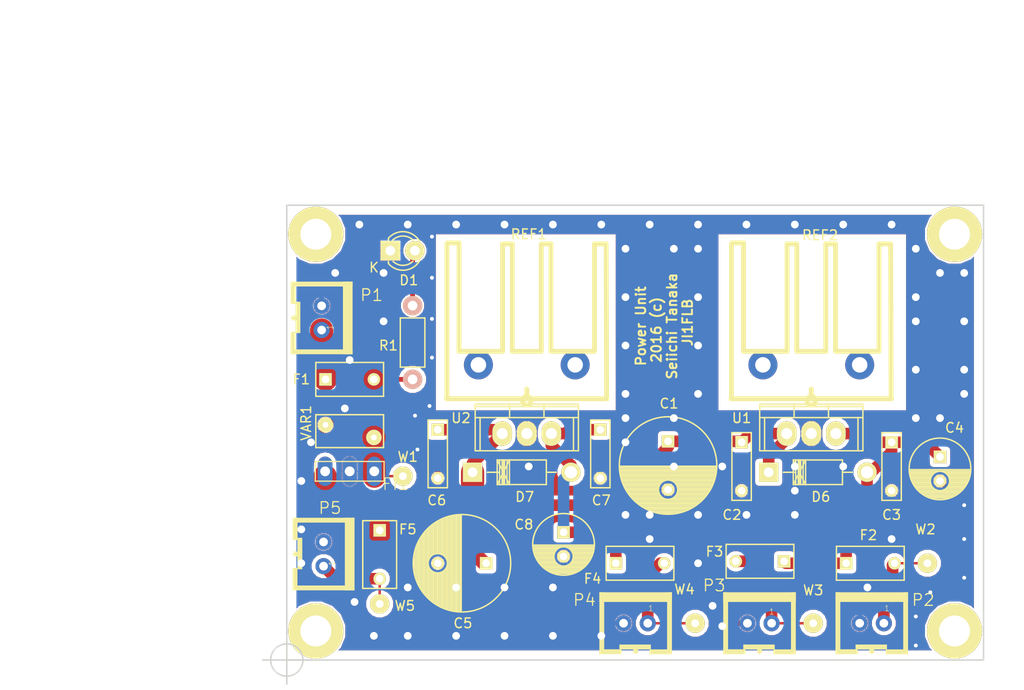
<source format=kicad_pcb>
(kicad_pcb (version 20171130) (host pcbnew "(5.0.0)")

  (general
    (thickness 1.6)
    (drawings 14)
    (tracks 281)
    (zones 0)
    (modules 37)
    (nets 12)
  )

  (page A4)
  (layers
    (0 F.Cu signal)
    (31 B.Cu signal)
    (32 B.Adhes user)
    (33 F.Adhes user)
    (34 B.Paste user)
    (35 F.Paste user)
    (36 B.SilkS user)
    (37 F.SilkS user)
    (38 B.Mask user)
    (39 F.Mask user)
    (40 Dwgs.User user)
    (41 Cmts.User user)
    (42 Eco1.User user)
    (43 Eco2.User user)
    (44 Edge.Cuts user)
    (45 Margin user)
    (46 B.CrtYd user)
    (47 F.CrtYd user)
    (48 B.Fab user)
    (49 F.Fab user)
  )

  (setup
    (last_trace_width 0.25)
    (user_trace_width 0.25)
    (user_trace_width 0.5)
    (user_trace_width 1.2)
    (user_trace_width 2.4)
    (trace_clearance 0.2)
    (zone_clearance 0.0254)
    (zone_45_only yes)
    (trace_min 0.2)
    (segment_width 0.2)
    (edge_width 0.15)
    (via_size 0.6)
    (via_drill 0.4)
    (via_min_size 0.4)
    (via_min_drill 0.3)
    (user_via 0.4 0.3)
    (user_via 0.6 0.5)
    (user_via 1 0.8)
    (uvia_size 0.3)
    (uvia_drill 0.1)
    (uvias_allowed no)
    (uvia_min_size 0.2)
    (uvia_min_drill 0.1)
    (pcb_text_width 0.3)
    (pcb_text_size 1.5 1.5)
    (mod_edge_width 0.15)
    (mod_text_size 1 1)
    (mod_text_width 0.15)
    (pad_size 5.7 5.7)
    (pad_drill 3.2)
    (pad_to_mask_clearance 0.2)
    (aux_axis_origin 90 120)
    (grid_origin 90 120)
    (visible_elements 7FFFFFFF)
    (pcbplotparams
      (layerselection 0x010f0_80000001)
      (usegerberextensions false)
      (usegerberattributes false)
      (usegerberadvancedattributes false)
      (creategerberjobfile false)
      (excludeedgelayer true)
      (linewidth 0.100000)
      (plotframeref false)
      (viasonmask false)
      (mode 1)
      (useauxorigin false)
      (hpglpennumber 1)
      (hpglpenspeed 20)
      (hpglpendiameter 15.000000)
      (psnegative false)
      (psa4output false)
      (plotreference true)
      (plotvalue true)
      (plotinvisibletext false)
      (padsonsilk false)
      (subtractmaskfromsilk false)
      (outputformat 1)
      (mirror false)
      (drillshape 0)
      (scaleselection 1)
      (outputdirectory "elecrow-order2/"))
  )

  (net 0 "")
  (net 1 "Net-(C1-Pad1)")
  (net 2 GND)
  (net 3 "Net-(C3-Pad1)")
  (net 4 "Net-(C7-Pad1)")
  (net 5 "Net-(D1-Pad2)")
  (net 6 "Net-(F1-Pad1)")
  (net 7 "Net-(F1-Pad2)")
  (net 8 "Net-(F2-Pad2)")
  (net 9 "Net-(F3-Pad2)")
  (net 10 "Net-(F4-Pad2)")
  (net 11 "Net-(F5-Pad2)")

  (net_class Default "これは標準のネット クラスです。"
    (clearance 0.2)
    (trace_width 0.25)
    (via_dia 0.6)
    (via_drill 0.4)
    (uvia_dia 0.3)
    (uvia_drill 0.1)
    (add_net GND)
  )

  (net_class Power-Line-1A ""
    (clearance 0.4)
    (trace_width 1.2)
    (via_dia 0.6)
    (via_drill 0.4)
    (uvia_dia 0.3)
    (uvia_drill 0.1)
    (add_net "Net-(C1-Pad1)")
    (add_net "Net-(C3-Pad1)")
    (add_net "Net-(C7-Pad1)")
    (add_net "Net-(F1-Pad2)")
    (add_net "Net-(F2-Pad2)")
    (add_net "Net-(F3-Pad2)")
    (add_net "Net-(F4-Pad2)")
    (add_net "Net-(F5-Pad2)")
  )

  (net_class Power-Line-2A ""
    (clearance 0.4)
    (trace_width 2.4)
    (via_dia 0.6)
    (via_drill 0.4)
    (uvia_dia 0.3)
    (uvia_drill 0.1)
    (add_net "Net-(F1-Pad1)")
  )

  (net_class Signal-Line ""
    (clearance 0.2)
    (trace_width 0.5)
    (via_dia 0.6)
    (via_drill 0.4)
    (uvia_dia 0.3)
    (uvia_drill 0.1)
    (add_net "Net-(D1-Pad2)")
  )

  (module Capacitors_ThroughHole:C_Radial_D10_L13_P5 (layer F.Cu) (tedit 57DDB2EB) (tstamp 57DB82DD)
    (at 129.4 97.4 270)
    (descr "Radial Electrolytic Capacitor Diameter 10mm x Length 13mm, Pitch 5mm")
    (tags "Electrolytic Capacitor")
    (path /57DB2A1F)
    (fp_text reference C1 (at -3.9 -0.1) (layer F.SilkS)
      (effects (font (size 1 1) (thickness 0.15)))
    )
    (fp_text value 100uF (at 3.6 -2 270) (layer F.Fab)
      (effects (font (size 1 1) (thickness 0.15)))
    )
    (fp_line (start 2.575 -4.999) (end 2.575 4.999) (layer F.SilkS) (width 0.15))
    (fp_line (start 2.715 -4.995) (end 2.715 4.995) (layer F.SilkS) (width 0.15))
    (fp_line (start 2.855 -4.987) (end 2.855 4.987) (layer F.SilkS) (width 0.15))
    (fp_line (start 2.995 -4.975) (end 2.995 4.975) (layer F.SilkS) (width 0.15))
    (fp_line (start 3.135 -4.96) (end 3.135 4.96) (layer F.SilkS) (width 0.15))
    (fp_line (start 3.275 -4.94) (end 3.275 4.94) (layer F.SilkS) (width 0.15))
    (fp_line (start 3.415 -4.916) (end 3.415 4.916) (layer F.SilkS) (width 0.15))
    (fp_line (start 3.555 -4.887) (end 3.555 4.887) (layer F.SilkS) (width 0.15))
    (fp_line (start 3.695 -4.855) (end 3.695 4.855) (layer F.SilkS) (width 0.15))
    (fp_line (start 3.835 -4.818) (end 3.835 4.818) (layer F.SilkS) (width 0.15))
    (fp_line (start 3.975 -4.777) (end 3.975 4.777) (layer F.SilkS) (width 0.15))
    (fp_line (start 4.115 -4.732) (end 4.115 -0.466) (layer F.SilkS) (width 0.15))
    (fp_line (start 4.115 0.466) (end 4.115 4.732) (layer F.SilkS) (width 0.15))
    (fp_line (start 4.255 -4.682) (end 4.255 -0.667) (layer F.SilkS) (width 0.15))
    (fp_line (start 4.255 0.667) (end 4.255 4.682) (layer F.SilkS) (width 0.15))
    (fp_line (start 4.395 -4.627) (end 4.395 -0.796) (layer F.SilkS) (width 0.15))
    (fp_line (start 4.395 0.796) (end 4.395 4.627) (layer F.SilkS) (width 0.15))
    (fp_line (start 4.535 -4.567) (end 4.535 -0.885) (layer F.SilkS) (width 0.15))
    (fp_line (start 4.535 0.885) (end 4.535 4.567) (layer F.SilkS) (width 0.15))
    (fp_line (start 4.675 -4.502) (end 4.675 -0.946) (layer F.SilkS) (width 0.15))
    (fp_line (start 4.675 0.946) (end 4.675 4.502) (layer F.SilkS) (width 0.15))
    (fp_line (start 4.815 -4.432) (end 4.815 -0.983) (layer F.SilkS) (width 0.15))
    (fp_line (start 4.815 0.983) (end 4.815 4.432) (layer F.SilkS) (width 0.15))
    (fp_line (start 4.955 -4.356) (end 4.955 -0.999) (layer F.SilkS) (width 0.15))
    (fp_line (start 4.955 0.999) (end 4.955 4.356) (layer F.SilkS) (width 0.15))
    (fp_line (start 5.095 -4.274) (end 5.095 -0.995) (layer F.SilkS) (width 0.15))
    (fp_line (start 5.095 0.995) (end 5.095 4.274) (layer F.SilkS) (width 0.15))
    (fp_line (start 5.235 -4.186) (end 5.235 -0.972) (layer F.SilkS) (width 0.15))
    (fp_line (start 5.235 0.972) (end 5.235 4.186) (layer F.SilkS) (width 0.15))
    (fp_line (start 5.375 -4.091) (end 5.375 -0.927) (layer F.SilkS) (width 0.15))
    (fp_line (start 5.375 0.927) (end 5.375 4.091) (layer F.SilkS) (width 0.15))
    (fp_line (start 5.515 -3.989) (end 5.515 -0.857) (layer F.SilkS) (width 0.15))
    (fp_line (start 5.515 0.857) (end 5.515 3.989) (layer F.SilkS) (width 0.15))
    (fp_line (start 5.655 -3.879) (end 5.655 -0.756) (layer F.SilkS) (width 0.15))
    (fp_line (start 5.655 0.756) (end 5.655 3.879) (layer F.SilkS) (width 0.15))
    (fp_line (start 5.795 -3.761) (end 5.795 -0.607) (layer F.SilkS) (width 0.15))
    (fp_line (start 5.795 0.607) (end 5.795 3.761) (layer F.SilkS) (width 0.15))
    (fp_line (start 5.935 -3.633) (end 5.935 -0.355) (layer F.SilkS) (width 0.15))
    (fp_line (start 5.935 0.355) (end 5.935 3.633) (layer F.SilkS) (width 0.15))
    (fp_line (start 6.075 -3.496) (end 6.075 3.496) (layer F.SilkS) (width 0.15))
    (fp_line (start 6.215 -3.346) (end 6.215 3.346) (layer F.SilkS) (width 0.15))
    (fp_line (start 6.355 -3.184) (end 6.355 3.184) (layer F.SilkS) (width 0.15))
    (fp_line (start 6.495 -3.007) (end 6.495 3.007) (layer F.SilkS) (width 0.15))
    (fp_line (start 6.635 -2.811) (end 6.635 2.811) (layer F.SilkS) (width 0.15))
    (fp_line (start 6.775 -2.593) (end 6.775 2.593) (layer F.SilkS) (width 0.15))
    (fp_line (start 6.915 -2.347) (end 6.915 2.347) (layer F.SilkS) (width 0.15))
    (fp_line (start 7.055 -2.062) (end 7.055 2.062) (layer F.SilkS) (width 0.15))
    (fp_line (start 7.195 -1.72) (end 7.195 1.72) (layer F.SilkS) (width 0.15))
    (fp_line (start 7.335 -1.274) (end 7.335 1.274) (layer F.SilkS) (width 0.15))
    (fp_line (start 7.475 -0.499) (end 7.475 0.499) (layer F.SilkS) (width 0.15))
    (fp_circle (center 5 0) (end 5 -1) (layer F.SilkS) (width 0.15))
    (fp_circle (center 2.5 0) (end 2.5 -5.0375) (layer F.SilkS) (width 0.15))
    (fp_circle (center 2.5 0) (end 2.5 -5.3) (layer F.CrtYd) (width 0.05))
    (pad 1 thru_hole rect (at 0 0 270) (size 1.3 1.3) (drill 0.8) (layers *.Cu *.Mask F.SilkS)
      (net 1 "Net-(C1-Pad1)"))
    (pad 2 thru_hole circle (at 5 0 270) (size 1.3 1.3) (drill 0.8) (layers *.Cu *.Mask F.SilkS)
      (net 2 GND))
    (model Capacitors_ThroughHole.3dshapes/C_Radial_D10_L13_P5.wrl
      (offset (xyz 2.500000042453766 0 0))
      (scale (xyz 1 1 1))
      (rotate (xyz 0 0 90))
    )
  )

  (module Capacitors_ThroughHole:C_Rect_L7_W2_P5 (layer F.Cu) (tedit 57DDBB3E) (tstamp 57DB82E3)
    (at 137 97.5 270)
    (descr "Film Capacitor Length 7 x Width 2mm, Pitch 5mm")
    (tags Capacitor)
    (path /57DB2D4B)
    (fp_text reference C2 (at 7.5 1) (layer F.SilkS)
      (effects (font (size 1 1) (thickness 0.15)))
    )
    (fp_text value 0.1uF (at 2.7 -0.2 270) (layer F.Fab)
      (effects (font (size 0.8 0.8) (thickness 0.15)))
    )
    (fp_line (start -1.25 -1.25) (end 6.25 -1.25) (layer F.CrtYd) (width 0.05))
    (fp_line (start 6.25 -1.25) (end 6.25 1.25) (layer F.CrtYd) (width 0.05))
    (fp_line (start 6.25 1.25) (end -1.25 1.25) (layer F.CrtYd) (width 0.05))
    (fp_line (start -1.25 1.25) (end -1.25 -1.25) (layer F.CrtYd) (width 0.05))
    (fp_line (start -1 -1) (end 6 -1) (layer F.SilkS) (width 0.15))
    (fp_line (start 6 -1) (end 6 1) (layer F.SilkS) (width 0.15))
    (fp_line (start 6 1) (end -1 1) (layer F.SilkS) (width 0.15))
    (fp_line (start -1 1) (end -1 -1) (layer F.SilkS) (width 0.15))
    (pad 1 thru_hole rect (at 0 0 270) (size 1.3 1.3) (drill 0.8) (layers *.Cu *.Mask F.SilkS)
      (net 1 "Net-(C1-Pad1)"))
    (pad 2 thru_hole circle (at 5 0 270) (size 1.3 1.3) (drill 0.8) (layers *.Cu *.Mask F.SilkS)
      (net 2 GND))
    (model Capacitors_ThroughHole.3dshapes/C_Rect_L7_W2_P5.wrl
      (offset (xyz 2.499994962453842 0 0))
      (scale (xyz 1 1 1))
      (rotate (xyz 0 0 0))
    )
  )

  (module Capacitors_ThroughHole:C_Rect_L7_W2_P5 (layer F.Cu) (tedit 57DDBB37) (tstamp 57DB82E9)
    (at 152.5 97.5 270)
    (descr "Film Capacitor Length 7 x Width 2mm, Pitch 5mm")
    (tags Capacitor)
    (path /57DB2E36)
    (fp_text reference C3 (at 7.5 0) (layer F.SilkS)
      (effects (font (size 1 1) (thickness 0.15)))
    )
    (fp_text value 0.1uF (at 2.5 0 270) (layer F.Fab)
      (effects (font (size 0.8 0.8) (thickness 0.15)))
    )
    (fp_line (start -1.25 -1.25) (end 6.25 -1.25) (layer F.CrtYd) (width 0.05))
    (fp_line (start 6.25 -1.25) (end 6.25 1.25) (layer F.CrtYd) (width 0.05))
    (fp_line (start 6.25 1.25) (end -1.25 1.25) (layer F.CrtYd) (width 0.05))
    (fp_line (start -1.25 1.25) (end -1.25 -1.25) (layer F.CrtYd) (width 0.05))
    (fp_line (start -1 -1) (end 6 -1) (layer F.SilkS) (width 0.15))
    (fp_line (start 6 -1) (end 6 1) (layer F.SilkS) (width 0.15))
    (fp_line (start 6 1) (end -1 1) (layer F.SilkS) (width 0.15))
    (fp_line (start -1 1) (end -1 -1) (layer F.SilkS) (width 0.15))
    (pad 1 thru_hole rect (at 0 0 270) (size 1.3 1.3) (drill 0.8) (layers *.Cu *.Mask F.SilkS)
      (net 3 "Net-(C3-Pad1)"))
    (pad 2 thru_hole circle (at 5 0 270) (size 1.3 1.3) (drill 0.8) (layers *.Cu *.Mask F.SilkS)
      (net 2 GND))
    (model Capacitors_ThroughHole.3dshapes/C_Rect_L7_W2_P5.wrl
      (offset (xyz 2.499994962453842 0 0))
      (scale (xyz 1 1 1))
      (rotate (xyz 0 0 0))
    )
  )

  (module Capacitors_ThroughHole:C_Radial_D10_L13_P5 (layer F.Cu) (tedit 57DDB29C) (tstamp 57DB82F5)
    (at 110.6 110 180)
    (descr "Radial Electrolytic Capacitor Diameter 10mm x Length 13mm, Pitch 5mm")
    (tags "Electrolytic Capacitor")
    (path /57DB2BA8)
    (fp_text reference C5 (at 2.4 -6.2 180) (layer F.SilkS)
      (effects (font (size 1 1) (thickness 0.15)))
    )
    (fp_text value 100uF (at 2.6 3 180) (layer F.Fab)
      (effects (font (size 1 1) (thickness 0.15)))
    )
    (fp_line (start 2.575 -4.999) (end 2.575 4.999) (layer F.SilkS) (width 0.15))
    (fp_line (start 2.715 -4.995) (end 2.715 4.995) (layer F.SilkS) (width 0.15))
    (fp_line (start 2.855 -4.987) (end 2.855 4.987) (layer F.SilkS) (width 0.15))
    (fp_line (start 2.995 -4.975) (end 2.995 4.975) (layer F.SilkS) (width 0.15))
    (fp_line (start 3.135 -4.96) (end 3.135 4.96) (layer F.SilkS) (width 0.15))
    (fp_line (start 3.275 -4.94) (end 3.275 4.94) (layer F.SilkS) (width 0.15))
    (fp_line (start 3.415 -4.916) (end 3.415 4.916) (layer F.SilkS) (width 0.15))
    (fp_line (start 3.555 -4.887) (end 3.555 4.887) (layer F.SilkS) (width 0.15))
    (fp_line (start 3.695 -4.855) (end 3.695 4.855) (layer F.SilkS) (width 0.15))
    (fp_line (start 3.835 -4.818) (end 3.835 4.818) (layer F.SilkS) (width 0.15))
    (fp_line (start 3.975 -4.777) (end 3.975 4.777) (layer F.SilkS) (width 0.15))
    (fp_line (start 4.115 -4.732) (end 4.115 -0.466) (layer F.SilkS) (width 0.15))
    (fp_line (start 4.115 0.466) (end 4.115 4.732) (layer F.SilkS) (width 0.15))
    (fp_line (start 4.255 -4.682) (end 4.255 -0.667) (layer F.SilkS) (width 0.15))
    (fp_line (start 4.255 0.667) (end 4.255 4.682) (layer F.SilkS) (width 0.15))
    (fp_line (start 4.395 -4.627) (end 4.395 -0.796) (layer F.SilkS) (width 0.15))
    (fp_line (start 4.395 0.796) (end 4.395 4.627) (layer F.SilkS) (width 0.15))
    (fp_line (start 4.535 -4.567) (end 4.535 -0.885) (layer F.SilkS) (width 0.15))
    (fp_line (start 4.535 0.885) (end 4.535 4.567) (layer F.SilkS) (width 0.15))
    (fp_line (start 4.675 -4.502) (end 4.675 -0.946) (layer F.SilkS) (width 0.15))
    (fp_line (start 4.675 0.946) (end 4.675 4.502) (layer F.SilkS) (width 0.15))
    (fp_line (start 4.815 -4.432) (end 4.815 -0.983) (layer F.SilkS) (width 0.15))
    (fp_line (start 4.815 0.983) (end 4.815 4.432) (layer F.SilkS) (width 0.15))
    (fp_line (start 4.955 -4.356) (end 4.955 -0.999) (layer F.SilkS) (width 0.15))
    (fp_line (start 4.955 0.999) (end 4.955 4.356) (layer F.SilkS) (width 0.15))
    (fp_line (start 5.095 -4.274) (end 5.095 -0.995) (layer F.SilkS) (width 0.15))
    (fp_line (start 5.095 0.995) (end 5.095 4.274) (layer F.SilkS) (width 0.15))
    (fp_line (start 5.235 -4.186) (end 5.235 -0.972) (layer F.SilkS) (width 0.15))
    (fp_line (start 5.235 0.972) (end 5.235 4.186) (layer F.SilkS) (width 0.15))
    (fp_line (start 5.375 -4.091) (end 5.375 -0.927) (layer F.SilkS) (width 0.15))
    (fp_line (start 5.375 0.927) (end 5.375 4.091) (layer F.SilkS) (width 0.15))
    (fp_line (start 5.515 -3.989) (end 5.515 -0.857) (layer F.SilkS) (width 0.15))
    (fp_line (start 5.515 0.857) (end 5.515 3.989) (layer F.SilkS) (width 0.15))
    (fp_line (start 5.655 -3.879) (end 5.655 -0.756) (layer F.SilkS) (width 0.15))
    (fp_line (start 5.655 0.756) (end 5.655 3.879) (layer F.SilkS) (width 0.15))
    (fp_line (start 5.795 -3.761) (end 5.795 -0.607) (layer F.SilkS) (width 0.15))
    (fp_line (start 5.795 0.607) (end 5.795 3.761) (layer F.SilkS) (width 0.15))
    (fp_line (start 5.935 -3.633) (end 5.935 -0.355) (layer F.SilkS) (width 0.15))
    (fp_line (start 5.935 0.355) (end 5.935 3.633) (layer F.SilkS) (width 0.15))
    (fp_line (start 6.075 -3.496) (end 6.075 3.496) (layer F.SilkS) (width 0.15))
    (fp_line (start 6.215 -3.346) (end 6.215 3.346) (layer F.SilkS) (width 0.15))
    (fp_line (start 6.355 -3.184) (end 6.355 3.184) (layer F.SilkS) (width 0.15))
    (fp_line (start 6.495 -3.007) (end 6.495 3.007) (layer F.SilkS) (width 0.15))
    (fp_line (start 6.635 -2.811) (end 6.635 2.811) (layer F.SilkS) (width 0.15))
    (fp_line (start 6.775 -2.593) (end 6.775 2.593) (layer F.SilkS) (width 0.15))
    (fp_line (start 6.915 -2.347) (end 6.915 2.347) (layer F.SilkS) (width 0.15))
    (fp_line (start 7.055 -2.062) (end 7.055 2.062) (layer F.SilkS) (width 0.15))
    (fp_line (start 7.195 -1.72) (end 7.195 1.72) (layer F.SilkS) (width 0.15))
    (fp_line (start 7.335 -1.274) (end 7.335 1.274) (layer F.SilkS) (width 0.15))
    (fp_line (start 7.475 -0.499) (end 7.475 0.499) (layer F.SilkS) (width 0.15))
    (fp_circle (center 5 0) (end 5 -1) (layer F.SilkS) (width 0.15))
    (fp_circle (center 2.5 0) (end 2.5 -5.0375) (layer F.SilkS) (width 0.15))
    (fp_circle (center 2.5 0) (end 2.5 -5.3) (layer F.CrtYd) (width 0.05))
    (pad 1 thru_hole rect (at 0 0 180) (size 1.3 1.3) (drill 0.8) (layers *.Cu *.Mask F.SilkS)
      (net 1 "Net-(C1-Pad1)"))
    (pad 2 thru_hole circle (at 5 0 180) (size 1.3 1.3) (drill 0.8) (layers *.Cu *.Mask F.SilkS)
      (net 2 GND))
    (model Capacitors_ThroughHole.3dshapes/C_Radial_D10_L13_P5.wrl
      (offset (xyz 2.500000042453766 0 0))
      (scale (xyz 1 1 1))
      (rotate (xyz 0 0 90))
    )
  )

  (module Capacitors_ThroughHole:C_Rect_L7_W2_P5 (layer F.Cu) (tedit 57DC9D8D) (tstamp 57DB82FB)
    (at 105.6 96.2 270)
    (descr "Film Capacitor Length 7 x Width 2mm, Pitch 5mm")
    (tags Capacitor)
    (path /57DB2EC2)
    (fp_text reference C6 (at 7.3 0.1) (layer F.SilkS)
      (effects (font (size 1 1) (thickness 0.15)))
    )
    (fp_text value 0.1uF (at 2.8 0.1 270) (layer F.Fab)
      (effects (font (size 0.8 0.8) (thickness 0.15)))
    )
    (fp_line (start -1.25 -1.25) (end 6.25 -1.25) (layer F.CrtYd) (width 0.05))
    (fp_line (start 6.25 -1.25) (end 6.25 1.25) (layer F.CrtYd) (width 0.05))
    (fp_line (start 6.25 1.25) (end -1.25 1.25) (layer F.CrtYd) (width 0.05))
    (fp_line (start -1.25 1.25) (end -1.25 -1.25) (layer F.CrtYd) (width 0.05))
    (fp_line (start -1 -1) (end 6 -1) (layer F.SilkS) (width 0.15))
    (fp_line (start 6 -1) (end 6 1) (layer F.SilkS) (width 0.15))
    (fp_line (start 6 1) (end -1 1) (layer F.SilkS) (width 0.15))
    (fp_line (start -1 1) (end -1 -1) (layer F.SilkS) (width 0.15))
    (pad 1 thru_hole rect (at 0 0 270) (size 1.3 1.3) (drill 0.8) (layers *.Cu *.Mask F.SilkS)
      (net 1 "Net-(C1-Pad1)"))
    (pad 2 thru_hole circle (at 5 0 270) (size 1.3 1.3) (drill 0.8) (layers *.Cu *.Mask F.SilkS)
      (net 2 GND))
    (model Capacitors_ThroughHole.3dshapes/C_Rect_L7_W2_P5.wrl
      (offset (xyz 2.499994962453842 0 0))
      (scale (xyz 1 1 1))
      (rotate (xyz 0 0 0))
    )
  )

  (module Capacitors_ThroughHole:C_Rect_L7_W2_P5 (layer F.Cu) (tedit 57DDB2DF) (tstamp 57DB8301)
    (at 122.4 96.2 270)
    (descr "Film Capacitor Length 7 x Width 2mm, Pitch 5mm")
    (tags Capacitor)
    (path /57DB2F51)
    (fp_text reference C7 (at 7.3 -0.1) (layer F.SilkS)
      (effects (font (size 1 1) (thickness 0.15)))
    )
    (fp_text value 0.1uF (at 2.6 0 270) (layer F.Fab)
      (effects (font (size 0.8 0.8) (thickness 0.15)))
    )
    (fp_line (start -1.25 -1.25) (end 6.25 -1.25) (layer F.CrtYd) (width 0.05))
    (fp_line (start 6.25 -1.25) (end 6.25 1.25) (layer F.CrtYd) (width 0.05))
    (fp_line (start 6.25 1.25) (end -1.25 1.25) (layer F.CrtYd) (width 0.05))
    (fp_line (start -1.25 1.25) (end -1.25 -1.25) (layer F.CrtYd) (width 0.05))
    (fp_line (start -1 -1) (end 6 -1) (layer F.SilkS) (width 0.15))
    (fp_line (start 6 -1) (end 6 1) (layer F.SilkS) (width 0.15))
    (fp_line (start 6 1) (end -1 1) (layer F.SilkS) (width 0.15))
    (fp_line (start -1 1) (end -1 -1) (layer F.SilkS) (width 0.15))
    (pad 1 thru_hole rect (at 0 0 270) (size 1.3 1.3) (drill 0.8) (layers *.Cu *.Mask F.SilkS)
      (net 4 "Net-(C7-Pad1)"))
    (pad 2 thru_hole circle (at 5 0 270) (size 1.3 1.3) (drill 0.8) (layers *.Cu *.Mask F.SilkS)
      (net 2 GND))
    (model Capacitors_ThroughHole.3dshapes/C_Rect_L7_W2_P5.wrl
      (offset (xyz 2.499994962453842 0 0))
      (scale (xyz 1 1 1))
      (rotate (xyz 0 0 0))
    )
  )

  (module LEDs:LED-3MM (layer F.Cu) (tedit 57DCD193) (tstamp 57DB830D)
    (at 100.7 77.7)
    (descr "LED 3mm round vertical")
    (tags "LED  3mm round vertical")
    (path /57DB3FBD)
    (fp_text reference D1 (at 1.91 3.06) (layer F.SilkS)
      (effects (font (size 1 1) (thickness 0.15)))
    )
    (fp_text value LED (at -2.7 -0.2) (layer F.Fab)
      (effects (font (size 1 1) (thickness 0.15)))
    )
    (fp_line (start -1.2 2.3) (end 3.8 2.3) (layer F.CrtYd) (width 0.05))
    (fp_line (start 3.8 2.3) (end 3.8 -2.2) (layer F.CrtYd) (width 0.05))
    (fp_line (start 3.8 -2.2) (end -1.2 -2.2) (layer F.CrtYd) (width 0.05))
    (fp_line (start -1.2 -2.2) (end -1.2 2.3) (layer F.CrtYd) (width 0.05))
    (fp_line (start -0.199 1.314) (end -0.199 1.114) (layer F.SilkS) (width 0.15))
    (fp_line (start -0.199 -1.28) (end -0.199 -1.1) (layer F.SilkS) (width 0.15))
    (fp_arc (start 1.301 0.034) (end -0.199 -1.286) (angle 108.5) (layer F.SilkS) (width 0.15))
    (fp_arc (start 1.301 0.034) (end 0.25 -1.1) (angle 85.7) (layer F.SilkS) (width 0.15))
    (fp_arc (start 1.311 0.034) (end 3.051 0.994) (angle 110) (layer F.SilkS) (width 0.15))
    (fp_arc (start 1.301 0.034) (end 2.335 1.094) (angle 87.5) (layer F.SilkS) (width 0.15))
    (fp_text user K (at -1.69 1.74) (layer F.SilkS)
      (effects (font (size 1 1) (thickness 0.15)))
    )
    (pad 1 thru_hole rect (at 0 0 90) (size 2 2) (drill 1.00076) (layers *.Cu *.Mask F.SilkS)
      (net 2 GND))
    (pad 2 thru_hole circle (at 2.54 0) (size 2 2) (drill 1.00076) (layers *.Cu *.Mask F.SilkS)
      (net 5 "Net-(D1-Pad2)"))
    (model LEDs.3dshapes/LED-3MM.wrl
      (offset (xyz 1.269999980926514 0 0))
      (scale (xyz 1 1 1))
      (rotate (xyz 0 0 90))
    )
  )

  (module Diodes_ThroughHole:Diode_DO-41_SOD81_Horizontal_RM10 (layer F.Cu) (tedit 57DC9CC9) (tstamp 57DB832B)
    (at 139.8 100.6)
    (descr "Diode, DO-41, SOD81, Horizontal, RM 10mm,")
    (tags "Diode, DO-41, SOD81, Horizontal, RM 10mm, 1N4007, SB140,")
    (path /57DCA88C)
    (fp_text reference D6 (at 5.38734 2.53746) (layer F.SilkS)
      (effects (font (size 1 1) (thickness 0.15)))
    )
    (fp_text value 1N4007 (at 5.2 0.4) (layer F.Fab)
      (effects (font (size 1 1) (thickness 0.15)))
    )
    (fp_line (start 7.62 -0.00254) (end 8.636 -0.00254) (layer F.SilkS) (width 0.15))
    (fp_line (start 2.794 -0.00254) (end 1.524 -0.00254) (layer F.SilkS) (width 0.15))
    (fp_line (start 3.048 -1.27254) (end 3.048 1.26746) (layer F.SilkS) (width 0.15))
    (fp_line (start 3.302 -1.27254) (end 3.302 1.26746) (layer F.SilkS) (width 0.15))
    (fp_line (start 3.556 -1.27254) (end 3.556 1.26746) (layer F.SilkS) (width 0.15))
    (fp_line (start 2.794 -1.27254) (end 2.794 1.26746) (layer F.SilkS) (width 0.15))
    (fp_line (start 3.81 -1.27254) (end 2.54 1.26746) (layer F.SilkS) (width 0.15))
    (fp_line (start 2.54 -1.27254) (end 3.81 1.26746) (layer F.SilkS) (width 0.15))
    (fp_line (start 3.81 -1.27254) (end 3.81 1.26746) (layer F.SilkS) (width 0.15))
    (fp_line (start 3.175 -1.27254) (end 3.175 1.26746) (layer F.SilkS) (width 0.15))
    (fp_line (start 2.54 1.26746) (end 2.54 -1.27254) (layer F.SilkS) (width 0.15))
    (fp_line (start 2.54 -1.27254) (end 7.62 -1.27254) (layer F.SilkS) (width 0.15))
    (fp_line (start 7.62 -1.27254) (end 7.62 1.26746) (layer F.SilkS) (width 0.15))
    (fp_line (start 7.62 1.26746) (end 2.54 1.26746) (layer F.SilkS) (width 0.15))
    (pad 2 thru_hole circle (at 10.16 -0.00254 180) (size 1.99898 1.99898) (drill 1.27) (layers *.Cu *.Mask F.SilkS)
      (net 3 "Net-(C3-Pad1)"))
    (pad 1 thru_hole rect (at 0 -0.00254 180) (size 1.99898 1.99898) (drill 1.00076) (layers *.Cu *.Mask F.SilkS)
      (net 1 "Net-(C1-Pad1)"))
  )

  (module Diodes_ThroughHole:Diode_DO-41_SOD81_Horizontal_RM10 (layer F.Cu) (tedit 57DC9DAD) (tstamp 57DB8331)
    (at 109.2 100.6)
    (descr "Diode, DO-41, SOD81, Horizontal, RM 10mm,")
    (tags "Diode, DO-41, SOD81, Horizontal, RM 10mm, 1N4007, SB140,")
    (path /57DCAA69)
    (fp_text reference D7 (at 5.38734 2.53746) (layer F.SilkS)
      (effects (font (size 1 1) (thickness 0.15)))
    )
    (fp_text value 1N4007 (at 4.8 0.4) (layer F.Fab)
      (effects (font (size 0.9 0.9) (thickness 0.15)))
    )
    (fp_line (start 7.62 -0.00254) (end 8.636 -0.00254) (layer F.SilkS) (width 0.15))
    (fp_line (start 2.794 -0.00254) (end 1.524 -0.00254) (layer F.SilkS) (width 0.15))
    (fp_line (start 3.048 -1.27254) (end 3.048 1.26746) (layer F.SilkS) (width 0.15))
    (fp_line (start 3.302 -1.27254) (end 3.302 1.26746) (layer F.SilkS) (width 0.15))
    (fp_line (start 3.556 -1.27254) (end 3.556 1.26746) (layer F.SilkS) (width 0.15))
    (fp_line (start 2.794 -1.27254) (end 2.794 1.26746) (layer F.SilkS) (width 0.15))
    (fp_line (start 3.81 -1.27254) (end 2.54 1.26746) (layer F.SilkS) (width 0.15))
    (fp_line (start 2.54 -1.27254) (end 3.81 1.26746) (layer F.SilkS) (width 0.15))
    (fp_line (start 3.81 -1.27254) (end 3.81 1.26746) (layer F.SilkS) (width 0.15))
    (fp_line (start 3.175 -1.27254) (end 3.175 1.26746) (layer F.SilkS) (width 0.15))
    (fp_line (start 2.54 1.26746) (end 2.54 -1.27254) (layer F.SilkS) (width 0.15))
    (fp_line (start 2.54 -1.27254) (end 7.62 -1.27254) (layer F.SilkS) (width 0.15))
    (fp_line (start 7.62 -1.27254) (end 7.62 1.26746) (layer F.SilkS) (width 0.15))
    (fp_line (start 7.62 1.26746) (end 2.54 1.26746) (layer F.SilkS) (width 0.15))
    (pad 2 thru_hole circle (at 10.16 -0.00254 180) (size 1.99898 1.99898) (drill 1.27) (layers *.Cu *.Mask F.SilkS)
      (net 4 "Net-(C7-Pad1)"))
    (pad 1 thru_hole rect (at 0 -0.00254 180) (size 1.99898 1.99898) (drill 1.00076) (layers *.Cu *.Mask F.SilkS)
      (net 1 "Net-(C1-Pad1)"))
  )

  (module Capacitors_ThroughHole:C_Rect_L7_W3.5_P5 (layer F.Cu) (tedit 57DCA091) (tstamp 57DB8337)
    (at 94 91)
    (descr "Film Capacitor Length 7mm x Width 3.5mm, Pitch 5mm")
    (tags Capacitor)
    (path /57DB277E)
    (fp_text reference F1 (at -2.5 0) (layer F.SilkS)
      (effects (font (size 1 1) (thickness 0.15)))
    )
    (fp_text value RUEF185 (at 2.5 -1) (layer F.Fab)
      (effects (font (size 0.8 0.8) (thickness 0.15)))
    )
    (fp_line (start -1.25 -2) (end 6.25 -2) (layer F.CrtYd) (width 0.05))
    (fp_line (start 6.25 -2) (end 6.25 2) (layer F.CrtYd) (width 0.05))
    (fp_line (start 6.25 2) (end -1.25 2) (layer F.CrtYd) (width 0.05))
    (fp_line (start -1.25 2) (end -1.25 -2) (layer F.CrtYd) (width 0.05))
    (fp_line (start -1 -1.75) (end 6 -1.75) (layer F.SilkS) (width 0.15))
    (fp_line (start 6 -1.75) (end 6 1.75) (layer F.SilkS) (width 0.15))
    (fp_line (start 6 1.75) (end -1 1.75) (layer F.SilkS) (width 0.15))
    (fp_line (start -1 1.75) (end -1 -1.75) (layer F.SilkS) (width 0.15))
    (pad 1 thru_hole rect (at 0 0) (size 1.3 1.3) (drill 0.8) (layers *.Cu *.Mask F.SilkS)
      (net 6 "Net-(F1-Pad1)"))
    (pad 2 thru_hole circle (at 5 0) (size 1.3 1.3) (drill 0.8) (layers *.Cu *.Mask F.SilkS)
      (net 7 "Net-(F1-Pad2)"))
    (model Capacitors_ThroughHole.3dshapes/C_Disc_D6_P5.wrl
      (offset (xyz 2.539999961853027 0 0))
      (scale (xyz 1 1 1))
      (rotate (xyz 0 0 0))
    )
  )

  (module Capacitors_ThroughHole:C_Rect_L7_W3.5_P5 (layer F.Cu) (tedit 57DCCF6E) (tstamp 57DB833D)
    (at 147.8 110)
    (descr "Film Capacitor Length 7mm x Width 3.5mm, Pitch 5mm")
    (tags Capacitor)
    (path /57DB28B3)
    (fp_text reference F2 (at 2.3 -2.9) (layer F.SilkS)
      (effects (font (size 1 1) (thickness 0.15)))
    )
    (fp_text value RXEF065 (at 2.7 -1.5) (layer F.Fab)
      (effects (font (size 0.8 0.8) (thickness 0.15)))
    )
    (fp_line (start -1.25 -2) (end 6.25 -2) (layer F.CrtYd) (width 0.05))
    (fp_line (start 6.25 -2) (end 6.25 2) (layer F.CrtYd) (width 0.05))
    (fp_line (start 6.25 2) (end -1.25 2) (layer F.CrtYd) (width 0.05))
    (fp_line (start -1.25 2) (end -1.25 -2) (layer F.CrtYd) (width 0.05))
    (fp_line (start -1 -1.75) (end 6 -1.75) (layer F.SilkS) (width 0.15))
    (fp_line (start 6 -1.75) (end 6 1.75) (layer F.SilkS) (width 0.15))
    (fp_line (start 6 1.75) (end -1 1.75) (layer F.SilkS) (width 0.15))
    (fp_line (start -1 1.75) (end -1 -1.75) (layer F.SilkS) (width 0.15))
    (pad 1 thru_hole rect (at 0 0) (size 1.3 1.3) (drill 0.8) (layers *.Cu *.Mask F.SilkS)
      (net 3 "Net-(C3-Pad1)"))
    (pad 2 thru_hole circle (at 5 0) (size 1.3 1.3) (drill 0.8) (layers *.Cu *.Mask F.SilkS)
      (net 8 "Net-(F2-Pad2)"))
    (model Capacitors_ThroughHole.3dshapes/C_Disc_D6_P5.wrl
      (offset (xyz 2.539999961853027 0 0))
      (scale (xyz 1 1 1))
      (rotate (xyz 0 0 0))
    )
  )

  (module Capacitors_ThroughHole:C_Rect_L7_W3.5_P5 (layer F.Cu) (tedit 57DDB31F) (tstamp 57DB8343)
    (at 141.4 109.8 180)
    (descr "Film Capacitor Length 7mm x Width 3.5mm, Pitch 5mm")
    (tags Capacitor)
    (path /57DB2916)
    (fp_text reference F3 (at 7.2 1 180) (layer F.SilkS)
      (effects (font (size 1 1) (thickness 0.15)))
    )
    (fp_text value RXEF065 (at 2.4 1.6 180) (layer F.Fab)
      (effects (font (size 0.8 0.8) (thickness 0.15)))
    )
    (fp_line (start -1.25 -2) (end 6.25 -2) (layer F.CrtYd) (width 0.05))
    (fp_line (start 6.25 -2) (end 6.25 2) (layer F.CrtYd) (width 0.05))
    (fp_line (start 6.25 2) (end -1.25 2) (layer F.CrtYd) (width 0.05))
    (fp_line (start -1.25 2) (end -1.25 -2) (layer F.CrtYd) (width 0.05))
    (fp_line (start -1 -1.75) (end 6 -1.75) (layer F.SilkS) (width 0.15))
    (fp_line (start 6 -1.75) (end 6 1.75) (layer F.SilkS) (width 0.15))
    (fp_line (start 6 1.75) (end -1 1.75) (layer F.SilkS) (width 0.15))
    (fp_line (start -1 1.75) (end -1 -1.75) (layer F.SilkS) (width 0.15))
    (pad 1 thru_hole rect (at 0 0 180) (size 1.3 1.3) (drill 0.8) (layers *.Cu *.Mask F.SilkS)
      (net 3 "Net-(C3-Pad1)"))
    (pad 2 thru_hole circle (at 5 0 180) (size 1.3 1.3) (drill 0.8) (layers *.Cu *.Mask F.SilkS)
      (net 9 "Net-(F3-Pad2)"))
    (model Capacitors_ThroughHole.3dshapes/C_Disc_D6_P5.wrl
      (offset (xyz 2.539999961853027 0 0))
      (scale (xyz 1 1 1))
      (rotate (xyz 0 0 0))
    )
  )

  (module Capacitors_ThroughHole:C_Rect_L7_W3.5_P5 (layer F.Cu) (tedit 57DDB324) (tstamp 57DB8349)
    (at 124 110)
    (descr "Film Capacitor Length 7mm x Width 3.5mm, Pitch 5mm")
    (tags Capacitor)
    (path /57DB2966)
    (fp_text reference F4 (at -2.4 1.6) (layer F.SilkS)
      (effects (font (size 1 1) (thickness 0.15)))
    )
    (fp_text value RXEF110 (at 3 -1.5) (layer F.Fab)
      (effects (font (size 0.8 0.8) (thickness 0.15)))
    )
    (fp_line (start -1.25 -2) (end 6.25 -2) (layer F.CrtYd) (width 0.05))
    (fp_line (start 6.25 -2) (end 6.25 2) (layer F.CrtYd) (width 0.05))
    (fp_line (start 6.25 2) (end -1.25 2) (layer F.CrtYd) (width 0.05))
    (fp_line (start -1.25 2) (end -1.25 -2) (layer F.CrtYd) (width 0.05))
    (fp_line (start -1 -1.75) (end 6 -1.75) (layer F.SilkS) (width 0.15))
    (fp_line (start 6 -1.75) (end 6 1.75) (layer F.SilkS) (width 0.15))
    (fp_line (start 6 1.75) (end -1 1.75) (layer F.SilkS) (width 0.15))
    (fp_line (start -1 1.75) (end -1 -1.75) (layer F.SilkS) (width 0.15))
    (pad 1 thru_hole rect (at 0 0) (size 1.3 1.3) (drill 0.8) (layers *.Cu *.Mask F.SilkS)
      (net 4 "Net-(C7-Pad1)"))
    (pad 2 thru_hole circle (at 5 0) (size 1.3 1.3) (drill 0.8) (layers *.Cu *.Mask F.SilkS)
      (net 10 "Net-(F4-Pad2)"))
    (model Capacitors_ThroughHole.3dshapes/C_Disc_D6_P5.wrl
      (offset (xyz 2.539999961853027 0 0))
      (scale (xyz 1 1 1))
      (rotate (xyz 0 0 0))
    )
  )

  (module Myparts:CON-JST-B02B-XASK-1 (layer F.Cu) (tedit 57DDBAEE) (tstamp 57DB835C)
    (at 90.4 84.6 270)
    (path /57DB2445)
    (fp_text reference P1 (at -1.6 -7.1) (layer F.SilkS)
      (effects (font (size 1.2065 1.2065) (thickness 0.127)) (justify left bottom))
    )
    (fp_text value CONN_01X02 (at 4.24 -2.86 270) (layer F.SilkS) hide
      (effects (font (size 1.2065 1.2065) (thickness 0.127)) (justify left bottom))
    )
    (fp_text user 1 (at 1.31 -4.4 270) (layer F.SilkS)
      (effects (font (size 0.57912 0.57912) (thickness 0.048768)) (justify left bottom))
    )
    (fp_poly (pts (xy -0.2 -0.1) (xy 0.3 -0.1) (xy 0.3 -0.6) (xy -0.2 -0.6)) (layer F.SilkS) (width 0))
    (fp_poly (pts (xy -3.7 -5.4) (xy 3.8 -5.4) (xy 3.8 -6.4) (xy -3.7 -6.4)) (layer F.SilkS) (width 0))
    (fp_poly (pts (xy 3.3 0) (xy 3.8 0) (xy 3.8 -6.4) (xy 3.3 -6.4)) (layer F.SilkS) (width 0))
    (fp_poly (pts (xy -3.7 0) (xy -3.2 0) (xy -3.2 -6.4) (xy -3.7 -6.4)) (layer F.SilkS) (width 0))
    (fp_poly (pts (xy -3.7 -0.01) (xy -1.4 -0.01) (xy -1.4 -0.51) (xy -3.7 -0.51)) (layer F.SilkS) (width 0))
    (fp_poly (pts (xy 1.49 0) (xy 3.79 0) (xy 3.79 -0.5) (xy 1.49 -0.5)) (layer F.SilkS) (width 0))
    (fp_poly (pts (xy -1.63 -0.5) (xy 1.62 -0.5) (xy 1.62 -1) (xy -1.63 -1)) (layer F.SilkS) (width 0))
    (fp_poly (pts (xy 0 0) (xy 0.1 0) (xy 0.1 -0.1) (xy 0 -0.1)) (layer F.SilkS) (width 0))
    (pad 2 thru_hole circle (at -1.2 -3.2 270) (size 1.6764 1.6764) (drill 0.9) (layers *.Cu *.Mask)
      (net 2 GND))
    (pad 1 thru_hole circle (at 1.3 -3.2 270) (size 1.6764 1.6764) (drill 0.9) (layers *.Cu *.Mask)
      (net 6 "Net-(F1-Pad1)"))
  )

  (module Myparts:CON-JST-B02B-XASK-1 (layer F.Cu) (tedit 57DCA00D) (tstamp 57DB8362)
    (at 150.4 119.4)
    (path /57DB2486)
    (fp_text reference P2 (at 4.1 -4.9) (layer F.SilkS)
      (effects (font (size 1.2065 1.2065) (thickness 0.127)) (justify left bottom))
    )
    (fp_text value CONN_01X02 (at 4.24 -2.86) (layer F.SilkS) hide
      (effects (font (size 1.2065 1.2065) (thickness 0.127)) (justify left bottom))
    )
    (fp_text user 1 (at 1.31 -4.4) (layer F.SilkS)
      (effects (font (size 0.57912 0.57912) (thickness 0.048768)) (justify left bottom))
    )
    (fp_poly (pts (xy -0.2 -0.1) (xy 0.3 -0.1) (xy 0.3 -0.6) (xy -0.2 -0.6)) (layer F.SilkS) (width 0))
    (fp_poly (pts (xy -3.7 -5.4) (xy 3.8 -5.4) (xy 3.8 -6.4) (xy -3.7 -6.4)) (layer F.SilkS) (width 0))
    (fp_poly (pts (xy 3.3 0) (xy 3.8 0) (xy 3.8 -6.4) (xy 3.3 -6.4)) (layer F.SilkS) (width 0))
    (fp_poly (pts (xy -3.7 0) (xy -3.2 0) (xy -3.2 -6.4) (xy -3.7 -6.4)) (layer F.SilkS) (width 0))
    (fp_poly (pts (xy -3.7 -0.01) (xy -1.4 -0.01) (xy -1.4 -0.51) (xy -3.7 -0.51)) (layer F.SilkS) (width 0))
    (fp_poly (pts (xy 1.49 0) (xy 3.79 0) (xy 3.79 -0.5) (xy 1.49 -0.5)) (layer F.SilkS) (width 0))
    (fp_poly (pts (xy -1.63 -0.5) (xy 1.62 -0.5) (xy 1.62 -1) (xy -1.63 -1)) (layer F.SilkS) (width 0))
    (fp_poly (pts (xy 0 0) (xy 0.1 0) (xy 0.1 -0.1) (xy 0 -0.1)) (layer F.SilkS) (width 0))
    (pad 2 thru_hole circle (at -1.2 -3.2) (size 1.6764 1.6764) (drill 0.9) (layers *.Cu *.Mask)
      (net 2 GND))
    (pad 1 thru_hole circle (at 1.3 -3.2) (size 1.6764 1.6764) (drill 0.9) (layers *.Cu *.Mask)
      (net 8 "Net-(F2-Pad2)"))
  )

  (module Myparts:CON-JST-B02B-XASK-1 (layer F.Cu) (tedit 57DCCF7F) (tstamp 57DB8368)
    (at 138.8 119.4)
    (path /57DB24CD)
    (fp_text reference P3 (at -5.9 -6.4) (layer F.SilkS)
      (effects (font (size 1.2065 1.2065) (thickness 0.127)) (justify left bottom))
    )
    (fp_text value CONN_01X02 (at 4.24 -2.86) (layer F.SilkS) hide
      (effects (font (size 1.2065 1.2065) (thickness 0.127)) (justify left bottom))
    )
    (fp_text user 1 (at 1.31 -4.4) (layer F.SilkS)
      (effects (font (size 0.57912 0.57912) (thickness 0.048768)))
    )
    (fp_poly (pts (xy -0.2 -0.1) (xy 0.3 -0.1) (xy 0.3 -0.6) (xy -0.2 -0.6)) (layer F.SilkS) (width 0))
    (fp_poly (pts (xy -3.7 -5.4) (xy 3.8 -5.4) (xy 3.8 -6.4) (xy -3.7 -6.4)) (layer F.SilkS) (width 0))
    (fp_poly (pts (xy 3.3 0) (xy 3.8 0) (xy 3.8 -6.4) (xy 3.3 -6.4)) (layer F.SilkS) (width 0))
    (fp_poly (pts (xy -3.7 0) (xy -3.2 0) (xy -3.2 -6.4) (xy -3.7 -6.4)) (layer F.SilkS) (width 0))
    (fp_poly (pts (xy -3.7 -0.01) (xy -1.4 -0.01) (xy -1.4 -0.51) (xy -3.7 -0.51)) (layer F.SilkS) (width 0))
    (fp_poly (pts (xy 1.49 0) (xy 3.79 0) (xy 3.79 -0.5) (xy 1.49 -0.5)) (layer F.SilkS) (width 0))
    (fp_poly (pts (xy -1.63 -0.5) (xy 1.62 -0.5) (xy 1.62 -1) (xy -1.63 -1)) (layer F.SilkS) (width 0))
    (fp_poly (pts (xy 0 0) (xy 0.1 0) (xy 0.1 -0.1) (xy 0 -0.1)) (layer F.SilkS) (width 0))
    (pad 2 thru_hole circle (at -1.2 -3.2) (size 1.6764 1.6764) (drill 0.9) (layers *.Cu *.Mask)
      (net 2 GND))
    (pad 1 thru_hole circle (at 1.3 -3.2) (size 1.6764 1.6764) (drill 0.9) (layers *.Cu *.Mask)
      (net 9 "Net-(F3-Pad2)"))
  )

  (module Myparts:CON-JST-B02B-XASK-1 (layer F.Cu) (tedit 57DCA025) (tstamp 57DB836E)
    (at 126 119.4)
    (path /57DB250E)
    (fp_text reference P4 (at -6.5 -4.9) (layer F.SilkS)
      (effects (font (size 1.2065 1.2065) (thickness 0.127)) (justify left bottom))
    )
    (fp_text value CONN_01X02 (at 4.24 -2.86) (layer F.SilkS) hide
      (effects (font (size 1.2065 1.2065) (thickness 0.127)) (justify left bottom))
    )
    (fp_text user 1 (at 1.31 -4.4) (layer F.SilkS)
      (effects (font (size 0.57912 0.57912) (thickness 0.048768)) (justify left bottom))
    )
    (fp_poly (pts (xy -0.2 -0.1) (xy 0.3 -0.1) (xy 0.3 -0.6) (xy -0.2 -0.6)) (layer F.SilkS) (width 0))
    (fp_poly (pts (xy -3.7 -5.4) (xy 3.8 -5.4) (xy 3.8 -6.4) (xy -3.7 -6.4)) (layer F.SilkS) (width 0))
    (fp_poly (pts (xy 3.3 0) (xy 3.8 0) (xy 3.8 -6.4) (xy 3.3 -6.4)) (layer F.SilkS) (width 0))
    (fp_poly (pts (xy -3.7 0) (xy -3.2 0) (xy -3.2 -6.4) (xy -3.7 -6.4)) (layer F.SilkS) (width 0))
    (fp_poly (pts (xy -3.7 -0.01) (xy -1.4 -0.01) (xy -1.4 -0.51) (xy -3.7 -0.51)) (layer F.SilkS) (width 0))
    (fp_poly (pts (xy 1.49 0) (xy 3.79 0) (xy 3.79 -0.5) (xy 1.49 -0.5)) (layer F.SilkS) (width 0))
    (fp_poly (pts (xy -1.63 -0.5) (xy 1.62 -0.5) (xy 1.62 -1) (xy -1.63 -1)) (layer F.SilkS) (width 0))
    (fp_poly (pts (xy 0 0) (xy 0.1 0) (xy 0.1 -0.1) (xy 0 -0.1)) (layer F.SilkS) (width 0))
    (pad 2 thru_hole circle (at -1.2 -3.2) (size 1.6764 1.6764) (drill 0.9) (layers *.Cu *.Mask)
      (net 2 GND))
    (pad 1 thru_hole circle (at 1.3 -3.2) (size 1.6764 1.6764) (drill 0.9) (layers *.Cu *.Mask)
      (net 10 "Net-(F4-Pad2)"))
  )

  (module Power_Integrations:TO-220 (layer F.Cu) (tedit 57DC9CD5) (tstamp 57DB8399)
    (at 144.2 96.6)
    (descr "Non Isolated JEDEC TO-220 Package")
    (tags "Power Integration YN Package")
    (path /57DB8EC9)
    (fp_text reference U1 (at -7.2 -1.6) (layer F.SilkS)
      (effects (font (size 1 1) (thickness 0.15)))
    )
    (fp_text value LM7805CT (at 0.3 -2.1) (layer F.Fab)
      (effects (font (size 1 1) (thickness 0.15)))
    )
    (fp_line (start 4.826 -1.651) (end 4.826 1.778) (layer F.SilkS) (width 0.15))
    (fp_line (start -4.826 -1.651) (end -4.826 1.778) (layer F.SilkS) (width 0.15))
    (fp_line (start 5.334 -2.794) (end -5.334 -2.794) (layer F.SilkS) (width 0.15))
    (fp_line (start 1.778 -1.778) (end 1.778 -3.048) (layer F.SilkS) (width 0.15))
    (fp_line (start -1.778 -1.778) (end -1.778 -3.048) (layer F.SilkS) (width 0.15))
    (fp_line (start -5.334 -1.651) (end 5.334 -1.651) (layer F.SilkS) (width 0.15))
    (fp_line (start 5.334 1.778) (end -5.334 1.778) (layer F.SilkS) (width 0.15))
    (fp_line (start -5.334 -3.048) (end -5.334 1.778) (layer F.SilkS) (width 0.15))
    (fp_line (start 5.334 -3.048) (end 5.334 1.778) (layer F.SilkS) (width 0.15))
    (fp_line (start 5.334 -3.048) (end -5.334 -3.048) (layer F.SilkS) (width 0.15))
    (pad 2 thru_hole oval (at 0 0) (size 2.032 2.54) (drill 1.143) (layers *.Cu *.Mask F.SilkS)
      (net 2 GND))
    (pad 3 thru_hole oval (at 2.54 0) (size 2.032 2.54) (drill 1.143) (layers *.Cu *.Mask F.SilkS)
      (net 3 "Net-(C3-Pad1)"))
    (pad 1 thru_hole oval (at -2.54 0) (size 2.032 2.54) (drill 1.143) (layers *.Cu *.Mask F.SilkS)
      (net 1 "Net-(C1-Pad1)"))
    (model Transistors_TO-220.3dshapes/TO-220_Bipolar-BCE_Vertical.wrl
      (at (xyz 0 0 0))
      (scale (xyz 0.388 0.388 0.388))
      (rotate (xyz 0 0 0))
    )
  )

  (module Power_Integrations:TO-220 (layer F.Cu) (tedit 57DC9C76) (tstamp 57DB83A0)
    (at 114.8 96.6)
    (descr "Non Isolated JEDEC TO-220 Package")
    (tags "Power Integration YN Package")
    (path /57DB8F8B)
    (fp_text reference U2 (at -6.8 -1.6) (layer F.SilkS)
      (effects (font (size 1 1) (thickness 0.15)))
    )
    (fp_text value LM7805CT (at 0.2 -2.1) (layer F.Fab)
      (effects (font (size 1 1) (thickness 0.15)))
    )
    (fp_line (start 4.826 -1.651) (end 4.826 1.778) (layer F.SilkS) (width 0.15))
    (fp_line (start -4.826 -1.651) (end -4.826 1.778) (layer F.SilkS) (width 0.15))
    (fp_line (start 5.334 -2.794) (end -5.334 -2.794) (layer F.SilkS) (width 0.15))
    (fp_line (start 1.778 -1.778) (end 1.778 -3.048) (layer F.SilkS) (width 0.15))
    (fp_line (start -1.778 -1.778) (end -1.778 -3.048) (layer F.SilkS) (width 0.15))
    (fp_line (start -5.334 -1.651) (end 5.334 -1.651) (layer F.SilkS) (width 0.15))
    (fp_line (start 5.334 1.778) (end -5.334 1.778) (layer F.SilkS) (width 0.15))
    (fp_line (start -5.334 -3.048) (end -5.334 1.778) (layer F.SilkS) (width 0.15))
    (fp_line (start 5.334 -3.048) (end 5.334 1.778) (layer F.SilkS) (width 0.15))
    (fp_line (start 5.334 -3.048) (end -5.334 -3.048) (layer F.SilkS) (width 0.15))
    (pad 2 thru_hole oval (at 0 0) (size 2.032 2.54) (drill 1.143) (layers *.Cu *.Mask F.SilkS)
      (net 2 GND))
    (pad 3 thru_hole oval (at 2.54 0) (size 2.032 2.54) (drill 1.143) (layers *.Cu *.Mask F.SilkS)
      (net 4 "Net-(C7-Pad1)"))
    (pad 1 thru_hole oval (at -2.54 0) (size 2.032 2.54) (drill 1.143) (layers *.Cu *.Mask F.SilkS)
      (net 1 "Net-(C1-Pad1)"))
    (model Transistors_TO-220.3dshapes/TO-220_Bipolar-BCE_Vertical.wrl
      (at (xyz 0 0 0))
      (scale (xyz 0.388 0.388 0.388))
      (rotate (xyz 0 0 0))
    )
  )

  (module Wire_Pads:SolderWirePad_single_0-8mmDrill (layer F.Cu) (tedit 57DCA130) (tstamp 57DB83AB)
    (at 102 101)
    (path /57DB6FCF)
    (fp_text reference W1 (at 0.5 -2) (layer F.SilkS)
      (effects (font (size 1 1) (thickness 0.15)))
    )
    (fp_text value TEST_1P (at 0.5 2.5) (layer F.Fab)
      (effects (font (size 0.8 0.8) (thickness 0.15)))
    )
    (pad 1 thru_hole circle (at 0 0) (size 1.99898 1.99898) (drill 0.8001) (layers *.Cu *.Mask F.SilkS)
      (net 7 "Net-(F1-Pad2)"))
  )

  (module Wire_Pads:SolderWirePad_single_0-8mmDrill (layer F.Cu) (tedit 57DC9F66) (tstamp 57DB83B0)
    (at 156.2 110)
    (path /57DB6E53)
    (fp_text reference W2 (at -0.2 -3.5) (layer F.SilkS)
      (effects (font (size 1 1) (thickness 0.15)))
    )
    (fp_text value TEST_1P (at 0.8 -2) (layer F.Fab)
      (effects (font (size 0.8 0.8) (thickness 0.15)))
    )
    (pad 1 thru_hole circle (at 0 0) (size 1.99898 1.99898) (drill 0.8001) (layers *.Cu *.Mask F.SilkS)
      (net 8 "Net-(F2-Pad2)"))
  )

  (module Wire_Pads:SolderWirePad_single_0-8mmDrill (layer F.Cu) (tedit 57DDB30C) (tstamp 57DB83B5)
    (at 144.4 116.2)
    (path /57DB6ED2)
    (fp_text reference W3 (at 0 -3.4) (layer F.SilkS)
      (effects (font (size 1 1) (thickness 0.15)))
    )
    (fp_text value TEST_1P (at 0.4 -2) (layer F.Fab)
      (effects (font (size 0.8 0.8) (thickness 0.15)))
    )
    (pad 1 thru_hole circle (at 0 0) (size 1.99898 1.99898) (drill 0.8001) (layers *.Cu *.Mask F.SilkS)
      (net 9 "Net-(F3-Pad2)"))
  )

  (module Wire_Pads:SolderWirePad_single_0-8mmDrill (layer F.Cu) (tedit 57DCCF7B) (tstamp 57DB83BA)
    (at 132.2 116.2)
    (path /57DB7959)
    (fp_text reference W4 (at -1.1 -3.5) (layer F.SilkS)
      (effects (font (size 1 1) (thickness 0.15)))
    )
    (fp_text value TEST_1P (at 0.5 -2) (layer F.Fab)
      (effects (font (size 0.8 0.8) (thickness 0.15)))
    )
    (pad 1 thru_hole circle (at 0 0) (size 1.99898 1.99898) (drill 0.8001) (layers *.Cu *.Mask F.SilkS)
      (net 10 "Net-(F4-Pad2)"))
  )

  (module Varistors:RV_Disc_D7_W3.4_P5 (layer F.Cu) (tedit 57DCA069) (tstamp 57DB8AC2)
    (at 99 97 180)
    (tags "varistor SIOV")
    (path /57DE4B2A)
    (fp_text reference VAR1 (at 7 1.5 270) (layer F.SilkS)
      (effects (font (size 1 1) (thickness 0.15)))
    )
    (fp_text value CNR07D151K (at 1.5 2.5 180) (layer F.Fab)
      (effects (font (size 0.8 0.8) (thickness 0.15)))
    )
    (fp_line (start -1.25 2.6) (end 6.25 2.6) (layer F.CrtYd) (width 0.05))
    (fp_line (start -1.25 -1.3) (end 6.25 -1.3) (layer F.CrtYd) (width 0.05))
    (fp_line (start 6.25 -1.3) (end 6.25 2.6) (layer F.CrtYd) (width 0.05))
    (fp_line (start -1.25 -1.3) (end -1.25 2.6) (layer F.CrtYd) (width 0.05))
    (fp_line (start -1 2.35) (end 6 2.35) (layer F.SilkS) (width 0.15))
    (fp_line (start -1 -1.05) (end 6 -1.05) (layer F.SilkS) (width 0.15))
    (fp_line (start 6 -1.05) (end 6 2.35) (layer F.SilkS) (width 0.15))
    (fp_line (start -1 -1.05) (end -1 2.35) (layer F.SilkS) (width 0.15))
    (pad 1 thru_hole circle (at 0 0 180) (size 1.6 1.6) (drill 0.6) (layers *.Cu *.Mask F.SilkS)
      (net 7 "Net-(F1-Pad2)"))
    (pad 2 thru_hole circle (at 5 1.3 180) (size 1.6 1.6) (drill 0.6) (layers *.Cu *.Mask F.SilkS)
      (net 2 GND))
    (model Capacitors_ThroughHole.3dshapes/C_Disc_D6_P5.wrl
      (offset (xyz 2.539999961853027 0 0))
      (scale (xyz 1 1 1))
      (rotate (xyz 0 0 0))
    )
  )

  (module Capacitors_ThroughHole:C_Radial_D6.3_L11.2_P2.5 (layer F.Cu) (tedit 57DDBA2D) (tstamp 57DB9013)
    (at 157.5 99 270)
    (descr "Radial Electrolytic Capacitor, Diameter 6.3mm x Length 11.2mm, Pitch 2.5mm")
    (tags "Electrolytic Capacitor")
    (path /57DB2AE0)
    (fp_text reference C4 (at -3 -1.5) (layer F.SilkS)
      (effects (font (size 1 1) (thickness 0.15)))
    )
    (fp_text value "56uF 25SEPF56M" (at -3.4 2.1 270) (layer F.Fab)
      (effects (font (size 1 1) (thickness 0.15)))
    )
    (fp_line (start 1.325 -3.149) (end 1.325 3.149) (layer F.SilkS) (width 0.15))
    (fp_line (start 1.465 -3.143) (end 1.465 3.143) (layer F.SilkS) (width 0.15))
    (fp_line (start 1.605 -3.13) (end 1.605 -0.446) (layer F.SilkS) (width 0.15))
    (fp_line (start 1.605 0.446) (end 1.605 3.13) (layer F.SilkS) (width 0.15))
    (fp_line (start 1.745 -3.111) (end 1.745 -0.656) (layer F.SilkS) (width 0.15))
    (fp_line (start 1.745 0.656) (end 1.745 3.111) (layer F.SilkS) (width 0.15))
    (fp_line (start 1.885 -3.085) (end 1.885 -0.789) (layer F.SilkS) (width 0.15))
    (fp_line (start 1.885 0.789) (end 1.885 3.085) (layer F.SilkS) (width 0.15))
    (fp_line (start 2.025 -3.053) (end 2.025 -0.88) (layer F.SilkS) (width 0.15))
    (fp_line (start 2.025 0.88) (end 2.025 3.053) (layer F.SilkS) (width 0.15))
    (fp_line (start 2.165 -3.014) (end 2.165 -0.942) (layer F.SilkS) (width 0.15))
    (fp_line (start 2.165 0.942) (end 2.165 3.014) (layer F.SilkS) (width 0.15))
    (fp_line (start 2.305 -2.968) (end 2.305 -0.981) (layer F.SilkS) (width 0.15))
    (fp_line (start 2.305 0.981) (end 2.305 2.968) (layer F.SilkS) (width 0.15))
    (fp_line (start 2.445 -2.915) (end 2.445 -0.998) (layer F.SilkS) (width 0.15))
    (fp_line (start 2.445 0.998) (end 2.445 2.915) (layer F.SilkS) (width 0.15))
    (fp_line (start 2.585 -2.853) (end 2.585 -0.996) (layer F.SilkS) (width 0.15))
    (fp_line (start 2.585 0.996) (end 2.585 2.853) (layer F.SilkS) (width 0.15))
    (fp_line (start 2.725 -2.783) (end 2.725 -0.974) (layer F.SilkS) (width 0.15))
    (fp_line (start 2.725 0.974) (end 2.725 2.783) (layer F.SilkS) (width 0.15))
    (fp_line (start 2.865 -2.704) (end 2.865 -0.931) (layer F.SilkS) (width 0.15))
    (fp_line (start 2.865 0.931) (end 2.865 2.704) (layer F.SilkS) (width 0.15))
    (fp_line (start 3.005 -2.616) (end 3.005 -0.863) (layer F.SilkS) (width 0.15))
    (fp_line (start 3.005 0.863) (end 3.005 2.616) (layer F.SilkS) (width 0.15))
    (fp_line (start 3.145 -2.516) (end 3.145 -0.764) (layer F.SilkS) (width 0.15))
    (fp_line (start 3.145 0.764) (end 3.145 2.516) (layer F.SilkS) (width 0.15))
    (fp_line (start 3.285 -2.404) (end 3.285 -0.619) (layer F.SilkS) (width 0.15))
    (fp_line (start 3.285 0.619) (end 3.285 2.404) (layer F.SilkS) (width 0.15))
    (fp_line (start 3.425 -2.279) (end 3.425 -0.38) (layer F.SilkS) (width 0.15))
    (fp_line (start 3.425 0.38) (end 3.425 2.279) (layer F.SilkS) (width 0.15))
    (fp_line (start 3.565 -2.136) (end 3.565 2.136) (layer F.SilkS) (width 0.15))
    (fp_line (start 3.705 -1.974) (end 3.705 1.974) (layer F.SilkS) (width 0.15))
    (fp_line (start 3.845 -1.786) (end 3.845 1.786) (layer F.SilkS) (width 0.15))
    (fp_line (start 3.985 -1.563) (end 3.985 1.563) (layer F.SilkS) (width 0.15))
    (fp_line (start 4.125 -1.287) (end 4.125 1.287) (layer F.SilkS) (width 0.15))
    (fp_line (start 4.265 -0.912) (end 4.265 0.912) (layer F.SilkS) (width 0.15))
    (fp_circle (center 2.5 0) (end 2.5 -1) (layer F.SilkS) (width 0.15))
    (fp_circle (center 1.25 0) (end 1.25 -3.1875) (layer F.SilkS) (width 0.15))
    (fp_circle (center 1.25 0) (end 1.25 -3.4) (layer F.CrtYd) (width 0.05))
    (pad 2 thru_hole circle (at 2.5 0 270) (size 1.3 1.3) (drill 0.8) (layers *.Cu *.Mask F.SilkS)
      (net 2 GND))
    (pad 1 thru_hole rect (at 0 0 270) (size 1.3 1.3) (drill 0.8) (layers *.Cu *.Mask F.SilkS)
      (net 3 "Net-(C3-Pad1)"))
    (model Capacitors_ThroughHole.3dshapes/C_Radial_D6.3_L11.2_P2.5.wrl
      (at (xyz 0 0 0))
      (scale (xyz 1 1 1))
      (rotate (xyz 0 0 0))
    )
  )

  (module Capacitors_ThroughHole:C_Radial_D6.3_L11.2_P2.5 (layer F.Cu) (tedit 57DDB286) (tstamp 57DB9018)
    (at 118.6 106.8 270)
    (descr "Radial Electrolytic Capacitor, Diameter 6.3mm x Length 11.2mm, Pitch 2.5mm")
    (tags "Electrolytic Capacitor")
    (path /57DB2C3F)
    (fp_text reference C8 (at -0.8 4.1) (layer F.SilkS)
      (effects (font (size 1 1) (thickness 0.15)))
    )
    (fp_text value 56uF (at 1.2 2 270) (layer F.Fab)
      (effects (font (size 1 1) (thickness 0.15)))
    )
    (fp_line (start 1.325 -3.149) (end 1.325 3.149) (layer F.SilkS) (width 0.15))
    (fp_line (start 1.465 -3.143) (end 1.465 3.143) (layer F.SilkS) (width 0.15))
    (fp_line (start 1.605 -3.13) (end 1.605 -0.446) (layer F.SilkS) (width 0.15))
    (fp_line (start 1.605 0.446) (end 1.605 3.13) (layer F.SilkS) (width 0.15))
    (fp_line (start 1.745 -3.111) (end 1.745 -0.656) (layer F.SilkS) (width 0.15))
    (fp_line (start 1.745 0.656) (end 1.745 3.111) (layer F.SilkS) (width 0.15))
    (fp_line (start 1.885 -3.085) (end 1.885 -0.789) (layer F.SilkS) (width 0.15))
    (fp_line (start 1.885 0.789) (end 1.885 3.085) (layer F.SilkS) (width 0.15))
    (fp_line (start 2.025 -3.053) (end 2.025 -0.88) (layer F.SilkS) (width 0.15))
    (fp_line (start 2.025 0.88) (end 2.025 3.053) (layer F.SilkS) (width 0.15))
    (fp_line (start 2.165 -3.014) (end 2.165 -0.942) (layer F.SilkS) (width 0.15))
    (fp_line (start 2.165 0.942) (end 2.165 3.014) (layer F.SilkS) (width 0.15))
    (fp_line (start 2.305 -2.968) (end 2.305 -0.981) (layer F.SilkS) (width 0.15))
    (fp_line (start 2.305 0.981) (end 2.305 2.968) (layer F.SilkS) (width 0.15))
    (fp_line (start 2.445 -2.915) (end 2.445 -0.998) (layer F.SilkS) (width 0.15))
    (fp_line (start 2.445 0.998) (end 2.445 2.915) (layer F.SilkS) (width 0.15))
    (fp_line (start 2.585 -2.853) (end 2.585 -0.996) (layer F.SilkS) (width 0.15))
    (fp_line (start 2.585 0.996) (end 2.585 2.853) (layer F.SilkS) (width 0.15))
    (fp_line (start 2.725 -2.783) (end 2.725 -0.974) (layer F.SilkS) (width 0.15))
    (fp_line (start 2.725 0.974) (end 2.725 2.783) (layer F.SilkS) (width 0.15))
    (fp_line (start 2.865 -2.704) (end 2.865 -0.931) (layer F.SilkS) (width 0.15))
    (fp_line (start 2.865 0.931) (end 2.865 2.704) (layer F.SilkS) (width 0.15))
    (fp_line (start 3.005 -2.616) (end 3.005 -0.863) (layer F.SilkS) (width 0.15))
    (fp_line (start 3.005 0.863) (end 3.005 2.616) (layer F.SilkS) (width 0.15))
    (fp_line (start 3.145 -2.516) (end 3.145 -0.764) (layer F.SilkS) (width 0.15))
    (fp_line (start 3.145 0.764) (end 3.145 2.516) (layer F.SilkS) (width 0.15))
    (fp_line (start 3.285 -2.404) (end 3.285 -0.619) (layer F.SilkS) (width 0.15))
    (fp_line (start 3.285 0.619) (end 3.285 2.404) (layer F.SilkS) (width 0.15))
    (fp_line (start 3.425 -2.279) (end 3.425 -0.38) (layer F.SilkS) (width 0.15))
    (fp_line (start 3.425 0.38) (end 3.425 2.279) (layer F.SilkS) (width 0.15))
    (fp_line (start 3.565 -2.136) (end 3.565 2.136) (layer F.SilkS) (width 0.15))
    (fp_line (start 3.705 -1.974) (end 3.705 1.974) (layer F.SilkS) (width 0.15))
    (fp_line (start 3.845 -1.786) (end 3.845 1.786) (layer F.SilkS) (width 0.15))
    (fp_line (start 3.985 -1.563) (end 3.985 1.563) (layer F.SilkS) (width 0.15))
    (fp_line (start 4.125 -1.287) (end 4.125 1.287) (layer F.SilkS) (width 0.15))
    (fp_line (start 4.265 -0.912) (end 4.265 0.912) (layer F.SilkS) (width 0.15))
    (fp_circle (center 2.5 0) (end 2.5 -1) (layer F.SilkS) (width 0.15))
    (fp_circle (center 1.25 0) (end 1.25 -3.1875) (layer F.SilkS) (width 0.15))
    (fp_circle (center 1.25 0) (end 1.25 -3.4) (layer F.CrtYd) (width 0.05))
    (pad 2 thru_hole circle (at 2.5 0 270) (size 1.3 1.3) (drill 0.8) (layers *.Cu *.Mask F.SilkS)
      (net 2 GND))
    (pad 1 thru_hole rect (at 0 0 270) (size 1.3 1.3) (drill 0.8) (layers *.Cu *.Mask F.SilkS)
      (net 4 "Net-(C7-Pad1)"))
    (model Capacitors_ThroughHole.3dshapes/C_Radial_D6.3_L11.2_P2.5.wrl
      (at (xyz 0 0 0))
      (scale (xyz 1 1 1))
      (rotate (xyz 0 0 0))
    )
  )

  (module MyLib:Heatsink-16PB017 (layer F.Cu) (tedit 57DCCFB8) (tstamp 57DC844E)
    (at 144.2 93)
    (fp_text reference REF2 (at 0.9 -16.9) (layer F.SilkS)
      (effects (font (size 1 1) (thickness 0.15)))
    )
    (fp_text value Heatsink-16PB017 (at -0.2 -8) (layer F.Fab)
      (effects (font (size 1 1) (thickness 0.15)))
    )
    (fp_line (start 0 -0.3) (end 0 -1) (layer F.SilkS) (width 0.5))
    (fp_circle (center 0 0.2) (end 0 0) (layer F.SilkS) (width 0.5))
    (fp_line (start 2.5 -16) (end 2.5 -4.9) (layer F.SilkS) (width 0.5))
    (fp_line (start -8.2 -16.1) (end -7 -16.1) (layer F.SilkS) (width 0.5))
    (fp_line (start -7 -16.1) (end -7 -4.9) (layer F.SilkS) (width 0.5))
    (fp_line (start -7 -4.9) (end -2.5 -4.9) (layer F.SilkS) (width 0.5))
    (fp_line (start -2.5 -4.9) (end -2.5 -16) (layer F.SilkS) (width 0.5))
    (fp_line (start -2.5 -16) (end -1.5 -16) (layer F.SilkS) (width 0.5))
    (fp_line (start -1.5 -16) (end -1.5 -4.9) (layer F.SilkS) (width 0.5))
    (fp_line (start -1.5 -4.9) (end 1.5 -4.9) (layer F.SilkS) (width 0.5))
    (fp_line (start 1.5 -4.9) (end 1.5 -16) (layer F.SilkS) (width 0.5))
    (fp_line (start 1.5 -16) (end 2.5 -16) (layer F.SilkS) (width 0.5))
    (fp_line (start 2.7 -4.9) (end 7 -4.9) (layer F.SilkS) (width 0.5))
    (fp_line (start 7 -4.9) (end 7 -16) (layer F.SilkS) (width 0.5))
    (fp_line (start 7 -16) (end 8.2 -16) (layer F.SilkS) (width 0.5))
    (fp_line (start -8.25 0) (end -8.25 -16) (layer F.SilkS) (width 0.5))
    (fp_line (start 8.25 0) (end 8.2 -16) (layer F.SilkS) (width 0.5))
    (fp_line (start 0 0) (end 8.25 0) (layer F.SilkS) (width 0.5))
    (fp_line (start 8.25 0) (end 8.3 0) (layer F.SilkS) (width 0.5))
    (fp_line (start 0 0) (end -8.25 0) (layer F.SilkS) (width 0.5))
    (fp_line (start -8.25 0) (end -8.3 0) (layer F.SilkS) (width 0.5))
    (pad 2 thru_hole circle (at -5 -3.5) (size 3 3) (drill 1.6) (layers *.Cu *.Mask))
    (pad 3 thru_hole circle (at 5 -3.5) (size 3 3) (drill 1.6) (layers *.Cu *.Mask))
  )

  (module MyLib:Heatsink-16PB017 (layer F.Cu) (tedit 57DCCFAD) (tstamp 57DC8483)
    (at 114.8 93)
    (fp_text reference REF1 (at 0.2 -17) (layer F.SilkS)
      (effects (font (size 1 1) (thickness 0.15)))
    )
    (fp_text value Heatsink-16PB017 (at -0.3 -8) (layer F.Fab)
      (effects (font (size 1 1) (thickness 0.15)))
    )
    (fp_line (start 0 -0.3) (end 0 -1) (layer F.SilkS) (width 0.5))
    (fp_circle (center 0 0.2) (end 0 0) (layer F.SilkS) (width 0.5))
    (fp_line (start 2.5 -16) (end 2.5 -4.9) (layer F.SilkS) (width 0.5))
    (fp_line (start -8.2 -16.1) (end -7 -16.1) (layer F.SilkS) (width 0.5))
    (fp_line (start -7 -16.1) (end -7 -4.9) (layer F.SilkS) (width 0.5))
    (fp_line (start -7 -4.9) (end -2.5 -4.9) (layer F.SilkS) (width 0.5))
    (fp_line (start -2.5 -4.9) (end -2.5 -16) (layer F.SilkS) (width 0.5))
    (fp_line (start -2.5 -16) (end -1.5 -16) (layer F.SilkS) (width 0.5))
    (fp_line (start -1.5 -16) (end -1.5 -4.9) (layer F.SilkS) (width 0.5))
    (fp_line (start -1.5 -4.9) (end 1.5 -4.9) (layer F.SilkS) (width 0.5))
    (fp_line (start 1.5 -4.9) (end 1.5 -16) (layer F.SilkS) (width 0.5))
    (fp_line (start 1.5 -16) (end 2.5 -16) (layer F.SilkS) (width 0.5))
    (fp_line (start 2.7 -4.9) (end 7 -4.9) (layer F.SilkS) (width 0.5))
    (fp_line (start 7 -4.9) (end 7 -16) (layer F.SilkS) (width 0.5))
    (fp_line (start 7 -16) (end 8.2 -16) (layer F.SilkS) (width 0.5))
    (fp_line (start -8.25 0) (end -8.25 -16) (layer F.SilkS) (width 0.5))
    (fp_line (start 8.25 0) (end 8.2 -16) (layer F.SilkS) (width 0.5))
    (fp_line (start 0 0) (end 8.25 0) (layer F.SilkS) (width 0.5))
    (fp_line (start 8.25 0) (end 8.3 0) (layer F.SilkS) (width 0.5))
    (fp_line (start 0 0) (end -8.25 0) (layer F.SilkS) (width 0.5))
    (fp_line (start -8.25 0) (end -8.3 0) (layer F.SilkS) (width 0.5))
    (pad 2 thru_hole circle (at -5 -3.5) (size 3 3) (drill 1.6) (layers *.Cu *.Mask))
    (pad 3 thru_hole circle (at 5 -3.5) (size 3 3) (drill 1.6) (layers *.Cu *.Mask))
  )

  (module Capacitors_ThroughHole:C_Rect_L7_W3.5_P5 (layer F.Cu) (tedit 57DDBA92) (tstamp 57DE56F2)
    (at 99.6 106.6 270)
    (descr "Film Capacitor Length 7mm x Width 3.5mm, Pitch 5mm")
    (tags Capacitor)
    (path /57DC96D3)
    (fp_text reference F5 (at -0.1 -2.9) (layer F.SilkS)
      (effects (font (size 1 1) (thickness 0.15)))
    )
    (fp_text value RXEF110 (at 2.4 1.6 270) (layer F.Fab)
      (effects (font (size 0.8 0.8) (thickness 0.15)))
    )
    (fp_line (start -1.25 -2) (end 6.25 -2) (layer F.CrtYd) (width 0.05))
    (fp_line (start 6.25 -2) (end 6.25 2) (layer F.CrtYd) (width 0.05))
    (fp_line (start 6.25 2) (end -1.25 2) (layer F.CrtYd) (width 0.05))
    (fp_line (start -1.25 2) (end -1.25 -2) (layer F.CrtYd) (width 0.05))
    (fp_line (start -1 -1.75) (end 6 -1.75) (layer F.SilkS) (width 0.15))
    (fp_line (start 6 -1.75) (end 6 1.75) (layer F.SilkS) (width 0.15))
    (fp_line (start 6 1.75) (end -1 1.75) (layer F.SilkS) (width 0.15))
    (fp_line (start -1 1.75) (end -1 -1.75) (layer F.SilkS) (width 0.15))
    (pad 1 thru_hole rect (at 0 0 270) (size 1.3 1.3) (drill 0.8) (layers *.Cu *.Mask F.SilkS)
      (net 1 "Net-(C1-Pad1)"))
    (pad 2 thru_hole circle (at 5 0 270) (size 1.3 1.3) (drill 0.8) (layers *.Cu *.Mask F.SilkS)
      (net 11 "Net-(F5-Pad2)"))
    (model Capacitors_ThroughHole.3dshapes/C_Disc_D6_P5.wrl
      (offset (xyz 2.539999961853027 0 0))
      (scale (xyz 1 1 1))
      (rotate (xyz 0 0 0))
    )
  )

  (module Myparts:CON-JST-B02B-XASK-1 (layer F.Cu) (tedit 57DDB2B3) (tstamp 57DE5701)
    (at 90.6 109 270)
    (path /57DC96CD)
    (fp_text reference P5 (at -4 -2.6) (layer F.SilkS)
      (effects (font (size 1.2065 1.2065) (thickness 0.127)) (justify left bottom))
    )
    (fp_text value CONN_01X02 (at 4.24 -2.86 270) (layer F.SilkS) hide
      (effects (font (size 1.2065 1.2065) (thickness 0.127)) (justify left bottom))
    )
    (fp_text user 1 (at 1.31 -4.4 270) (layer F.SilkS)
      (effects (font (size 0.57912 0.57912) (thickness 0.048768)) (justify left bottom))
    )
    (fp_poly (pts (xy -0.2 -0.1) (xy 0.3 -0.1) (xy 0.3 -0.6) (xy -0.2 -0.6)) (layer F.SilkS) (width 0))
    (fp_poly (pts (xy -3.7 -5.4) (xy 3.8 -5.4) (xy 3.8 -6.4) (xy -3.7 -6.4)) (layer F.SilkS) (width 0))
    (fp_poly (pts (xy 3.3 0) (xy 3.8 0) (xy 3.8 -6.4) (xy 3.3 -6.4)) (layer F.SilkS) (width 0))
    (fp_poly (pts (xy -3.7 0) (xy -3.2 0) (xy -3.2 -6.4) (xy -3.7 -6.4)) (layer F.SilkS) (width 0))
    (fp_poly (pts (xy -3.7 -0.01) (xy -1.4 -0.01) (xy -1.4 -0.51) (xy -3.7 -0.51)) (layer F.SilkS) (width 0))
    (fp_poly (pts (xy 1.49 0) (xy 3.79 0) (xy 3.79 -0.5) (xy 1.49 -0.5)) (layer F.SilkS) (width 0))
    (fp_poly (pts (xy -1.63 -0.5) (xy 1.62 -0.5) (xy 1.62 -1) (xy -1.63 -1)) (layer F.SilkS) (width 0))
    (fp_poly (pts (xy 0 0) (xy 0.1 0) (xy 0.1 -0.1) (xy 0 -0.1)) (layer F.SilkS) (width 0))
    (pad 2 thru_hole circle (at -1.2 -3.2 270) (size 1.6764 1.6764) (drill 0.9) (layers *.Cu *.Mask)
      (net 2 GND))
    (pad 1 thru_hole circle (at 1.3 -3.2 270) (size 1.6764 1.6764) (drill 0.9) (layers *.Cu *.Mask)
      (net 11 "Net-(F5-Pad2)"))
  )

  (module Wire_Pads:SolderWirePad_single_0-8mmDrill (layer F.Cu) (tedit 57DDB298) (tstamp 57DE5706)
    (at 99.6 114.2)
    (path /57DC96E3)
    (fp_text reference W5 (at 2.6 0.2) (layer F.SilkS)
      (effects (font (size 1 1) (thickness 0.15)))
    )
    (fp_text value TEST_1P (at 0.4 2.3) (layer F.Fab)
      (effects (font (size 0.8 0.8) (thickness 0.03175)))
    )
    (pad 1 thru_hole circle (at 0 0) (size 1.99898 1.99898) (drill 0.8001) (layers *.Cu *.Mask F.SilkS)
      (net 11 "Net-(F5-Pad2)"))
  )

  (module Resistors_ThroughHole:Resistor_Horizontal_RM7mm (layer F.Cu) (tedit 57DDBAE6) (tstamp 57E01EF8)
    (at 103 91 90)
    (descr "Resistor, Axial,  RM 7.62mm, 1/3W,")
    (tags "Resistor Axial RM 7.62mm 1/3W R3")
    (path /57DB4395)
    (fp_text reference R1 (at 3.5 -2.5) (layer F.SilkS)
      (effects (font (size 1 1) (thickness 0.15)))
    )
    (fp_text value 2.2K (at 3.81 3.81 90) (layer F.Fab)
      (effects (font (size 1 1) (thickness 0.15)))
    )
    (fp_line (start -1.25 -1.5) (end 8.85 -1.5) (layer F.CrtYd) (width 0.05))
    (fp_line (start -1.25 1.5) (end -1.25 -1.5) (layer F.CrtYd) (width 0.05))
    (fp_line (start 8.85 -1.5) (end 8.85 1.5) (layer F.CrtYd) (width 0.05))
    (fp_line (start -1.25 1.5) (end 8.85 1.5) (layer F.CrtYd) (width 0.05))
    (fp_line (start 1.27 -1.27) (end 6.35 -1.27) (layer F.SilkS) (width 0.15))
    (fp_line (start 6.35 -1.27) (end 6.35 1.27) (layer F.SilkS) (width 0.15))
    (fp_line (start 6.35 1.27) (end 1.27 1.27) (layer F.SilkS) (width 0.15))
    (fp_line (start 1.27 1.27) (end 1.27 -1.27) (layer F.SilkS) (width 0.15))
    (pad 1 thru_hole circle (at 0 0 90) (size 1.99898 1.99898) (drill 1.00076) (layers *.Cu *.SilkS *.Mask)
      (net 7 "Net-(F1-Pad2)"))
    (pad 2 thru_hole circle (at 7.62 0 90) (size 1.99898 1.99898) (drill 1.00076) (layers *.Cu *.SilkS *.Mask)
      (net 5 "Net-(D1-Pad2)"))
    (model Resistors_ThroughHole.3dshapes/Resistor_Horizontal_RM10mm.wrl
      (offset (xyz 3.809999942779541 0 0))
      (scale (xyz 0.3 0.3 0.3))
      (rotate (xyz 0 0 0))
    )
  )

  (module Myparts:EMIFILTER (layer F.Cu) (tedit 57DDBA6C) (tstamp 57DCC998)
    (at 96.5 100.5 180)
    (path /57DB33E9)
    (fp_text reference FI1 (at -3.302 -2.032 180) (layer F.SilkS)
      (effects (font (size 1.2065 1.2065) (thickness 0.1016)) (justify left bottom))
    )
    (fp_text value EMI_FILTER2 (at 4.5 -3.5 180) (layer F.SilkS) hide
      (effects (font (size 1.2065 1.2065) (thickness 0.1016)) (justify left bottom))
    )
    (fp_line (start -3.556 -1.016) (end 3.556 -1.016) (layer F.SilkS) (width 0.127))
    (fp_line (start 3.556 -1.016) (end 3.556 1.016) (layer F.SilkS) (width 0.127))
    (fp_line (start 3.556 1.016) (end -3.556 1.016) (layer F.SilkS) (width 0.127))
    (fp_line (start -3.556 1.016) (end -3.556 -1.016) (layer F.SilkS) (width 0.127))
    (pad 1 thru_hole oval (at -2.54 0 270) (size 3.048 1.524) (drill 1.016) (layers *.Cu *.Mask)
      (net 7 "Net-(F1-Pad2)"))
    (pad 2 thru_hole oval (at 0 0 270) (size 3.048 1.524) (drill 1.016) (layers *.Cu *.Mask)
      (net 2 GND))
    (pad 3 thru_hole oval (at 2.54 0 270) (size 3.048 1.524) (drill 1.016) (layers *.Cu *.Mask)
      (net 1 "Net-(C1-Pad1)"))
  )

  (module Mounting_Holes:MountingHole_3.2mm_M3_ISO7380_Pad (layer F.Cu) (tedit 5BE6A3F8) (tstamp 57DFCA46)
    (at 159 76)
    (descr "Mounting Hole 3.2mm, M3, ISO7380")
    (tags "mounting hole 3.2mm m3 iso7380")
    (fp_text reference REF** (at 0 -3.85) (layer F.SilkS) hide
      (effects (font (size 1 1) (thickness 0.15)))
    )
    (fp_text value MountingHole_3.2mm_M3_ISO7380_Pad (at 0 3.85) (layer F.Fab) hide
      (effects (font (size 1 1) (thickness 0.15)))
    )
    (fp_circle (center 0 0) (end 2.85 0) (layer Cmts.User) (width 0.15))
    (fp_circle (center 0 0) (end 3.1 0) (layer F.CrtYd) (width 0.05))
    (pad "" thru_hole circle (at 0 0) (size 5.7 5.7) (drill 3.2) (layers *.Cu *.Mask F.SilkS))
  )

  (module Mounting_Holes:MountingHole_3.2mm_M3_ISO7380_Pad (layer F.Cu) (tedit 5BE6A3E6) (tstamp 57DFCA55)
    (at 93 76)
    (descr "Mounting Hole 3.2mm, M3, ISO7380")
    (tags "mounting hole 3.2mm m3 iso7380")
    (fp_text reference REF** (at 0 -3.85) (layer F.SilkS) hide
      (effects (font (size 1 1) (thickness 0.15)))
    )
    (fp_text value MountingHole_3.2mm_M3_ISO7380_Pad (at 0 3.85) (layer F.Fab) hide
      (effects (font (size 1 1) (thickness 0.15)))
    )
    (fp_circle (center 0 0) (end 2.85 0) (layer Cmts.User) (width 0.15))
    (fp_circle (center 0 0) (end 3.1 0) (layer F.CrtYd) (width 0.05))
    (pad "" thru_hole circle (at 0 0) (size 5.7 5.7) (drill 3.2) (layers *.Cu *.Mask F.SilkS))
  )

  (module Mounting_Holes:MountingHole_3.2mm_M3_ISO7380_Pad (layer F.Cu) (tedit 5BE6A40D) (tstamp 57DFCA60)
    (at 93 117)
    (descr "Mounting Hole 3.2mm, M3, ISO7380")
    (tags "mounting hole 3.2mm m3 iso7380")
    (fp_text reference REF** (at 0 -3.85) (layer F.SilkS) hide
      (effects (font (size 1 1) (thickness 0.15)))
    )
    (fp_text value MountingHole_3.2mm_M3_ISO7380_Pad (at 0 3.85) (layer F.Fab) hide
      (effects (font (size 1 1) (thickness 0.15)))
    )
    (fp_circle (center 0 0) (end 2.85 0) (layer Cmts.User) (width 0.15))
    (fp_circle (center 0 0) (end 3.1 0) (layer F.CrtYd) (width 0.05))
    (pad "" thru_hole circle (at 0 0) (size 5.7 5.7) (drill 3.2) (layers *.Cu *.Mask F.SilkS))
  )

  (module Mounting_Holes:MountingHole_3.2mm_M3_ISO7380_Pad (layer F.Cu) (tedit 5BE6A403) (tstamp 57DFCA69)
    (at 159 117)
    (descr "Mounting Hole 3.2mm, M3, ISO7380")
    (tags "mounting hole 3.2mm m3 iso7380")
    (fp_text reference REF** (at 0 -3.85) (layer F.SilkS) hide
      (effects (font (size 1 1) (thickness 0.15)))
    )
    (fp_text value MountingHole_3.2mm_M3_ISO7380_Pad (at 0 3.85) (layer F.Fab) hide
      (effects (font (size 1 1) (thickness 0.15)))
    )
    (fp_circle (center 0 0) (end 2.85 0) (layer Cmts.User) (width 0.15))
    (fp_circle (center 0 0) (end 3.1 0) (layer F.CrtYd) (width 0.05))
    (pad "" thru_hole circle (at 0 0) (size 5.7 5.7) (drill 3.2) (layers *.Cu *.Mask F.SilkS))
  )

  (dimension 66.000076 (width 0.3) (layer Dwgs.User)
    (gr_text "66.000 mm" (at 125.877121 60.850032 0.08681172071) (layer Dwgs.User)
      (effects (font (size 1.5 1.5) (thickness 0.3)))
    )
    (feature1 (pts (xy 158.9 75.9) (xy 158.879415 62.31361)))
    (feature2 (pts (xy 92.9 76) (xy 92.879415 62.41361)))
    (crossbar (pts (xy 92.880303 63.00003) (xy 158.880303 62.90003)))
    (arrow1a (pts (xy 158.880303 62.90003) (xy 157.754689 63.488157)))
    (arrow1b (pts (xy 158.880303 62.90003) (xy 157.752912 62.315317)))
    (arrow2a (pts (xy 92.880303 63.00003) (xy 94.007694 63.584743)))
    (arrow2b (pts (xy 92.880303 63.00003) (xy 94.005917 62.411903)))
  )
  (dimension 41.000488 (width 0.3) (layer Dwgs.User)
    (gr_text "41.000 mm" (at 76.496953 96.580503 270.2794894) (layer Dwgs.User)
      (effects (font (size 1.5 1.5) (thickness 0.3)))
    )
    (feature1 (pts (xy 93.1 117) (xy 78.110515 117.073119)))
    (feature2 (pts (xy 92.9 76) (xy 77.910515 76.073119)))
    (crossbar (pts (xy 78.496928 76.070259) (xy 78.696928 117.070259)))
    (arrow1a (pts (xy 78.696928 117.070259) (xy 78.105019 115.946629)))
    (arrow1b (pts (xy 78.696928 117.070259) (xy 79.277847 115.940908)))
    (arrow2a (pts (xy 78.496928 76.070259) (xy 77.916009 77.19961)))
    (arrow2b (pts (xy 78.496928 76.070259) (xy 79.088837 77.193889)))
  )
  (gr_line (start 93 123) (end 93 70) (layer Dwgs.User) (width 0.2))
  (gr_line (start 87 117) (end 166.1 117) (layer Dwgs.User) (width 0.2))
  (gr_line (start 159 70) (end 159 123) (layer Dwgs.User) (width 0.2))
  (gr_line (start 87 76) (end 165 76.1) (layer Dwgs.User) (width 0.2))
  (gr_text "Power Unit\n2016 (c) \nSeiichi Tanaka\n JI1FLB" (at 129 85.5 90) (layer F.SilkS)
    (effects (font (size 1 1) (thickness 0.2)))
  )
  (gr_line (start 162 120) (end 90 120) (angle 90) (layer Edge.Cuts) (width 0.15))
  (gr_line (start 162 73) (end 162 120) (angle 90) (layer Edge.Cuts) (width 0.15))
  (gr_line (start 90 73) (end 162 73) (angle 90) (layer Edge.Cuts) (width 0.15))
  (gr_line (start 90 120) (end 90 73) (angle 90) (layer Edge.Cuts) (width 0.15))
  (dimension 72 (width 0.3) (layer Cmts.User)
    (gr_text "72.000 mm" (at 126 53.65) (layer Cmts.User)
      (effects (font (size 1.5 1.5) (thickness 0.3)))
    )
    (feature1 (pts (xy 162 73) (xy 162 52.3)))
    (feature2 (pts (xy 90 73) (xy 90 52.3)))
    (crossbar (pts (xy 90 55) (xy 162 55)))
    (arrow1a (pts (xy 162 55) (xy 160.873496 55.586421)))
    (arrow1b (pts (xy 162 55) (xy 160.873496 54.413579)))
    (arrow2a (pts (xy 90 55) (xy 91.126504 55.586421)))
    (arrow2b (pts (xy 90 55) (xy 91.126504 54.413579)))
  )
  (dimension 47 (width 0.3) (layer Cmts.User)
    (gr_text "47.000 mm" (at 66.65 96.5 90) (layer Cmts.User)
      (effects (font (size 1.5 1.5) (thickness 0.3)))
    )
    (feature1 (pts (xy 90 73) (xy 65.3 73)))
    (feature2 (pts (xy 90 120) (xy 65.3 120)))
    (crossbar (pts (xy 68 120) (xy 68 73)))
    (arrow1a (pts (xy 68 73) (xy 68.586421 74.126504)))
    (arrow1b (pts (xy 68 73) (xy 67.413579 74.126504)))
    (arrow2a (pts (xy 68 120) (xy 68.586421 118.873496)))
    (arrow2b (pts (xy 68 120) (xy 67.413579 118.873496)))
  )
  (target plus (at 90 120) (size 5) (width 0.15) (layer Edge.Cuts))

  (segment (start 99.6 106.6) (end 98.6 106.6) (width 2.4) (layer F.Cu) (net 1))
  (segment (start 98.6 106.6) (end 97 105) (width 2.4) (layer F.Cu) (net 1) (tstamp 57DE5AF6))
  (segment (start 109.2 100.59746) (end 109.2 102.8) (width 2.4) (layer F.Cu) (net 1))
  (segment (start 106.8 105.2) (end 106.8 106.6) (width 2.4) (layer F.Cu) (net 1) (tstamp 57DE5B0D))
  (segment (start 109.2 102.8) (end 106.8 105.2) (width 2.4) (layer F.Cu) (net 1) (tstamp 57DE5B0C))
  (segment (start 129.4 97.4) (end 129.4 98) (width 1.2) (layer F.Cu) (net 1))
  (segment (start 129.4 98) (end 123.4 104) (width 1.2) (layer F.Cu) (net 1) (tstamp 57DE5A45))
  (segment (start 123.4 104) (end 107.2 104) (width 1.2) (layer F.Cu) (net 1) (tstamp 57DE5A46))
  (segment (start 109.2 100.59746) (end 109.2 99.66) (width 1.2) (layer F.Cu) (net 1))
  (segment (start 109.2 99.66) (end 112.26 96.6) (width 1.2) (layer F.Cu) (net 1) (tstamp 57DE5A41))
  (segment (start 99.6 106.6) (end 106.8 106.6) (width 2.4) (layer F.Cu) (net 1))
  (segment (start 106.8 106.6) (end 110.2 110) (width 1.2) (layer F.Cu) (net 1) (tstamp 57DE5A3A))
  (segment (start 110.2 110) (end 110.6 110) (width 1.2) (layer F.Cu) (net 1) (tstamp 57DE5A3B))
  (segment (start 110.6 110) (end 107.2 106.6) (width 1.2) (layer F.Cu) (net 1) (tstamp 57DE5A3C))
  (segment (start 107.2 106.6) (end 107.2 104) (width 1.2) (layer F.Cu) (net 1) (tstamp 57DE5A3D))
  (segment (start 105.6 96.2) (end 111.86 96.2) (width 1.2) (layer F.Cu) (net 1))
  (segment (start 111.86 96.2) (end 112.26 96.6) (width 1.2) (layer F.Cu) (net 1) (tstamp 57DE5A36))
  (segment (start 129.4 97.4) (end 136.9 97.4) (width 1.2) (layer F.Cu) (net 1))
  (segment (start 136.9 97.4) (end 137 97.5) (width 1.2) (layer F.Cu) (net 1) (tstamp 57DE599D))
  (segment (start 129.4 97.4) (end 129.4 97.6) (width 1.2) (layer F.Cu) (net 1))
  (segment (start 141.66 96.6) (end 137.9 96.6) (width 1.2) (layer F.Cu) (net 1))
  (segment (start 137.9 96.6) (end 137 97.5) (width 1.2) (layer F.Cu) (net 1) (tstamp 57DE5985))
  (segment (start 139.8 100.59746) (end 139.8 99) (width 1.2) (layer F.Cu) (net 1))
  (segment (start 139.8 99) (end 141.66 97.14) (width 1.2) (layer F.Cu) (net 1) (tstamp 57DE5981))
  (segment (start 141.66 97.14) (end 141.66 96.6) (width 1.2) (layer F.Cu) (net 1) (tstamp 57DE5982))
  (segment (start 97 105) (end 94.5 105) (width 2.4) (layer F.Cu) (net 1) (tstamp 57DE5AF7))
  (segment (start 94.5 105) (end 93.96 104.46) (width 2.4) (layer F.Cu) (net 1) (tstamp 57DE5AF8))
  (segment (start 93.96 104.46) (end 93.96 101) (width 2.4) (layer F.Cu) (net 1) (tstamp 57DE5AF9))
  (segment (start 105.6 101.2) (end 105.6 100.35) (width 0.25) (layer F.Cu) (net 2))
  (via (at 105 76.25) (size 0.6) (drill 0.4) (layers F.Cu B.Cu) (net 2))
  (segment (start 105 80.5) (end 105 76.25) (width 0.25) (layer F.Cu) (net 2) (tstamp 57DFD4D8))
  (via (at 105 80.5) (size 0.6) (drill 0.4) (layers F.Cu B.Cu) (net 2))
  (segment (start 105 84.75) (end 105 80.5) (width 0.25) (layer B.Cu) (net 2) (tstamp 57DFD4D5))
  (via (at 105 84.75) (size 0.6) (drill 0.4) (layers F.Cu B.Cu) (net 2))
  (segment (start 105 88.75) (end 105 84.75) (width 0.25) (layer F.Cu) (net 2) (tstamp 57DFD4D2))
  (via (at 105 88.75) (size 0.6) (drill 0.4) (layers F.Cu B.Cu) (net 2))
  (segment (start 105 93.5) (end 105 88.75) (width 0.25) (layer B.Cu) (net 2) (tstamp 57DFD4D0))
  (segment (start 104.75 93.75) (end 105 93.5) (width 0.25) (layer B.Cu) (net 2) (tstamp 57DFD4CF))
  (via (at 104.75 93.75) (size 0.6) (drill 0.4) (layers F.Cu B.Cu) (net 2))
  (segment (start 104.25 93.75) (end 104.75 93.75) (width 0.25) (layer F.Cu) (net 2) (tstamp 57DFD4CD))
  (segment (start 103.25 94.75) (end 104.25 93.75) (width 0.25) (layer F.Cu) (net 2) (tstamp 57DFD4CC))
  (via (at 103.25 94.75) (size 0.6) (drill 0.4) (layers F.Cu B.Cu) (net 2))
  (segment (start 103.25 98) (end 103.25 94.75) (width 0.25) (layer B.Cu) (net 2) (tstamp 57DFD4CA))
  (segment (start 103.5 98.25) (end 103.25 98) (width 0.25) (layer B.Cu) (net 2) (tstamp 57DFD4C9))
  (via (at 103.5 98.25) (size 0.6) (drill 0.4) (layers F.Cu B.Cu) (net 2))
  (segment (start 105.6 100.35) (end 103.5 98.25) (width 0.25) (layer F.Cu) (net 2) (tstamp 57DFD4C7))
  (segment (start 124.8 116.2) (end 123.8 116.2) (width 0.5) (layer B.Cu) (net 2))
  (segment (start 123.8 116.2) (end 122.5 117.5) (width 0.5) (layer B.Cu) (net 2) (tstamp 57E01F33))
  (via (at 122.5 117.5) (size 1) (drill 0.8) (layers F.Cu B.Cu) (net 2))
  (segment (start 122.5 117.5) (end 117.5 117.5) (width 0.5) (layer F.Cu) (net 2) (tstamp 57E01F35))
  (via (at 117.5 117.5) (size 1) (drill 0.8) (layers F.Cu B.Cu) (net 2))
  (segment (start 117.5 117.5) (end 112.5 117.5) (width 0.5) (layer B.Cu) (net 2) (tstamp 57E01F38))
  (via (at 112.5 117.5) (size 1) (drill 0.8) (layers F.Cu B.Cu) (net 2))
  (segment (start 112.5 117.5) (end 107.5 117.5) (width 0.5) (layer F.Cu) (net 2) (tstamp 57E01F3B))
  (via (at 107.5 117.5) (size 1) (drill 0.8) (layers F.Cu B.Cu) (net 2))
  (segment (start 107.5 117.5) (end 102.5 117.5) (width 0.5) (layer B.Cu) (net 2) (tstamp 57E01F3E))
  (via (at 102.5 117.5) (size 1) (drill 0.8) (layers F.Cu B.Cu) (net 2))
  (segment (start 102.5 117.5) (end 99 117.5) (width 0.5) (layer F.Cu) (net 2) (tstamp 57E01F41))
  (via (at 99 117.5) (size 1) (drill 0.8) (layers F.Cu B.Cu) (net 2))
  (segment (start 99 117.5) (end 97 114) (width 0.5) (layer B.Cu) (net 2) (tstamp 57E01F44))
  (via (at 97 114) (size 1) (drill 0.8) (layers F.Cu B.Cu) (net 2))
  (segment (start 157.5 101.5) (end 160 104) (width 0.5) (layer F.Cu) (net 2) (tstamp 57DCD296))
  (via (at 160 104) (size 0.6) (drill 0.4) (layers F.Cu B.Cu) (net 2))
  (segment (start 160 104) (end 160 107.5) (width 0.5) (layer B.Cu) (net 2) (tstamp 57DCD299))
  (via (at 160 107.5) (size 0.6) (drill 0.4) (layers F.Cu B.Cu) (net 2))
  (segment (start 160 107.5) (end 160 111.5) (width 0.5) (layer F.Cu) (net 2) (tstamp 57DCD29C))
  (via (at 160 111.5) (size 0.6) (drill 0.4) (layers F.Cu B.Cu) (net 2))
  (segment (start 160 111.5) (end 158.5 113) (width 0.5) (layer B.Cu) (net 2) (tstamp 57DCD29F))
  (segment (start 158.5 113) (end 156.5 113) (width 0.5) (layer B.Cu) (net 2) (tstamp 57DCD2A0))
  (via (at 156.5 113) (size 0.6) (drill 0.4) (layers F.Cu B.Cu) (net 2))
  (segment (start 156.5 113) (end 155 114.5) (width 0.5) (layer F.Cu) (net 2) (tstamp 57DCD2A3))
  (segment (start 155 114.5) (end 155 115.5) (width 0.5) (layer F.Cu) (net 2) (tstamp 57DCD2A4))
  (via (at 155 115.5) (size 0.6) (drill 0.4) (layers F.Cu B.Cu) (net 2))
  (segment (start 155 115.5) (end 155 118.5) (width 0.5) (layer B.Cu) (net 2) (tstamp 57DCD2A7))
  (via (at 155 118.5) (size 0.6) (drill 0.4) (layers F.Cu B.Cu) (net 2))
  (segment (start 137 102.5) (end 142.5 102.5) (width 0.5) (layer B.Cu) (net 2))
  (via (at 147.5 100) (size 1) (drill 0.8) (layers F.Cu B.Cu) (net 2))
  (segment (start 142.5 100) (end 147.5 100) (width 0.5) (layer B.Cu) (net 2) (tstamp 57E02065))
  (via (at 142.5 100) (size 1) (drill 0.8) (layers F.Cu B.Cu) (net 2))
  (segment (start 142.5 102.5) (end 142.5 100) (width 0.5) (layer F.Cu) (net 2) (tstamp 57E02062))
  (via (at 142.5 102.5) (size 1) (drill 0.8) (layers F.Cu B.Cu) (net 2))
  (segment (start 129.4 102.4) (end 129.4 100.6) (width 0.5) (layer B.Cu) (net 2))
  (via (at 135 100) (size 1) (drill 0.8) (layers F.Cu B.Cu) (net 2))
  (segment (start 130 100) (end 135 100) (width 0.5) (layer F.Cu) (net 2) (tstamp 57E0205B))
  (via (at 130 100) (size 1) (drill 0.8) (layers F.Cu B.Cu) (net 2))
  (segment (start 129.4 100.6) (end 130 100) (width 0.5) (layer B.Cu) (net 2) (tstamp 57E02059))
  (segment (start 129.4 102.4) (end 129.4 103.1) (width 0.5) (layer B.Cu) (net 2))
  (via (at 127.5 107.5) (size 1) (drill 0.8) (layers F.Cu B.Cu) (net 2))
  (segment (start 125 105) (end 127.5 107.5) (width 0.5) (layer B.Cu) (net 2) (tstamp 57E02054))
  (via (at 125 105) (size 1) (drill 0.8) (layers F.Cu B.Cu) (net 2))
  (segment (start 127.5 105) (end 125 105) (width 0.5) (layer F.Cu) (net 2) (tstamp 57E02051))
  (via (at 127.5 105) (size 1) (drill 0.8) (layers F.Cu B.Cu) (net 2))
  (segment (start 129.4 103.1) (end 127.5 105) (width 0.5) (layer B.Cu) (net 2) (tstamp 57E0204F))
  (segment (start 114.8 96.6) (end 114.8 99.8) (width 0.5) (layer F.Cu) (net 2))
  (via (at 115 100) (size 1) (drill 0.8) (layers F.Cu B.Cu) (net 2))
  (segment (start 114.8 99.8) (end 115 100) (width 0.5) (layer F.Cu) (net 2) (tstamp 57E0204B))
  (segment (start 105.6 101.2) (end 105.6 100.6) (width 0.5) (layer F.Cu) (net 2))
  (segment (start 94 95.7) (end 94.3 95.7) (width 0.5) (layer F.Cu) (net 2))
  (segment (start 94.3 95.7) (end 96 94) (width 0.5) (layer F.Cu) (net 2) (tstamp 57E0202A))
  (via (at 100 80) (size 1) (drill 0.8) (layers F.Cu B.Cu) (net 2))
  (segment (start 100 85) (end 100 80) (width 0.5) (layer B.Cu) (net 2) (tstamp 57E02032))
  (via (at 100 85) (size 1) (drill 0.8) (layers F.Cu B.Cu) (net 2))
  (segment (start 100 85.5) (end 100 85) (width 0.5) (layer F.Cu) (net 2) (tstamp 57E02030))
  (segment (start 96.5 89) (end 100 85.5) (width 0.5) (layer F.Cu) (net 2) (tstamp 57E0202F))
  (via (at 96.5 89) (size 1) (drill 0.8) (layers F.Cu B.Cu) (net 2))
  (segment (start 96.5 93.5) (end 96.5 89) (width 0.5) (layer B.Cu) (net 2) (tstamp 57E0202D))
  (segment (start 96 94) (end 96.5 93.5) (width 0.5) (layer B.Cu) (net 2) (tstamp 57E0202C))
  (via (at 96 94) (size 1) (drill 0.8) (layers F.Cu B.Cu) (net 2))
  (segment (start 94 95.7) (end 94 96) (width 0.5) (layer F.Cu) (net 2))
  (segment (start 94 96) (end 92.5 97.5) (width 0.5) (layer F.Cu) (net 2) (tstamp 57E0201D))
  (via (at 92.5 97.5) (size 1) (drill 0.8) (layers F.Cu B.Cu) (net 2))
  (segment (start 92.5 97.5) (end 91.5 98.5) (width 0.5) (layer B.Cu) (net 2) (tstamp 57E0201F))
  (segment (start 91.5 98.5) (end 91.5 101.5) (width 0.5) (layer B.Cu) (net 2) (tstamp 57E02020))
  (via (at 91.5 101.5) (size 1) (drill 0.8) (layers F.Cu B.Cu) (net 2))
  (segment (start 91.5 101.5) (end 91.5 106.5) (width 0.5) (layer F.Cu) (net 2) (tstamp 57E02022))
  (via (at 91.5 106.5) (size 1) (drill 0.8) (layers F.Cu B.Cu) (net 2))
  (segment (start 91.5 106.5) (end 91.5 110) (width 0.5) (layer B.Cu) (net 2) (tstamp 57E02025))
  (via (at 91.5 110) (size 1) (drill 0.8) (layers F.Cu B.Cu) (net 2))
  (segment (start 118.6 109.3) (end 118.6 111.4) (width 0.5) (layer B.Cu) (net 2))
  (via (at 102.5 112.5) (size 1) (drill 0.8) (layers F.Cu B.Cu) (net 2))
  (segment (start 107.5 112.5) (end 102.5 112.5) (width 0.5) (layer F.Cu) (net 2) (tstamp 57E02013))
  (via (at 107.5 112.5) (size 1) (drill 0.8) (layers F.Cu B.Cu) (net 2))
  (segment (start 112.5 112.5) (end 107.5 112.5) (width 0.5) (layer B.Cu) (net 2) (tstamp 57E02010))
  (via (at 112.5 112.5) (size 1) (drill 0.8) (layers F.Cu B.Cu) (net 2))
  (segment (start 117.5 112.5) (end 112.5 112.5) (width 0.5) (layer F.Cu) (net 2) (tstamp 57E0200D))
  (via (at 117.5 112.5) (size 1) (drill 0.8) (layers F.Cu B.Cu) (net 2))
  (segment (start 118.6 111.4) (end 117.5 112.5) (width 0.5) (layer B.Cu) (net 2) (tstamp 57E0200B))
  (segment (start 122.4 101.2) (end 122.4 100.1) (width 0.5) (layer B.Cu) (net 2))
  (via (at 125 95) (size 1) (drill 0.8) (layers F.Cu B.Cu) (net 2))
  (segment (start 130 95) (end 125 95) (width 0.5) (layer F.Cu) (net 2) (tstamp 57E02006))
  (via (at 130 95) (size 1) (drill 0.8) (layers F.Cu B.Cu) (net 2))
  (segment (start 132.5 95) (end 130 95) (width 0.5) (layer B.Cu) (net 2) (tstamp 57E02003))
  (segment (start 132.5 92.5) (end 132.5 95) (width 0.5) (layer B.Cu) (net 2) (tstamp 57E02002))
  (via (at 132.5 92.5) (size 1) (drill 0.8) (layers F.Cu B.Cu) (net 2))
  (segment (start 132.5 87.5) (end 132.5 92.5) (width 0.5) (layer F.Cu) (net 2) (tstamp 57E01FFF))
  (via (at 132.5 87.5) (size 1) (drill 0.8) (layers F.Cu B.Cu) (net 2))
  (segment (start 132.5 82.5) (end 132.5 87.5) (width 0.5) (layer B.Cu) (net 2) (tstamp 57E01FFC))
  (via (at 132.5 82.5) (size 1) (drill 0.8) (layers F.Cu B.Cu) (net 2))
  (segment (start 132.5 77.5) (end 132.5 82.5) (width 0.5) (layer F.Cu) (net 2) (tstamp 57E01FF9))
  (via (at 132.5 77.5) (size 1) (drill 0.8) (layers F.Cu B.Cu) (net 2))
  (segment (start 130 77.5) (end 132.5 77.5) (width 0.5) (layer B.Cu) (net 2) (tstamp 57E01FF6))
  (via (at 130 77.5) (size 1) (drill 0.8) (layers F.Cu B.Cu) (net 2))
  (segment (start 125 77.5) (end 130 77.5) (width 0.5) (layer F.Cu) (net 2) (tstamp 57E01FF3))
  (via (at 125 77.5) (size 1) (drill 0.8) (layers F.Cu B.Cu) (net 2))
  (segment (start 125 82.5) (end 125 77.5) (width 0.5) (layer B.Cu) (net 2) (tstamp 57E01FF0))
  (via (at 125 82.5) (size 1) (drill 0.8) (layers F.Cu B.Cu) (net 2))
  (segment (start 125 87.5) (end 125 82.5) (width 0.5) (layer F.Cu) (net 2) (tstamp 57E01FED))
  (via (at 125 87.5) (size 1) (drill 0.8) (layers F.Cu B.Cu) (net 2))
  (segment (start 125 92.5) (end 125 87.5) (width 0.5) (layer B.Cu) (net 2) (tstamp 57E01FEA))
  (via (at 125 92.5) (size 1) (drill 0.8) (layers F.Cu B.Cu) (net 2))
  (segment (start 125 97.5) (end 125 92.5) (width 0.5) (layer F.Cu) (net 2) (tstamp 57E01FE7))
  (via (at 125 97.5) (size 1) (drill 0.8) (layers F.Cu B.Cu) (net 2))
  (segment (start 122.4 100.1) (end 125 97.5) (width 0.5) (layer B.Cu) (net 2) (tstamp 57E01FE4))
  (segment (start 149.2 116.2) (end 149.2 113.3) (width 0.5) (layer B.Cu) (net 2))
  (segment (start 152.5 107.5) (end 152.5 102.5) (width 0.5) (layer B.Cu) (net 2) (tstamp 57E01FE1))
  (via (at 152.5 107.5) (size 1) (drill 0.8) (layers F.Cu B.Cu) (net 2))
  (segment (start 150 110) (end 152.5 107.5) (width 0.5) (layer F.Cu) (net 2) (tstamp 57E01FDE))
  (segment (start 150 112.5) (end 150 110) (width 0.5) (layer F.Cu) (net 2) (tstamp 57E01FDD))
  (via (at 150 112.5) (size 1) (drill 0.8) (layers F.Cu B.Cu) (net 2))
  (segment (start 149.2 113.3) (end 150 112.5) (width 0.5) (layer B.Cu) (net 2) (tstamp 57E01FDB))
  (segment (start 93.6 83.4) (end 93.6 81.4) (width 0.5) (layer B.Cu) (net 2))
  (via (at 155 82.5) (size 1) (drill 0.8) (layers F.Cu B.Cu) (net 2))
  (segment (start 155 85) (end 155 82.5) (width 0.5) (layer F.Cu) (net 2) (tstamp 57E01FA9))
  (via (at 155 85) (size 1) (drill 0.8) (layers F.Cu B.Cu) (net 2))
  (segment (start 155 90) (end 155 85) (width 0.5) (layer B.Cu) (net 2) (tstamp 57E01FA6))
  (via (at 155 90) (size 1) (drill 0.8) (layers F.Cu B.Cu) (net 2))
  (segment (start 155 95) (end 155 90) (width 0.5) (layer F.Cu) (net 2) (tstamp 57E01FA3))
  (via (at 155 95) (size 1) (drill 0.8) (layers F.Cu B.Cu) (net 2))
  (segment (start 157.5 95) (end 155 95) (width 0.5) (layer B.Cu) (net 2) (tstamp 57E01FA0))
  (via (at 157.5 95) (size 1) (drill 0.8) (layers F.Cu B.Cu) (net 2))
  (segment (start 160 95) (end 157.5 95) (width 0.5) (layer F.Cu) (net 2) (tstamp 57E01F9D))
  (segment (start 160 92.5) (end 160 95) (width 0.5) (layer F.Cu) (net 2) (tstamp 57E01F9C))
  (via (at 160 92.5) (size 1) (drill 0.8) (layers F.Cu B.Cu) (net 2))
  (segment (start 160 90) (end 160 92.5) (width 0.5) (layer B.Cu) (net 2) (tstamp 57E01F99))
  (via (at 160 90) (size 1) (drill 0.8) (layers F.Cu B.Cu) (net 2))
  (segment (start 160 85) (end 160 90) (width 0.5) (layer F.Cu) (net 2) (tstamp 57E01F96))
  (via (at 160 85) (size 1) (drill 0.8) (layers F.Cu B.Cu) (net 2))
  (segment (start 160 80) (end 160 85) (width 0.5) (layer B.Cu) (net 2) (tstamp 57E01F93))
  (via (at 160 80) (size 1) (drill 0.8) (layers F.Cu B.Cu) (net 2))
  (segment (start 157.5 80) (end 160 80) (width 0.5) (layer F.Cu) (net 2) (tstamp 57E01F90))
  (via (at 157.5 80) (size 1) (drill 0.8) (layers F.Cu B.Cu) (net 2))
  (segment (start 155 77.5) (end 157.5 80) (width 0.5) (layer B.Cu) (net 2) (tstamp 57E01F8D))
  (via (at 155 77.5) (size 1) (drill 0.8) (layers F.Cu B.Cu) (net 2))
  (segment (start 155 75) (end 155 77.5) (width 0.5) (layer F.Cu) (net 2) (tstamp 57E01F8A))
  (segment (start 152.5 75) (end 155 75) (width 0.5) (layer F.Cu) (net 2) (tstamp 57E01F89))
  (via (at 152.5 75) (size 1) (drill 0.8) (layers F.Cu B.Cu) (net 2))
  (segment (start 147.5 75) (end 152.5 75) (width 0.5) (layer B.Cu) (net 2) (tstamp 57E01F86))
  (via (at 147.5 75) (size 1) (drill 0.8) (layers F.Cu B.Cu) (net 2))
  (segment (start 142.5 75) (end 147.5 75) (width 0.5) (layer F.Cu) (net 2) (tstamp 57E01F83))
  (via (at 142.5 75) (size 1) (drill 0.8) (layers F.Cu B.Cu) (net 2))
  (segment (start 137.5 75) (end 142.5 75) (width 0.5) (layer B.Cu) (net 2) (tstamp 57E01F80))
  (via (at 137.5 75) (size 1) (drill 0.8) (layers F.Cu B.Cu) (net 2))
  (segment (start 132.5 75) (end 137.5 75) (width 0.5) (layer F.Cu) (net 2) (tstamp 57E01F7D))
  (via (at 132.5 75) (size 1) (drill 0.8) (layers F.Cu B.Cu) (net 2))
  (segment (start 127.5 75) (end 132.5 75) (width 0.5) (layer B.Cu) (net 2) (tstamp 57E01F7A))
  (via (at 127.5 75) (size 1) (drill 0.8) (layers F.Cu B.Cu) (net 2))
  (segment (start 122.5 75) (end 127.5 75) (width 0.5) (layer F.Cu) (net 2) (tstamp 57E01F77))
  (via (at 122.5 75) (size 1) (drill 0.8) (layers F.Cu B.Cu) (net 2))
  (segment (start 117.5 75) (end 122.5 75) (width 0.5) (layer B.Cu) (net 2) (tstamp 57E01F74))
  (via (at 117.5 75) (size 1) (drill 0.8) (layers F.Cu B.Cu) (net 2))
  (segment (start 112.5 75) (end 117.5 75) (width 0.5) (layer F.Cu) (net 2) (tstamp 57E01F71))
  (via (at 112.5 75) (size 1) (drill 0.8) (layers F.Cu B.Cu) (net 2))
  (segment (start 107.5 75) (end 112.5 75) (width 0.5) (layer B.Cu) (net 2) (tstamp 57E01F6E))
  (via (at 107.5 75) (size 1) (drill 0.8) (layers F.Cu B.Cu) (net 2))
  (segment (start 102.5 75) (end 107.5 75) (width 0.5) (layer F.Cu) (net 2) (tstamp 57E01F6B))
  (via (at 102.5 75) (size 1) (drill 0.8) (layers F.Cu B.Cu) (net 2))
  (segment (start 97.5 75) (end 102.5 75) (width 0.5) (layer B.Cu) (net 2) (tstamp 57E01F68))
  (via (at 97.5 75) (size 1) (drill 0.8) (layers F.Cu B.Cu) (net 2))
  (segment (start 97.5 77.5) (end 97.5 75) (width 0.5) (layer F.Cu) (net 2) (tstamp 57E01F65))
  (segment (start 95 80) (end 97.5 77.5) (width 0.5) (layer F.Cu) (net 2) (tstamp 57E01F64))
  (via (at 95 80) (size 1) (drill 0.8) (layers F.Cu B.Cu) (net 2))
  (segment (start 93.6 81.4) (end 95 80) (width 0.5) (layer B.Cu) (net 2) (tstamp 57E01F62))
  (segment (start 137.6 116.2) (end 136.3 116.2) (width 0.5) (layer F.Cu) (net 2))
  (segment (start 142.5 105) (end 147.5 105) (width 0.5) (layer F.Cu) (net 2) (tstamp 57E01F5D))
  (via (at 142.5 105) (size 1) (drill 0.8) (layers F.Cu B.Cu) (net 2))
  (segment (start 137.5 105) (end 142.5 105) (width 0.5) (layer B.Cu) (net 2) (tstamp 57E01F5A))
  (via (at 137.5 105) (size 1) (drill 0.8) (layers F.Cu B.Cu) (net 2))
  (segment (start 132.5 105) (end 137.5 105) (width 0.5) (layer F.Cu) (net 2) (tstamp 57E01F57))
  (via (at 132.5 105) (size 1) (drill 0.8) (layers F.Cu B.Cu) (net 2))
  (segment (start 132.5 110) (end 132.5 105) (width 0.5) (layer B.Cu) (net 2) (tstamp 57E01F54))
  (via (at 132.5 110) (size 1) (drill 0.8) (layers F.Cu B.Cu) (net 2))
  (segment (start 134 114.4) (end 132.5 110) (width 0.5) (layer F.Cu) (net 2) (tstamp 57E01F51))
  (via (at 134 114.4) (size 1) (drill 0.8) (layers F.Cu B.Cu) (net 2))
  (segment (start 135 116.5) (end 134 114.4) (width 0.5) (layer B.Cu) (net 2) (tstamp 57E01F4E))
  (via (at 135 116.5) (size 1) (drill 0.8) (layers F.Cu B.Cu) (net 2))
  (segment (start 136.3 116.2) (end 135 116.5) (width 0.5) (layer F.Cu) (net 2) (tstamp 57E01F4C))
  (segment (start 152.5 97.5) (end 156 97.5) (width 1.2) (layer F.Cu) (net 3))
  (segment (start 156 97.5) (end 157.5 99) (width 1.2) (layer F.Cu) (net 3) (tstamp 57DD0C1A))
  (segment (start 149.96 100.59746) (end 150.40254 100.59746) (width 1.2) (layer F.Cu) (net 3))
  (segment (start 150.40254 100.59746) (end 152.5 98.5) (width 1.2) (layer F.Cu) (net 3) (tstamp 57DE5B7B))
  (segment (start 152.5 98.5) (end 152.5 97.5) (width 1.2) (layer F.Cu) (net 3) (tstamp 57DE5B7C))
  (segment (start 147.8 110) (end 147.8 107.2) (width 1.2) (layer F.Cu) (net 3))
  (segment (start 149.96 103.04) (end 149.96 100.59746) (width 1.2) (layer F.Cu) (net 3) (tstamp 57DE5B78))
  (segment (start 149 104) (end 149.96 103.04) (width 1.2) (layer F.Cu) (net 3) (tstamp 57DE5B77))
  (segment (start 149 106) (end 149 104) (width 1.2) (layer F.Cu) (net 3) (tstamp 57DE5B76))
  (segment (start 147.8 107.2) (end 149 106) (width 1.2) (layer F.Cu) (net 3) (tstamp 57DE5B75))
  (segment (start 152.5 97.5) (end 150.7 97.5) (width 1.2) (layer F.Cu) (net 3))
  (segment (start 149.8 96.6) (end 146.74 96.6) (width 1.2) (layer F.Cu) (net 3) (tstamp 57DE597E))
  (segment (start 150.7 97.5) (end 149.8 96.6) (width 1.2) (layer F.Cu) (net 3) (tstamp 57DE597D))
  (segment (start 147.8 110) (end 141.6 110) (width 1.2) (layer F.Cu) (net 3))
  (segment (start 141.6 110) (end 141.4 109.8) (width 1.2) (layer F.Cu) (net 3) (tstamp 57DE5977))
  (segment (start 152.5 97.5) (end 152.5 98.05746) (width 1.2) (layer F.Cu) (net 3))
  (segment (start 117.34 96.6) (end 117.34 97.84) (width 1.2) (layer F.Cu) (net 4))
  (segment (start 117.34 97.84) (end 119.36 99.86) (width 1.2) (layer F.Cu) (net 4) (tstamp 57DE5A56))
  (segment (start 119.36 99.86) (end 119.36 100.59746) (width 1.2) (layer F.Cu) (net 4) (tstamp 57DE5A57))
  (segment (start 118.6 106.8) (end 118.6 101.35746) (width 1.2) (layer B.Cu) (net 4))
  (segment (start 118.6 101.35746) (end 119.36 100.59746) (width 1.2) (layer B.Cu) (net 4) (tstamp 57DE5A4C))
  (segment (start 117.34 96.6) (end 118.8 96.6) (width 1.2) (layer F.Cu) (net 4))
  (segment (start 119.2 96.2) (end 122.4 96.2) (width 1.2) (layer F.Cu) (net 4) (tstamp 57DE59E8))
  (segment (start 118.8 96.6) (end 119.2 96.2) (width 1.2) (layer F.Cu) (net 4) (tstamp 57DE59E7))
  (segment (start 118.6 106.8) (end 122.8 106.8) (width 1.2) (layer F.Cu) (net 4))
  (segment (start 124 108) (end 124 110) (width 1.2) (layer F.Cu) (net 4) (tstamp 57DE59A1))
  (segment (start 122.8 106.8) (end 124 108) (width 1.2) (layer F.Cu) (net 4) (tstamp 57DE59A0))
  (segment (start 103 83.38) (end 103 77.94) (width 0.5) (layer F.Cu) (net 5))
  (segment (start 103 77.94) (end 103.24 77.7) (width 0.5) (layer F.Cu) (net 5) (tstamp 57E01F16))
  (segment (start 94 91) (end 94 89.5) (width 2.4) (layer F.Cu) (net 6))
  (segment (start 93.6 89.1) (end 93.6 85.9) (width 2.4) (layer F.Cu) (net 6) (tstamp 57DE5B02))
  (segment (start 94 89.5) (end 93.6 89.1) (width 2.4) (layer F.Cu) (net 6) (tstamp 57DE5B01))
  (segment (start 102 101) (end 99.04 101) (width 0.25) (layer F.Cu) (net 7))
  (segment (start 103 91) (end 99 91) (width 0.5) (layer F.Cu) (net 7))
  (segment (start 99 97) (end 99 91) (width 2.4) (layer F.Cu) (net 7))
  (segment (start 99.04 101) (end 99.04 97.04) (width 2.4) (layer F.Cu) (net 7))
  (segment (start 99.04 97.04) (end 99 97) (width 2.4) (layer F.Cu) (net 7) (tstamp 57DE5AFC))
  (segment (start 152.8 110) (end 156.2 110) (width 0.25) (layer F.Cu) (net 8))
  (segment (start 151.7 116.2) (end 151.7 113.3) (width 1.2) (layer F.Cu) (net 8))
  (segment (start 152.6 112.4) (end 152.6 110.2) (width 1.2) (layer F.Cu) (net 8) (tstamp 57DE5943))
  (segment (start 151.7 113.3) (end 152.6 112.4) (width 1.2) (layer F.Cu) (net 8) (tstamp 57DE5942))
  (segment (start 152.6 110.2) (end 152.8 110) (width 1.2) (layer F.Cu) (net 8) (tstamp 57DE5944))
  (segment (start 144.4 116.2) (end 140.1 116.2) (width 0.25) (layer F.Cu) (net 9))
  (segment (start 136.4 109.8) (end 137.8 109.8) (width 1.2) (layer F.Cu) (net 9))
  (segment (start 140.1 114.9) (end 140.1 116.2) (width 1.2) (layer F.Cu) (net 9) (tstamp 57DE593F))
  (segment (start 138.8 113.6) (end 140.1 114.9) (width 1.2) (layer F.Cu) (net 9) (tstamp 57DE593E))
  (segment (start 138.8 110.8) (end 138.8 113.6) (width 1.2) (layer F.Cu) (net 9) (tstamp 57DE593D))
  (segment (start 137.8 109.8) (end 138.8 110.8) (width 1.2) (layer F.Cu) (net 9) (tstamp 57DE593C))
  (segment (start 132.2 116.2) (end 127.3 116.2) (width 0.25) (layer F.Cu) (net 10))
  (segment (start 129 110) (end 128.6 110) (width 1.2) (layer F.Cu) (net 10))
  (segment (start 128.6 110) (end 127.3 111.3) (width 1.2) (layer F.Cu) (net 10) (tstamp 57DE5938))
  (segment (start 127.3 111.3) (end 127.3 116.2) (width 1.2) (layer F.Cu) (net 10) (tstamp 57DE5939))
  (segment (start 99.6 111.6) (end 95.1 111.6) (width 1.2) (layer F.Cu) (net 11))
  (segment (start 95.1 111.6) (end 93.8 110.3) (width 1.2) (layer F.Cu) (net 11) (tstamp 57DE59A8))
  (segment (start 99.6 111.6) (end 99.6 114.2) (width 0.25) (layer F.Cu) (net 11))

  (zone (net 2) (net_name GND) (layer F.Cu) (tstamp 57DE5B1A) (hatch edge 0.508)
    (connect_pads (clearance 0.0254))
    (min_thickness 0.0254)
    (fill yes (arc_segments 16) (thermal_gap 0.0508) (thermal_bridge_width 0.0508))
    (polygon
      (pts
        (xy 161 119) (xy 91 119) (xy 91 74) (xy 161 74)
      )
    )
    (filled_polygon
      (pts
        (xy 156.405083 74.262855) (xy 155.937833 75.388119) (xy 155.936769 76.606536) (xy 156.402055 77.732614) (xy 157.262855 78.594917)
        (xy 158.388119 79.062167) (xy 159.606536 79.063231) (xy 160.732614 78.597945) (xy 160.9873 78.343703) (xy 160.9873 114.655675)
        (xy 160.737145 114.405083) (xy 159.611881 113.937833) (xy 158.393464 113.936769) (xy 157.267386 114.402055) (xy 156.405083 115.262855)
        (xy 155.937833 116.388119) (xy 155.936769 117.606536) (xy 156.402055 118.732614) (xy 156.656297 118.9873) (xy 95.344325 118.9873)
        (xy 95.594917 118.737145) (xy 96.062167 117.611881) (xy 96.062834 116.847781) (xy 124.170179 116.847781) (xy 124.269937 116.951175)
        (xy 124.597748 117.096841) (xy 124.956351 117.105971) (xy 125.291149 116.977175) (xy 125.330063 116.951175) (xy 125.429821 116.847781)
        (xy 124.8 116.217961) (xy 124.170179 116.847781) (xy 96.062834 116.847781) (xy 96.063231 116.393464) (xy 96.047897 116.356351)
        (xy 123.894029 116.356351) (xy 124.022825 116.691149) (xy 124.048825 116.730063) (xy 124.152219 116.829821) (xy 124.782039 116.2)
        (xy 124.817961 116.2) (xy 125.447781 116.829821) (xy 125.551175 116.730063) (xy 125.676633 116.447728) (xy 126.048883 116.447728)
        (xy 126.23892 116.907652) (xy 126.590497 117.259843) (xy 127.050089 117.450683) (xy 127.547728 117.451117) (xy 128.007652 117.26108)
        (xy 128.359843 116.909503) (xy 128.431182 116.7377) (xy 130.894182 116.7377) (xy 131.002106 116.998896) (xy 131.399014 117.396498)
        (xy 131.917866 117.611944) (xy 132.479669 117.612434) (xy 132.998896 117.397894) (xy 133.396498 117.000986) (xy 133.460114 116.847781)
        (xy 136.970179 116.847781) (xy 137.069937 116.951175) (xy 137.397748 117.096841) (xy 137.756351 117.105971) (xy 138.091149 116.977175)
        (xy 138.130063 116.951175) (xy 138.229821 116.847781) (xy 137.6 116.217961) (xy 136.970179 116.847781) (xy 133.460114 116.847781)
        (xy 133.611944 116.482134) (xy 133.612053 116.356351) (xy 136.694029 116.356351) (xy 136.822825 116.691149) (xy 136.848825 116.730063)
        (xy 136.952219 116.829821) (xy 137.582039 116.2) (xy 137.617961 116.2) (xy 138.247781 116.829821) (xy 138.351175 116.730063)
        (xy 138.496841 116.402252) (xy 138.505971 116.043649) (xy 138.377175 115.708851) (xy 138.351175 115.669937) (xy 138.247781 115.570179)
        (xy 137.617961 116.2) (xy 137.582039 116.2) (xy 136.952219 115.570179) (xy 136.848825 115.669937) (xy 136.703159 115.997748)
        (xy 136.694029 116.356351) (xy 133.612053 116.356351) (xy 133.612434 115.920331) (xy 133.460334 115.552219) (xy 136.970179 115.552219)
        (xy 137.6 116.182039) (xy 138.229821 115.552219) (xy 138.130063 115.448825) (xy 137.802252 115.303159) (xy 137.443649 115.294029)
        (xy 137.108851 115.422825) (xy 137.069937 115.448825) (xy 136.970179 115.552219) (xy 133.460334 115.552219) (xy 133.397894 115.401104)
        (xy 133.000986 115.003502) (xy 132.482134 114.788056) (xy 131.920331 114.787566) (xy 131.401104 115.002106) (xy 131.003502 115.399014)
        (xy 130.894176 115.6623) (xy 128.431303 115.6623) (xy 128.36108 115.492348) (xy 128.3127 115.443884) (xy 128.3127 111.719474)
        (xy 128.969499 111.062675) (xy 129.210457 111.062885) (xy 129.601185 110.901439) (xy 129.900388 110.602757) (xy 130.062516 110.212312)
        (xy 130.062692 110.010457) (xy 135.337115 110.010457) (xy 135.498561 110.401185) (xy 135.797243 110.700388) (xy 136.187688 110.862516)
        (xy 136.610457 110.862885) (xy 136.731914 110.8127) (xy 137.380526 110.8127) (xy 137.7873 111.219474) (xy 137.7873 113.6)
        (xy 137.864387 113.987544) (xy 137.883459 114.016087) (xy 138.083913 114.316087) (xy 139.0873 115.319474) (xy 139.0873 115.443436)
        (xy 139.040157 115.490497) (xy 138.849317 115.950089) (xy 138.848883 116.447728) (xy 139.03892 116.907652) (xy 139.390497 117.259843)
        (xy 139.850089 117.450683) (xy 140.347728 117.451117) (xy 140.807652 117.26108) (xy 141.159843 116.909503) (xy 141.231182 116.7377)
        (xy 143.094182 116.7377) (xy 143.202106 116.998896) (xy 143.599014 117.396498) (xy 144.117866 117.611944) (xy 144.679669 117.612434)
        (xy 145.198896 117.397894) (xy 145.596498 117.000986) (xy 145.660114 116.847781) (xy 148.570179 116.847781) (xy 148.669937 116.951175)
        (xy 148.997748 117.096841) (xy 149.356351 117.105971) (xy 149.691149 116.977175) (xy 149.730063 116.951175) (xy 149.829821 116.847781)
        (xy 149.2 116.217961) (xy 148.570179 116.847781) (xy 145.660114 116.847781) (xy 145.811944 116.482134) (xy 145.812053 116.356351)
        (xy 148.294029 116.356351) (xy 148.422825 116.691149) (xy 148.448825 116.730063) (xy 148.552219 116.829821) (xy 149.182039 116.2)
        (xy 149.217961 116.2) (xy 149.847781 116.829821) (xy 149.951175 116.730063) (xy 150.076633 116.447728) (xy 150.448883 116.447728)
        (xy 150.63892 116.907652) (xy 150.990497 117.259843) (xy 151.450089 117.450683) (xy 151.947728 117.451117) (xy 152.407652 117.26108)
        (xy 152.759843 116.909503) (xy 152.950683 116.449911) (xy 152.951117 115.952272) (xy 152.76108 115.492348) (xy 152.7127 115.443884)
        (xy 152.7127 113.719474) (xy 153.316087 113.116087) (xy 153.392247 113.002106) (xy 153.535613 112.787544) (xy 153.6127 112.4)
        (xy 153.6127 110.690292) (xy 153.700388 110.602757) (xy 153.727402 110.5377) (xy 154.894182 110.5377) (xy 155.002106 110.798896)
        (xy 155.399014 111.196498) (xy 155.917866 111.411944) (xy 156.479669 111.412434) (xy 156.998896 111.197894) (xy 157.396498 110.800986)
        (xy 157.611944 110.282134) (xy 157.612434 109.720331) (xy 157.397894 109.201104) (xy 157.000986 108.803502) (xy 156.482134 108.588056)
        (xy 155.920331 108.587566) (xy 155.401104 108.802106) (xy 155.003502 109.199014) (xy 154.894176 109.4623) (xy 153.727671 109.4623)
        (xy 153.701439 109.398815) (xy 153.402757 109.099612) (xy 153.012312 108.937484) (xy 152.589543 108.937115) (xy 152.198815 109.098561)
        (xy 151.899612 109.397243) (xy 151.830315 109.564128) (xy 151.664387 109.812456) (xy 151.5873 110.2) (xy 151.5873 111.980526)
        (xy 150.983913 112.583913) (xy 150.764387 112.912456) (xy 150.6873 113.3) (xy 150.6873 115.443436) (xy 150.640157 115.490497)
        (xy 150.449317 115.950089) (xy 150.448883 116.447728) (xy 150.076633 116.447728) (xy 150.096841 116.402252) (xy 150.105971 116.043649)
        (xy 149.977175 115.708851) (xy 149.951175 115.669937) (xy 149.847781 115.570179) (xy 149.217961 116.2) (xy 149.182039 116.2)
        (xy 148.552219 115.570179) (xy 148.448825 115.669937) (xy 148.303159 115.997748) (xy 148.294029 116.356351) (xy 145.812053 116.356351)
        (xy 145.812434 115.920331) (xy 145.660334 115.552219) (xy 148.570179 115.552219) (xy 149.2 116.182039) (xy 149.829821 115.552219)
        (xy 149.730063 115.448825) (xy 149.402252 115.303159) (xy 149.043649 115.294029) (xy 148.708851 115.422825) (xy 148.669937 115.448825)
        (xy 148.570179 115.552219) (xy 145.660334 115.552219) (xy 145.597894 115.401104) (xy 145.200986 115.003502) (xy 144.682134 114.788056)
        (xy 144.120331 114.787566) (xy 143.601104 115.002106) (xy 143.203502 115.399014) (xy 143.094176 115.6623) (xy 141.231303 115.6623)
        (xy 141.16108 115.492348) (xy 141.1127 115.443884) (xy 141.1127 114.9) (xy 141.080417 114.7377) (xy 141.035614 114.512457)
        (xy 140.816087 114.183913) (xy 139.8127 113.180526) (xy 139.8127 110.8) (xy 139.785725 110.664387) (xy 139.735614 110.412457)
        (xy 139.516087 110.083913) (xy 138.582174 109.15) (xy 140.329215 109.15) (xy 140.329215 110.45) (xy 140.357992 110.602937)
        (xy 140.448378 110.743401) (xy 140.586291 110.837633) (xy 140.75 110.870785) (xy 141.115434 110.870785) (xy 141.212456 110.935613)
        (xy 141.6 111.0127) (xy 146.9498 111.0127) (xy 146.986291 111.037633) (xy 147.15 111.070785) (xy 148.45 111.070785)
        (xy 148.602937 111.042008) (xy 148.743401 110.951622) (xy 148.837633 110.813709) (xy 148.870785 110.65) (xy 148.870785 109.35)
        (xy 148.842008 109.197063) (xy 148.8127 109.151517) (xy 148.8127 107.619474) (xy 149.716087 106.716087) (xy 149.935613 106.387544)
        (xy 150.0127 106) (xy 150.0127 104.419474) (xy 150.676087 103.756087) (xy 150.706842 103.710059) (xy 150.895613 103.427544)
        (xy 150.9727 103.04) (xy 150.9727 103.01208) (xy 152.005881 103.01208) (xy 152.082739 103.095917) (xy 152.342549 103.210234)
        (xy 152.62633 103.216424) (xy 152.890877 103.113545) (xy 152.917261 103.095917) (xy 152.994119 103.01208) (xy 152.5 102.517961)
        (xy 152.005881 103.01208) (xy 150.9727 103.01208) (xy 150.9727 102.62633) (xy 151.783576 102.62633) (xy 151.886455 102.890877)
        (xy 151.904083 102.917261) (xy 151.98792 102.994119) (xy 152.482039 102.5) (xy 152.517961 102.5) (xy 153.01208 102.994119)
        (xy 153.095917 102.917261) (xy 153.210234 102.657451) (xy 153.216424 102.37367) (xy 153.113545 102.109123) (xy 153.095917 102.082739)
        (xy 153.018842 102.01208) (xy 157.005881 102.01208) (xy 157.082739 102.095917) (xy 157.342549 102.210234) (xy 157.62633 102.216424)
        (xy 157.890877 102.113545) (xy 157.917261 102.095917) (xy 157.994119 102.01208) (xy 157.5 101.517961) (xy 157.005881 102.01208)
        (xy 153.018842 102.01208) (xy 153.01208 102.005881) (xy 152.517961 102.5) (xy 152.482039 102.5) (xy 151.98792 102.005881)
        (xy 151.904083 102.082739) (xy 151.789766 102.342549) (xy 151.783576 102.62633) (xy 150.9727 102.62633) (xy 150.9727 101.98792)
        (xy 152.005881 101.98792) (xy 152.5 102.482039) (xy 152.994119 101.98792) (xy 152.917261 101.904083) (xy 152.657451 101.789766)
        (xy 152.37367 101.783576) (xy 152.109123 101.886455) (xy 152.082739 101.904083) (xy 152.005881 101.98792) (xy 150.9727 101.98792)
        (xy 150.9727 101.62633) (xy 156.783576 101.62633) (xy 156.886455 101.890877) (xy 156.904083 101.917261) (xy 156.98792 101.994119)
        (xy 157.482039 101.5) (xy 157.517961 101.5) (xy 158.01208 101.994119) (xy 158.095917 101.917261) (xy 158.210234 101.657451)
        (xy 158.216424 101.37367) (xy 158.113545 101.109123) (xy 158.095917 101.082739) (xy 158.01208 101.005881) (xy 157.517961 101.5)
        (xy 157.482039 101.5) (xy 156.98792 101.005881) (xy 156.904083 101.082739) (xy 156.789766 101.342549) (xy 156.783576 101.62633)
        (xy 150.9727 101.62633) (xy 150.9727 101.581923) (xy 151.156498 101.398446) (xy 151.243676 101.188498) (xy 151.444254 100.98792)
        (xy 157.005881 100.98792) (xy 157.5 101.482039) (xy 157.994119 100.98792) (xy 157.917261 100.904083) (xy 157.657451 100.789766)
        (xy 157.37367 100.783576) (xy 157.109123 100.886455) (xy 157.082739 100.904083) (xy 157.005881 100.98792) (xy 151.444254 100.98792)
        (xy 153.216087 99.216087) (xy 153.435613 98.887544) (xy 153.510174 98.5127) (xy 155.580526 98.5127) (xy 156.429215 99.361389)
        (xy 156.429215 99.65) (xy 156.457992 99.802937) (xy 156.548378 99.943401) (xy 156.686291 100.037633) (xy 156.85 100.070785)
        (xy 158.15 100.070785) (xy 158.302937 100.042008) (xy 158.443401 99.951622) (xy 158.537633 99.813709) (xy 158.570785 99.65)
        (xy 158.570785 98.35) (xy 158.542008 98.197063) (xy 158.451622 98.056599) (xy 158.313709 97.962367) (xy 158.15 97.929215)
        (xy 157.861389 97.929215) (xy 156.716087 96.783913) (xy 156.586107 96.697063) (xy 156.387544 96.564387) (xy 156 96.4873)
        (xy 153.3502 96.4873) (xy 153.313709 96.462367) (xy 153.15 96.429215) (xy 151.85 96.429215) (xy 151.697063 96.457992)
        (xy 151.651517 96.4873) (xy 151.119474 96.4873) (xy 150.516087 95.883913) (xy 150.465717 95.850257) (xy 150.187544 95.664387)
        (xy 149.8 95.5873) (xy 147.940347 95.5873) (xy 147.750243 95.302791) (xy 147.28674 94.993087) (xy 146.74 94.884334)
        (xy 146.19326 94.993087) (xy 145.729757 95.302791) (xy 145.420053 95.766294) (xy 145.3113 96.313034) (xy 145.3113 96.886966)
        (xy 145.420053 97.433706) (xy 145.729757 97.897209) (xy 146.19326 98.206913) (xy 146.74 98.315666) (xy 147.28674 98.206913)
        (xy 147.750243 97.897209) (xy 147.940347 97.6127) (xy 149.380526 97.6127) (xy 149.983913 98.216087) (xy 150.312456 98.435613)
        (xy 150.7 98.5127) (xy 151.055126 98.5127) (xy 150.341182 99.226644) (xy 150.242134 99.185516) (xy 149.680331 99.185026)
        (xy 149.161104 99.399566) (xy 148.763502 99.796474) (xy 148.548056 100.315326) (xy 148.547566 100.877129) (xy 148.762106 101.396356)
        (xy 148.9473 101.581874) (xy 148.9473 102.620526) (xy 148.283913 103.283913) (xy 148.064387 103.612456) (xy 147.9873 104)
        (xy 147.9873 105.580526) (xy 147.083913 106.483913) (xy 146.864387 106.812456) (xy 146.7873 107.2) (xy 146.7873 108.9873)
        (xy 142.435726 108.9873) (xy 142.351622 108.856599) (xy 142.213709 108.762367) (xy 142.05 108.729215) (xy 140.75 108.729215)
        (xy 140.597063 108.757992) (xy 140.456599 108.848378) (xy 140.362367 108.986291) (xy 140.329215 109.15) (xy 138.582174 109.15)
        (xy 138.516087 109.083913) (xy 138.475209 109.056599) (xy 138.187544 108.864387) (xy 137.8 108.7873) (xy 136.732281 108.7873)
        (xy 136.612312 108.737484) (xy 136.189543 108.737115) (xy 135.798815 108.898561) (xy 135.499612 109.197243) (xy 135.337484 109.587688)
        (xy 135.337115 110.010457) (xy 130.062692 110.010457) (xy 130.062885 109.789543) (xy 129.901439 109.398815) (xy 129.602757 109.099612)
        (xy 129.212312 108.937484) (xy 128.789543 108.937115) (xy 128.668086 108.9873) (xy 128.6 108.9873) (xy 128.212457 109.064386)
        (xy 127.883913 109.283913) (xy 126.583913 110.583913) (xy 126.364387 110.912456) (xy 126.2873 111.3) (xy 126.2873 115.443436)
        (xy 126.240157 115.490497) (xy 126.049317 115.950089) (xy 126.048883 116.447728) (xy 125.676633 116.447728) (xy 125.696841 116.402252)
        (xy 125.705971 116.043649) (xy 125.577175 115.708851) (xy 125.551175 115.669937) (xy 125.447781 115.570179) (xy 124.817961 116.2)
        (xy 124.782039 116.2) (xy 124.152219 115.570179) (xy 124.048825 115.669937) (xy 123.903159 115.997748) (xy 123.894029 116.356351)
        (xy 96.047897 116.356351) (xy 95.597945 115.267386) (xy 94.737145 114.405083) (xy 93.611881 113.937833) (xy 92.393464 113.936769)
        (xy 91.267386 114.402055) (xy 91.0127 114.656297) (xy 91.0127 110.547728) (xy 92.548883 110.547728) (xy 92.73892 111.007652)
        (xy 93.090497 111.359843) (xy 93.550089 111.550683) (xy 93.618569 111.550743) (xy 94.383913 112.316087) (xy 94.712457 112.535614)
        (xy 95.1 112.6127) (xy 99.0623 112.6127) (xy 99.0623 112.894182) (xy 98.801104 113.002106) (xy 98.403502 113.399014)
        (xy 98.188056 113.917866) (xy 98.187566 114.479669) (xy 98.402106 114.998896) (xy 98.799014 115.396498) (xy 99.317866 115.611944)
        (xy 99.879669 115.612434) (xy 100.0254 115.552219) (xy 124.170179 115.552219) (xy 124.8 116.182039) (xy 125.429821 115.552219)
        (xy 125.330063 115.448825) (xy 125.002252 115.303159) (xy 124.643649 115.294029) (xy 124.308851 115.422825) (xy 124.269937 115.448825)
        (xy 124.170179 115.552219) (xy 100.0254 115.552219) (xy 100.398896 115.397894) (xy 100.796498 115.000986) (xy 101.011944 114.482134)
        (xy 101.012434 113.920331) (xy 100.797894 113.401104) (xy 100.400986 113.003502) (xy 100.1377 112.894176) (xy 100.1377 112.527671)
        (xy 100.201185 112.501439) (xy 100.500388 112.202757) (xy 100.662516 111.812312) (xy 100.662885 111.389543) (xy 100.501439 110.998815)
        (xy 100.202757 110.699612) (xy 99.812312 110.537484) (xy 99.389543 110.537115) (xy 99.268086 110.5873) (xy 95.519474 110.5873)
        (xy 95.444254 110.51208) (xy 105.105881 110.51208) (xy 105.182739 110.595917) (xy 105.442549 110.710234) (xy 105.72633 110.716424)
        (xy 105.990877 110.613545) (xy 106.017261 110.595917) (xy 106.094119 110.51208) (xy 105.6 110.017961) (xy 105.105881 110.51208)
        (xy 95.444254 110.51208) (xy 95.058504 110.12633) (xy 104.883576 110.12633) (xy 104.986455 110.390877) (xy 105.004083 110.417261)
        (xy 105.08792 110.494119) (xy 105.582039 110) (xy 105.617961 110) (xy 106.11208 110.494119) (xy 106.195917 110.417261)
        (xy 106.310234 110.157451) (xy 106.316424 109.87367) (xy 106.213545 109.609123) (xy 106.195917 109.582739) (xy 106.11208 109.505881)
        (xy 105.617961 110) (xy 105.582039 110) (xy 105.08792 109.505881) (xy 105.004083 109.582739) (xy 104.889766 109.842549)
        (xy 104.883576 110.12633) (xy 95.058504 110.12633) (xy 95.051059 110.118885) (xy 95.051117 110.052272) (xy 94.86108 109.592348)
        (xy 94.756835 109.48792) (xy 105.105881 109.48792) (xy 105.6 109.982039) (xy 106.094119 109.48792) (xy 106.017261 109.404083)
        (xy 105.757451 109.289766) (xy 105.47367 109.283576) (xy 105.209123 109.386455) (xy 105.182739 109.404083) (xy 105.105881 109.48792)
        (xy 94.756835 109.48792) (xy 94.509503 109.240157) (xy 94.049911 109.049317) (xy 93.552272 109.048883) (xy 93.092348 109.23892)
        (xy 92.740157 109.590497) (xy 92.549317 110.050089) (xy 92.548883 110.547728) (xy 91.0127 110.547728) (xy 91.0127 108.447781)
        (xy 93.170179 108.447781) (xy 93.269937 108.551175) (xy 93.597748 108.696841) (xy 93.956351 108.705971) (xy 94.291149 108.577175)
        (xy 94.330063 108.551175) (xy 94.429821 108.447781) (xy 93.8 107.817961) (xy 93.170179 108.447781) (xy 91.0127 108.447781)
        (xy 91.0127 107.956351) (xy 92.894029 107.956351) (xy 93.022825 108.291149) (xy 93.048825 108.330063) (xy 93.152219 108.429821)
        (xy 93.782039 107.8) (xy 93.817961 107.8) (xy 94.447781 108.429821) (xy 94.551175 108.330063) (xy 94.696841 108.002252)
        (xy 94.705971 107.643649) (xy 94.577175 107.308851) (xy 94.551175 107.269937) (xy 94.447781 107.170179) (xy 93.817961 107.8)
        (xy 93.782039 107.8) (xy 93.152219 107.170179) (xy 93.048825 107.269937) (xy 92.903159 107.597748) (xy 92.894029 107.956351)
        (xy 91.0127 107.956351) (xy 91.0127 107.152219) (xy 93.170179 107.152219) (xy 93.8 107.782039) (xy 94.429821 107.152219)
        (xy 94.330063 107.048825) (xy 94.002252 106.903159) (xy 93.643649 106.894029) (xy 93.308851 107.022825) (xy 93.269937 107.048825)
        (xy 93.170179 107.152219) (xy 91.0127 107.152219) (xy 91.0127 101) (xy 92.3473 101) (xy 92.3473 104.46)
        (xy 92.470059 105.077154) (xy 92.819649 105.600351) (xy 93.359649 106.140351) (xy 93.882846 106.489941) (xy 94.5 106.6127)
        (xy 96.331998 106.6127) (xy 97.459649 107.740351) (xy 97.982846 108.089941) (xy 98.6 108.2127) (xy 106.8 108.2127)
        (xy 106.950575 108.182749) (xy 109.483913 110.716087) (xy 109.549953 110.760214) (xy 109.557992 110.802937) (xy 109.648378 110.943401)
        (xy 109.786291 111.037633) (xy 109.95 111.070785) (xy 111.25 111.070785) (xy 111.402937 111.042008) (xy 111.543401 110.951622)
        (xy 111.637633 110.813709) (xy 111.670785 110.65) (xy 111.670785 109.81208) (xy 118.105881 109.81208) (xy 118.182739 109.895917)
        (xy 118.442549 110.010234) (xy 118.72633 110.016424) (xy 118.990877 109.913545) (xy 119.017261 109.895917) (xy 119.094119 109.81208)
        (xy 118.6 109.317961) (xy 118.105881 109.81208) (xy 111.670785 109.81208) (xy 111.670785 109.42633) (xy 117.883576 109.42633)
        (xy 117.986455 109.690877) (xy 118.004083 109.717261) (xy 118.08792 109.794119) (xy 118.582039 109.3) (xy 118.617961 109.3)
        (xy 119.11208 109.794119) (xy 119.195917 109.717261) (xy 119.310234 109.457451) (xy 119.316424 109.17367) (xy 119.213545 108.909123)
        (xy 119.195917 108.882739) (xy 119.11208 108.805881) (xy 118.617961 109.3) (xy 118.582039 109.3) (xy 118.08792 108.805881)
        (xy 118.004083 108.882739) (xy 117.889766 109.142549) (xy 117.883576 109.42633) (xy 111.670785 109.42633) (xy 111.670785 109.35)
        (xy 111.642008 109.197063) (xy 111.551622 109.056599) (xy 111.413709 108.962367) (xy 111.25 108.929215) (xy 110.961389 108.929215)
        (xy 110.820094 108.78792) (xy 118.105881 108.78792) (xy 118.6 109.282039) (xy 119.094119 108.78792) (xy 119.017261 108.704083)
        (xy 118.757451 108.589766) (xy 118.47367 108.583576) (xy 118.209123 108.686455) (xy 118.182739 108.704083) (xy 118.105881 108.78792)
        (xy 110.820094 108.78792) (xy 108.4127 106.380526) (xy 108.4127 106.15) (xy 117.529215 106.15) (xy 117.529215 107.45)
        (xy 117.557992 107.602937) (xy 117.648378 107.743401) (xy 117.786291 107.837633) (xy 117.95 107.870785) (xy 119.25 107.870785)
        (xy 119.402937 107.842008) (xy 119.448483 107.8127) (xy 122.380526 107.8127) (xy 122.9873 108.419474) (xy 122.9873 109.1498)
        (xy 122.962367 109.186291) (xy 122.929215 109.35) (xy 122.929215 110.65) (xy 122.957992 110.802937) (xy 123.048378 110.943401)
        (xy 123.186291 111.037633) (xy 123.35 111.070785) (xy 124.65 111.070785) (xy 124.802937 111.042008) (xy 124.943401 110.951622)
        (xy 125.037633 110.813709) (xy 125.070785 110.65) (xy 125.070785 109.35) (xy 125.042008 109.197063) (xy 125.0127 109.151517)
        (xy 125.0127 108) (xy 124.935613 107.612456) (xy 124.716087 107.283913) (xy 123.516087 106.083913) (xy 123.499306 106.0727)
        (xy 123.187544 105.864387) (xy 122.8 105.7873) (xy 119.4502 105.7873) (xy 119.413709 105.762367) (xy 119.25 105.729215)
        (xy 117.95 105.729215) (xy 117.797063 105.757992) (xy 117.656599 105.848378) (xy 117.562367 105.986291) (xy 117.529215 106.15)
        (xy 108.4127 106.15) (xy 108.4127 105.868002) (xy 109.268002 105.0127) (xy 123.4 105.0127) (xy 123.787544 104.935613)
        (xy 124.116087 104.716087) (xy 125.920094 102.91208) (xy 128.905881 102.91208) (xy 128.982739 102.995917) (xy 129.242549 103.110234)
        (xy 129.52633 103.116424) (xy 129.790877 103.013545) (xy 129.793069 103.01208) (xy 136.505881 103.01208) (xy 136.582739 103.095917)
        (xy 136.842549 103.210234) (xy 137.12633 103.216424) (xy 137.390877 103.113545) (xy 137.417261 103.095917) (xy 137.494119 103.01208)
        (xy 137 102.517961) (xy 136.505881 103.01208) (xy 129.793069 103.01208) (xy 129.817261 102.995917) (xy 129.894119 102.91208)
        (xy 129.4 102.417961) (xy 128.905881 102.91208) (xy 125.920094 102.91208) (xy 126.305844 102.52633) (xy 128.683576 102.52633)
        (xy 128.786455 102.790877) (xy 128.804083 102.817261) (xy 128.88792 102.894119) (xy 129.382039 102.4) (xy 129.417961 102.4)
        (xy 129.91208 102.894119) (xy 129.995917 102.817261) (xy 130.079927 102.62633) (xy 136.283576 102.62633) (xy 136.386455 102.890877)
        (xy 136.404083 102.917261) (xy 136.48792 102.994119) (xy 136.982039 102.5) (xy 137.017961 102.5) (xy 137.51208 102.994119)
        (xy 137.595917 102.917261) (xy 137.710234 102.657451) (xy 137.716424 102.37367) (xy 137.613545 102.109123) (xy 137.595917 102.082739)
        (xy 137.51208 102.005881) (xy 137.017961 102.5) (xy 136.982039 102.5) (xy 136.48792 102.005881) (xy 136.404083 102.082739)
        (xy 136.289766 102.342549) (xy 136.283576 102.62633) (xy 130.079927 102.62633) (xy 130.110234 102.557451) (xy 130.116424 102.27367)
        (xy 130.013545 102.009123) (xy 129.999379 101.98792) (xy 136.505881 101.98792) (xy 137 102.482039) (xy 137.494119 101.98792)
        (xy 137.417261 101.904083) (xy 137.157451 101.789766) (xy 136.87367 101.783576) (xy 136.609123 101.886455) (xy 136.582739 101.904083)
        (xy 136.505881 101.98792) (xy 129.999379 101.98792) (xy 129.995917 101.982739) (xy 129.91208 101.905881) (xy 129.417961 102.4)
        (xy 129.382039 102.4) (xy 128.88792 101.905881) (xy 128.804083 101.982739) (xy 128.689766 102.242549) (xy 128.683576 102.52633)
        (xy 126.305844 102.52633) (xy 126.944254 101.88792) (xy 128.905881 101.88792) (xy 129.4 102.382039) (xy 129.894119 101.88792)
        (xy 129.817261 101.804083) (xy 129.557451 101.689766) (xy 129.27367 101.683576) (xy 129.009123 101.786455) (xy 128.982739 101.804083)
        (xy 128.905881 101.88792) (xy 126.944254 101.88792) (xy 130.116087 98.716087) (xy 130.318804 98.4127) (xy 136.028622 98.4127)
        (xy 136.048378 98.443401) (xy 136.186291 98.537633) (xy 136.35 98.570785) (xy 137.65 98.570785) (xy 137.802937 98.542008)
        (xy 137.943401 98.451622) (xy 138.037633 98.313709) (xy 138.070785 98.15) (xy 138.070785 97.861389) (xy 138.319474 97.6127)
        (xy 139.755126 97.6127) (xy 139.083913 98.283913) (xy 138.864387 98.612456) (xy 138.7873 99) (xy 138.7873 99.179671)
        (xy 138.647573 99.205962) (xy 138.507109 99.296348) (xy 138.412877 99.434261) (xy 138.379725 99.59797) (xy 138.379725 101.59695)
        (xy 138.408502 101.749887) (xy 138.498888 101.890351) (xy 138.636801 101.984583) (xy 138.80051 102.017735) (xy 140.79949 102.017735)
        (xy 140.952427 101.988958) (xy 141.092891 101.898572) (xy 141.187123 101.760659) (xy 141.220275 101.59695) (xy 141.220275 99.59797)
        (xy 141.191498 99.445033) (xy 141.101112 99.304569) (xy 140.998035 99.234139) (xy 141.980199 98.251975) (xy 142.20674 98.206913)
        (xy 142.670243 97.897209) (xy 142.979947 97.433706) (xy 143.0887 96.886966) (xy 143.0887 96.6127) (xy 143.1205 96.6127)
        (xy 143.1205 96.8667) (xy 143.207532 97.27884) (xy 143.445658 97.626302) (xy 143.798626 97.856188) (xy 144.018597 97.918149)
        (xy 144.1873 97.917549) (xy 144.1873 96.6127) (xy 144.2127 96.6127) (xy 144.2127 97.917549) (xy 144.381403 97.918149)
        (xy 144.601374 97.856188) (xy 144.954342 97.626302) (xy 145.192468 97.27884) (xy 145.2795 96.8667) (xy 145.2795 96.6127)
        (xy 144.2127 96.6127) (xy 144.1873 96.6127) (xy 143.1205 96.6127) (xy 143.0887 96.6127) (xy 143.0887 96.3333)
        (xy 143.1205 96.3333) (xy 143.1205 96.5873) (xy 144.1873 96.5873) (xy 144.1873 95.282451) (xy 144.2127 95.282451)
        (xy 144.2127 96.5873) (xy 145.2795 96.5873) (xy 145.2795 96.3333) (xy 145.192468 95.92116) (xy 144.954342 95.573698)
        (xy 144.601374 95.343812) (xy 144.381403 95.281851) (xy 144.2127 95.282451) (xy 144.1873 95.282451) (xy 144.018597 95.281851)
        (xy 143.798626 95.343812) (xy 143.445658 95.573698) (xy 143.207532 95.92116) (xy 143.1205 96.3333) (xy 143.0887 96.3333)
        (xy 143.0887 96.313034) (xy 142.979947 95.766294) (xy 142.670243 95.302791) (xy 142.20674 94.993087) (xy 141.66 94.884334)
        (xy 141.11326 94.993087) (xy 140.649757 95.302791) (xy 140.459653 95.5873) (xy 137.9 95.5873) (xy 137.512456 95.664387)
        (xy 137.234283 95.850257) (xy 137.183913 95.883913) (xy 136.680526 96.3873) (xy 130.2502 96.3873) (xy 130.213709 96.362367)
        (xy 130.05 96.329215) (xy 128.75 96.329215) (xy 128.597063 96.357992) (xy 128.456599 96.448378) (xy 128.362367 96.586291)
        (xy 128.329215 96.75) (xy 128.329215 97.638611) (xy 122.980526 102.9873) (xy 110.775444 102.9873) (xy 110.8127 102.8)
        (xy 110.8127 100.59746) (xy 110.689941 99.980306) (xy 110.620275 99.876044) (xy 110.620275 99.671899) (xy 112.023542 98.268632)
        (xy 112.26 98.315666) (xy 112.80674 98.206913) (xy 113.270243 97.897209) (xy 113.579947 97.433706) (xy 113.6887 96.886966)
        (xy 113.6887 96.6127) (xy 113.7205 96.6127) (xy 113.7205 96.8667) (xy 113.807532 97.27884) (xy 114.045658 97.626302)
        (xy 114.398626 97.856188) (xy 114.618597 97.918149) (xy 114.7873 97.917549) (xy 114.7873 96.6127) (xy 114.8127 96.6127)
        (xy 114.8127 97.917549) (xy 114.981403 97.918149) (xy 115.201374 97.856188) (xy 115.554342 97.626302) (xy 115.792468 97.27884)
        (xy 115.8795 96.8667) (xy 115.8795 96.6127) (xy 114.8127 96.6127) (xy 114.7873 96.6127) (xy 113.7205 96.6127)
        (xy 113.6887 96.6127) (xy 113.6887 96.3333) (xy 113.7205 96.3333) (xy 113.7205 96.5873) (xy 114.7873 96.5873)
        (xy 114.7873 95.282451) (xy 114.8127 95.282451) (xy 114.8127 96.5873) (xy 115.8795 96.5873) (xy 115.8795 96.3333)
        (xy 115.875221 96.313034) (xy 115.9113 96.313034) (xy 115.9113 96.886966) (xy 116.020053 97.433706) (xy 116.329757 97.897209)
        (xy 116.340047 97.904085) (xy 116.404387 98.227544) (xy 116.606443 98.529941) (xy 116.623913 98.556087) (xy 118.075715 100.007889)
        (xy 117.948056 100.315326) (xy 117.947566 100.877129) (xy 118.162106 101.396356) (xy 118.559014 101.793958) (xy 119.077866 102.009404)
        (xy 119.639669 102.009894) (xy 120.158896 101.795354) (xy 120.242315 101.71208) (xy 121.905881 101.71208) (xy 121.982739 101.795917)
        (xy 122.242549 101.910234) (xy 122.52633 101.916424) (xy 122.790877 101.813545) (xy 122.817261 101.795917) (xy 122.894119 101.71208)
        (xy 122.4 101.217961) (xy 121.905881 101.71208) (xy 120.242315 101.71208) (xy 120.556498 101.398446) (xy 120.586443 101.32633)
        (xy 121.683576 101.32633) (xy 121.786455 101.590877) (xy 121.804083 101.617261) (xy 121.88792 101.694119) (xy 122.382039 101.2)
        (xy 122.417961 101.2) (xy 122.91208 101.694119) (xy 122.995917 101.617261) (xy 123.110234 101.357451) (xy 123.116424 101.07367)
        (xy 123.013545 100.809123) (xy 122.995917 100.782739) (xy 122.91208 100.705881) (xy 122.417961 101.2) (xy 122.382039 101.2)
        (xy 121.88792 100.705881) (xy 121.804083 100.782739) (xy 121.689766 101.042549) (xy 121.683576 101.32633) (xy 120.586443 101.32633)
        (xy 120.771944 100.879594) (xy 120.772111 100.68792) (xy 121.905881 100.68792) (xy 122.4 101.182039) (xy 122.894119 100.68792)
        (xy 122.817261 100.604083) (xy 122.557451 100.489766) (xy 122.27367 100.483576) (xy 122.009123 100.586455) (xy 121.982739 100.604083)
        (xy 121.905881 100.68792) (xy 120.772111 100.68792) (xy 120.772434 100.317791) (xy 120.557894 99.798564) (xy 120.311354 99.551593)
        (xy 120.295613 99.472456) (xy 120.076087 99.143913) (xy 118.544874 97.6127) (xy 118.8 97.6127) (xy 119.187544 97.535613)
        (xy 119.516087 97.316087) (xy 119.619474 97.2127) (xy 121.5498 97.2127) (xy 121.586291 97.237633) (xy 121.75 97.270785)
        (xy 123.05 97.270785) (xy 123.202937 97.242008) (xy 123.343401 97.151622) (xy 123.437633 97.013709) (xy 123.470785 96.85)
        (xy 123.470785 95.55) (xy 123.442008 95.397063) (xy 123.351622 95.256599) (xy 123.213709 95.162367) (xy 123.05 95.129215)
        (xy 121.75 95.129215) (xy 121.597063 95.157992) (xy 121.551517 95.1873) (xy 119.2 95.1873) (xy 118.812456 95.264387)
        (xy 118.483913 95.483913) (xy 118.476331 95.491495) (xy 118.350243 95.302791) (xy 117.88674 94.993087) (xy 117.34 94.884334)
        (xy 116.79326 94.993087) (xy 116.329757 95.302791) (xy 116.020053 95.766294) (xy 115.9113 96.313034) (xy 115.875221 96.313034)
        (xy 115.792468 95.92116) (xy 115.554342 95.573698) (xy 115.201374 95.343812) (xy 114.981403 95.281851) (xy 114.8127 95.282451)
        (xy 114.7873 95.282451) (xy 114.618597 95.281851) (xy 114.398626 95.343812) (xy 114.045658 95.573698) (xy 113.807532 95.92116)
        (xy 113.7205 96.3333) (xy 113.6887 96.3333) (xy 113.6887 96.313034) (xy 113.579947 95.766294) (xy 113.270243 95.302791)
        (xy 112.80674 94.993087) (xy 112.26 94.884334) (xy 111.71326 94.993087) (xy 111.422601 95.1873) (xy 106.4502 95.1873)
        (xy 106.413709 95.162367) (xy 106.25 95.129215) (xy 104.95 95.129215) (xy 104.797063 95.157992) (xy 104.656599 95.248378)
        (xy 104.562367 95.386291) (xy 104.529215 95.55) (xy 104.529215 96.85) (xy 104.557992 97.002937) (xy 104.648378 97.143401)
        (xy 104.786291 97.237633) (xy 104.95 97.270785) (xy 106.25 97.270785) (xy 106.402937 97.242008) (xy 106.448483 97.2127)
        (xy 110.215126 97.2127) (xy 108.483913 98.943913) (xy 108.328045 99.177185) (xy 108.20051 99.177185) (xy 108.047573 99.205962)
        (xy 107.907109 99.296348) (xy 107.812877 99.434261) (xy 107.779725 99.59797) (xy 107.779725 99.876044) (xy 107.710059 99.980306)
        (xy 107.5873 100.59746) (xy 107.5873 102.131998) (xy 105.659649 104.059649) (xy 105.310059 104.582846) (xy 105.229608 104.9873)
        (xy 99.268002 104.9873) (xy 98.140351 103.859649) (xy 97.617154 103.510059) (xy 97 103.3873) (xy 95.5727 103.3873)
        (xy 95.5727 101) (xy 95.475771 100.5127) (xy 95.6745 100.5127) (xy 95.6745 101.2747) (xy 95.742198 101.589638)
        (xy 95.925264 101.854696) (xy 96.195828 102.029522) (xy 96.358335 102.075253) (xy 96.4873 102.071525) (xy 96.4873 100.5127)
        (xy 96.5127 100.5127) (xy 96.5127 102.071525) (xy 96.641665 102.075253) (xy 96.804172 102.029522) (xy 97.074736 101.854696)
        (xy 97.257802 101.589638) (xy 97.3255 101.2747) (xy 97.3255 100.5127) (xy 96.5127 100.5127) (xy 96.4873 100.5127)
        (xy 95.6745 100.5127) (xy 95.475771 100.5127) (xy 95.449941 100.382846) (xy 95.1347 99.911056) (xy 95.1347 99.7253)
        (xy 95.6745 99.7253) (xy 95.6745 100.4873) (xy 96.4873 100.4873) (xy 96.4873 98.928475) (xy 96.5127 98.928475)
        (xy 96.5127 100.4873) (xy 97.3255 100.4873) (xy 97.3255 99.7253) (xy 97.257802 99.410362) (xy 97.074736 99.145304)
        (xy 96.804172 98.970478) (xy 96.641665 98.924747) (xy 96.5127 98.928475) (xy 96.4873 98.928475) (xy 96.358335 98.924747)
        (xy 96.195828 98.970478) (xy 95.925264 99.145304) (xy 95.742198 99.410362) (xy 95.6745 99.7253) (xy 95.1347 99.7253)
        (xy 95.1347 99.700058) (xy 95.045281 99.25052) (xy 94.790638 98.86942) (xy 94.409538 98.614777) (xy 93.96 98.525358)
        (xy 93.510462 98.614777) (xy 93.129362 98.86942) (xy 92.874719 99.25052) (xy 92.7853 99.700058) (xy 92.7853 99.911056)
        (xy 92.470059 100.382846) (xy 92.3473 101) (xy 91.0127 101) (xy 91.0127 96.320238) (xy 93.397723 96.320238)
        (xy 93.492833 96.419663) (xy 93.806841 96.558966) (xy 94.150257 96.567501) (xy 94.470797 96.443965) (xy 94.507167 96.419663)
        (xy 94.602277 96.320238) (xy 94 95.717961) (xy 93.397723 96.320238) (xy 91.0127 96.320238) (xy 91.0127 95.850257)
        (xy 93.132499 95.850257) (xy 93.256035 96.170797) (xy 93.280337 96.207167) (xy 93.379762 96.302277) (xy 93.982039 95.7)
        (xy 94.017961 95.7) (xy 94.620238 96.302277) (xy 94.719663 96.207167) (xy 94.858966 95.893159) (xy 94.867501 95.549743)
        (xy 94.743965 95.229203) (xy 94.719663 95.192833) (xy 94.620238 95.097723) (xy 94.017961 95.7) (xy 93.982039 95.7)
        (xy 93.379762 95.097723) (xy 93.280337 95.192833) (xy 93.141034 95.506841) (xy 93.132499 95.850257) (xy 91.0127 95.850257)
        (xy 91.0127 95.079762) (xy 93.397723 95.079762) (xy 94 95.682039) (xy 94.602277 95.079762) (xy 94.507167 94.980337)
        (xy 94.193159 94.841034) (xy 93.849743 94.832499) (xy 93.529203 94.956035) (xy 93.492833 94.980337) (xy 93.397723 95.079762)
        (xy 91.0127 95.079762) (xy 91.0127 85.9) (xy 91.9873 85.9) (xy 91.9873 89.1) (xy 92.110059 89.717154)
        (xy 92.3873 90.132073) (xy 92.3873 91) (xy 92.510059 91.617154) (xy 92.859649 92.140351) (xy 93.382846 92.489941)
        (xy 94 92.6127) (xy 94.617154 92.489941) (xy 95.140351 92.140351) (xy 95.489941 91.617154) (xy 95.6127 91)
        (xy 97.3873 91) (xy 97.3873 97) (xy 97.4273 97.201095) (xy 97.4273 101) (xy 97.550059 101.617154)
        (xy 97.899649 102.140351) (xy 98.422846 102.489941) (xy 99.04 102.6127) (xy 99.657154 102.489941) (xy 100.180351 102.140351)
        (xy 100.529941 101.617154) (xy 100.545745 101.5377) (xy 100.694182 101.5377) (xy 100.802106 101.798896) (xy 101.199014 102.196498)
        (xy 101.717866 102.411944) (xy 102.279669 102.412434) (xy 102.798896 102.197894) (xy 103.196498 101.800986) (xy 103.233414 101.71208)
        (xy 105.105881 101.71208) (xy 105.182739 101.795917) (xy 105.442549 101.910234) (xy 105.72633 101.916424) (xy 105.990877 101.813545)
        (xy 106.017261 101.795917) (xy 106.094119 101.71208) (xy 105.6 101.217961) (xy 105.105881 101.71208) (xy 103.233414 101.71208)
        (xy 103.393592 101.32633) (xy 104.883576 101.32633) (xy 104.986455 101.590877) (xy 105.004083 101.617261) (xy 105.08792 101.694119)
        (xy 105.582039 101.2) (xy 105.617961 101.2) (xy 106.11208 101.694119) (xy 106.195917 101.617261) (xy 106.310234 101.357451)
        (xy 106.316424 101.07367) (xy 106.213545 100.809123) (xy 106.195917 100.782739) (xy 106.11208 100.705881) (xy 105.617961 101.2)
        (xy 105.582039 101.2) (xy 105.08792 100.705881) (xy 105.004083 100.782739) (xy 104.889766 101.042549) (xy 104.883576 101.32633)
        (xy 103.393592 101.32633) (xy 103.411944 101.282134) (xy 103.412434 100.720331) (xy 103.399043 100.68792) (xy 105.105881 100.68792)
        (xy 105.6 101.182039) (xy 106.094119 100.68792) (xy 106.017261 100.604083) (xy 105.757451 100.489766) (xy 105.47367 100.483576)
        (xy 105.209123 100.586455) (xy 105.182739 100.604083) (xy 105.105881 100.68792) (xy 103.399043 100.68792) (xy 103.197894 100.201104)
        (xy 102.800986 99.803502) (xy 102.282134 99.588056) (xy 101.720331 99.587566) (xy 101.201104 99.802106) (xy 100.803502 100.199014)
        (xy 100.694176 100.4623) (xy 100.6527 100.4623) (xy 100.6527 97.04) (xy 100.6127 96.838905) (xy 100.6127 91.6627)
        (xy 101.745831 91.6627) (xy 101.802106 91.798896) (xy 102.199014 92.196498) (xy 102.717866 92.411944) (xy 103.279669 92.412434)
        (xy 103.798896 92.197894) (xy 104.196498 91.800986) (xy 104.411944 91.282134) (xy 104.412434 90.720331) (xy 104.197894 90.201104)
        (xy 103.800986 89.803502) (xy 103.282134 89.588056) (xy 102.720331 89.587566) (xy 102.201104 89.802106) (xy 101.803502 90.199014)
        (xy 101.746081 90.3373) (xy 100.459508 90.3373) (xy 100.140351 89.859649) (xy 99.617154 89.510059) (xy 99 89.3873)
        (xy 98.382846 89.510059) (xy 97.859649 89.859649) (xy 97.510059 90.382846) (xy 97.3873 91) (xy 95.6127 91)
        (xy 95.6127 89.5) (xy 95.489941 88.882846) (xy 95.2127 88.467927) (xy 95.2127 85.9) (xy 95.089941 85.282846)
        (xy 94.740351 84.759649) (xy 94.217154 84.410059) (xy 93.684694 84.304147) (xy 93.756351 84.305971) (xy 94.091149 84.177175)
        (xy 94.130063 84.151175) (xy 94.229821 84.047781) (xy 93.6 83.417961) (xy 92.970179 84.047781) (xy 93.069937 84.151175)
        (xy 93.397748 84.296841) (xy 93.534527 84.300323) (xy 92.982846 84.410059) (xy 92.459649 84.759649) (xy 92.110059 85.282846)
        (xy 91.9873 85.9) (xy 91.0127 85.9) (xy 91.0127 83.556351) (xy 92.694029 83.556351) (xy 92.822825 83.891149)
        (xy 92.848825 83.930063) (xy 92.952219 84.029821) (xy 93.582039 83.4) (xy 93.617961 83.4) (xy 94.247781 84.029821)
        (xy 94.351175 83.930063) (xy 94.488926 83.620062) (xy 101.7876 83.620062) (xy 101.971756 84.065753) (xy 102.312453 84.407045)
        (xy 102.757823 84.591979) (xy 103.240062 84.5924) (xy 103.685753 84.408244) (xy 104.027045 84.067547) (xy 104.211979 83.622177)
        (xy 104.2124 83.139938) (xy 104.028244 82.694247) (xy 103.687547 82.352955) (xy 103.4627 82.25959) (xy 103.4627 78.912895)
        (xy 103.480163 78.91291) (xy 103.926042 78.728676) (xy 104.267477 78.387836) (xy 104.452489 77.942279) (xy 104.45291 77.459837)
        (xy 104.268676 77.013958) (xy 103.927836 76.672523) (xy 103.482279 76.487511) (xy 102.999837 76.48709) (xy 102.553958 76.671324)
        (xy 102.212523 77.012164) (xy 102.027511 77.457721) (xy 102.02709 77.940163) (xy 102.211324 78.386042) (xy 102.5373 78.712587)
        (xy 102.5373 82.259592) (xy 102.314247 82.351756) (xy 101.972955 82.692453) (xy 101.788021 83.137823) (xy 101.7876 83.620062)
        (xy 94.488926 83.620062) (xy 94.496841 83.602252) (xy 94.505971 83.243649) (xy 94.377175 82.908851) (xy 94.351175 82.869937)
        (xy 94.247781 82.770179) (xy 93.617961 83.4) (xy 93.582039 83.4) (xy 92.952219 82.770179) (xy 92.848825 82.869937)
        (xy 92.703159 83.197748) (xy 92.694029 83.556351) (xy 91.0127 83.556351) (xy 91.0127 82.752219) (xy 92.970179 82.752219)
        (xy 93.6 83.382039) (xy 94.229821 82.752219) (xy 94.130063 82.648825) (xy 93.802252 82.503159) (xy 93.443649 82.494029)
        (xy 93.108851 82.622825) (xy 93.069937 82.648825) (xy 92.970179 82.752219) (xy 91.0127 82.752219) (xy 91.0127 78.344325)
        (xy 91.262855 78.594917) (xy 92.388119 79.062167) (xy 93.606536 79.063231) (xy 94.732614 78.597945) (xy 95.594917 77.737145)
        (xy 95.598475 77.728575) (xy 99.6365 77.728575) (xy 99.6365 78.712631) (xy 99.646167 78.73597) (xy 99.66403 78.753833)
        (xy 99.687369 78.7635) (xy 100.671425 78.7635) (xy 100.6873 78.747625) (xy 100.6873 77.7127) (xy 100.7127 77.7127)
        (xy 100.7127 78.747625) (xy 100.728575 78.7635) (xy 101.712631 78.7635) (xy 101.73597 78.753833) (xy 101.753833 78.73597)
        (xy 101.7635 78.712631) (xy 101.7635 77.728575) (xy 101.747625 77.7127) (xy 100.7127 77.7127) (xy 100.6873 77.7127)
        (xy 99.652375 77.7127) (xy 99.6365 77.728575) (xy 95.598475 77.728575) (xy 96.030821 76.687369) (xy 99.6365 76.687369)
        (xy 99.6365 77.671425) (xy 99.652375 77.6873) (xy 100.6873 77.6873) (xy 100.6873 76.652375) (xy 100.7127 76.652375)
        (xy 100.7127 77.6873) (xy 101.747625 77.6873) (xy 101.7635 77.671425) (xy 101.7635 76.687369) (xy 101.753833 76.66403)
        (xy 101.73597 76.646167) (xy 101.712631 76.6365) (xy 100.728575 76.6365) (xy 100.7127 76.652375) (xy 100.6873 76.652375)
        (xy 100.671425 76.6365) (xy 99.687369 76.6365) (xy 99.66403 76.646167) (xy 99.646167 76.66403) (xy 99.6365 76.687369)
        (xy 96.030821 76.687369) (xy 96.062167 76.611881) (xy 96.062701 76) (xy 105.3873 76) (xy 105.3873 94.2)
        (xy 105.388169 94.204616) (xy 105.390897 94.208855) (xy 105.395059 94.211699) (xy 105.4 94.2127) (xy 124 94.2127)
        (xy 124.004616 94.211831) (xy 124.008855 94.209103) (xy 124.011699 94.204941) (xy 124.0127 94.2) (xy 124.0127 76)
        (xy 134.5873 76) (xy 134.5873 94.2) (xy 134.588169 94.204616) (xy 134.590897 94.208855) (xy 134.595059 94.211699)
        (xy 134.6 94.2127) (xy 154 94.2127) (xy 154.004616 94.211831) (xy 154.008855 94.209103) (xy 154.011699 94.204941)
        (xy 154.0127 94.2) (xy 154.0127 76) (xy 154.011831 75.995384) (xy 154.009103 75.991145) (xy 154.004941 75.988301)
        (xy 154 75.9873) (xy 134.6 75.9873) (xy 134.595384 75.988169) (xy 134.591145 75.990897) (xy 134.588301 75.995059)
        (xy 134.5873 76) (xy 124.0127 76) (xy 124.011831 75.995384) (xy 124.009103 75.991145) (xy 124.004941 75.988301)
        (xy 124 75.9873) (xy 105.4 75.9873) (xy 105.395384 75.988169) (xy 105.391145 75.990897) (xy 105.388301 75.995059)
        (xy 105.3873 76) (xy 96.062701 76) (xy 96.063231 75.393464) (xy 95.597945 74.267386) (xy 95.343703 74.0127)
        (xy 156.655675 74.0127)
      )
    )
  )
  (zone (net 2) (net_name GND) (layer B.Cu) (tstamp 57DE5B1D) (hatch edge 0.508)
    (connect_pads (clearance 0.0254))
    (min_thickness 0.0254)
    (fill yes (arc_segments 16) (thermal_gap 0.0508) (thermal_bridge_width 0.0508))
    (polygon
      (pts
        (xy 91 74) (xy 161 74) (xy 161 119) (xy 91 119)
      )
    )
    (filled_polygon
      (pts
        (xy 156.405083 74.262855) (xy 155.937833 75.388119) (xy 155.936769 76.606536) (xy 156.402055 77.732614) (xy 157.262855 78.594917)
        (xy 158.388119 79.062167) (xy 159.606536 79.063231) (xy 160.732614 78.597945) (xy 160.9873 78.343703) (xy 160.9873 114.655675)
        (xy 160.737145 114.405083) (xy 159.611881 113.937833) (xy 158.393464 113.936769) (xy 157.267386 114.402055) (xy 156.405083 115.262855)
        (xy 155.937833 116.388119) (xy 155.936769 117.606536) (xy 156.402055 118.732614) (xy 156.656297 118.9873) (xy 95.344325 118.9873)
        (xy 95.594917 118.737145) (xy 96.062167 117.611881) (xy 96.062834 116.847781) (xy 124.170179 116.847781) (xy 124.269937 116.951175)
        (xy 124.597748 117.096841) (xy 124.956351 117.105971) (xy 125.291149 116.977175) (xy 125.330063 116.951175) (xy 125.429821 116.847781)
        (xy 124.8 116.217961) (xy 124.170179 116.847781) (xy 96.062834 116.847781) (xy 96.063231 116.393464) (xy 96.047897 116.356351)
        (xy 123.894029 116.356351) (xy 124.022825 116.691149) (xy 124.048825 116.730063) (xy 124.152219 116.829821) (xy 124.782039 116.2)
        (xy 124.817961 116.2) (xy 125.447781 116.829821) (xy 125.551175 116.730063) (xy 125.676633 116.447728) (xy 126.048883 116.447728)
        (xy 126.23892 116.907652) (xy 126.590497 117.259843) (xy 127.050089 117.450683) (xy 127.547728 117.451117) (xy 128.007652 117.26108)
        (xy 128.359843 116.909503) (xy 128.538326 116.479669) (xy 130.787566 116.479669) (xy 131.002106 116.998896) (xy 131.399014 117.396498)
        (xy 131.917866 117.611944) (xy 132.479669 117.612434) (xy 132.998896 117.397894) (xy 133.396498 117.000986) (xy 133.460114 116.847781)
        (xy 136.970179 116.847781) (xy 137.069937 116.951175) (xy 137.397748 117.096841) (xy 137.756351 117.105971) (xy 138.091149 116.977175)
        (xy 138.130063 116.951175) (xy 138.229821 116.847781) (xy 137.6 116.217961) (xy 136.970179 116.847781) (xy 133.460114 116.847781)
        (xy 133.611944 116.482134) (xy 133.612053 116.356351) (xy 136.694029 116.356351) (xy 136.822825 116.691149) (xy 136.848825 116.730063)
        (xy 136.952219 116.829821) (xy 137.582039 116.2) (xy 137.617961 116.2) (xy 138.247781 116.829821) (xy 138.351175 116.730063)
        (xy 138.476633 116.447728) (xy 138.848883 116.447728) (xy 139.03892 116.907652) (xy 139.390497 117.259843) (xy 139.850089 117.450683)
        (xy 140.347728 117.451117) (xy 140.807652 117.26108) (xy 141.159843 116.909503) (xy 141.338326 116.479669) (xy 142.987566 116.479669)
        (xy 143.202106 116.998896) (xy 143.599014 117.396498) (xy 144.117866 117.611944) (xy 144.679669 117.612434) (xy 145.198896 117.397894)
        (xy 145.596498 117.000986) (xy 145.660114 116.847781) (xy 148.570179 116.847781) (xy 148.669937 116.951175) (xy 148.997748 117.096841)
        (xy 149.356351 117.105971) (xy 149.691149 116.977175) (xy 149.730063 116.951175) (xy 149.829821 116.847781) (xy 149.2 116.217961)
        (xy 148.570179 116.847781) (xy 145.660114 116.847781) (xy 145.811944 116.482134) (xy 145.812053 116.356351) (xy 148.294029 116.356351)
        (xy 148.422825 116.691149) (xy 148.448825 116.730063) (xy 148.552219 116.829821) (xy 149.182039 116.2) (xy 149.217961 116.2)
        (xy 149.847781 116.829821) (xy 149.951175 116.730063) (xy 150.076633 116.447728) (xy 150.448883 116.447728) (xy 150.63892 116.907652)
        (xy 150.990497 117.259843) (xy 151.450089 117.450683) (xy 151.947728 117.451117) (xy 152.407652 117.26108) (xy 152.759843 116.909503)
        (xy 152.950683 116.449911) (xy 152.951117 115.952272) (xy 152.76108 115.492348) (xy 152.409503 115.140157) (xy 151.949911 114.949317)
        (xy 151.452272 114.948883) (xy 150.992348 115.13892) (xy 150.640157 115.490497) (xy 150.449317 115.950089) (xy 150.448883 116.447728)
        (xy 150.076633 116.447728) (xy 150.096841 116.402252) (xy 150.105971 116.043649) (xy 149.977175 115.708851) (xy 149.951175 115.669937)
        (xy 149.847781 115.570179) (xy 149.217961 116.2) (xy 149.182039 116.2) (xy 148.552219 115.570179) (xy 148.448825 115.669937)
        (xy 148.303159 115.997748) (xy 148.294029 116.356351) (xy 145.812053 116.356351) (xy 145.812434 115.920331) (xy 145.660334 115.552219)
        (xy 148.570179 115.552219) (xy 149.2 116.182039) (xy 149.829821 115.552219) (xy 149.730063 115.448825) (xy 149.402252 115.303159)
        (xy 149.043649 115.294029) (xy 148.708851 115.422825) (xy 148.669937 115.448825) (xy 148.570179 115.552219) (xy 145.660334 115.552219)
        (xy 145.597894 115.401104) (xy 145.200986 115.003502) (xy 144.682134 114.788056) (xy 144.120331 114.787566) (xy 143.601104 115.002106)
        (xy 143.203502 115.399014) (xy 142.988056 115.917866) (xy 142.987566 116.479669) (xy 141.338326 116.479669) (xy 141.350683 116.449911)
        (xy 141.351117 115.952272) (xy 141.16108 115.492348) (xy 140.809503 115.140157) (xy 140.349911 114.949317) (xy 139.852272 114.948883)
        (xy 139.392348 115.13892) (xy 139.040157 115.490497) (xy 138.849317 115.950089) (xy 138.848883 116.447728) (xy 138.476633 116.447728)
        (xy 138.496841 116.402252) (xy 138.505971 116.043649) (xy 138.377175 115.708851) (xy 138.351175 115.669937) (xy 138.247781 115.570179)
        (xy 137.617961 116.2) (xy 137.582039 116.2) (xy 136.952219 115.570179) (xy 136.848825 115.669937) (xy 136.703159 115.997748)
        (xy 136.694029 116.356351) (xy 133.612053 116.356351) (xy 133.612434 115.920331) (xy 133.460334 115.552219) (xy 136.970179 115.552219)
        (xy 137.6 116.182039) (xy 138.229821 115.552219) (xy 138.130063 115.448825) (xy 137.802252 115.303159) (xy 137.443649 115.294029)
        (xy 137.108851 115.422825) (xy 137.069937 115.448825) (xy 136.970179 115.552219) (xy 133.460334 115.552219) (xy 133.397894 115.401104)
        (xy 133.000986 115.003502) (xy 132.482134 114.788056) (xy 131.920331 114.787566) (xy 131.401104 115.002106) (xy 131.003502 115.399014)
        (xy 130.788056 115.917866) (xy 130.787566 116.479669) (xy 128.538326 116.479669) (xy 128.550683 116.449911) (xy 128.551117 115.952272)
        (xy 128.36108 115.492348) (xy 128.009503 115.140157) (xy 127.549911 114.949317) (xy 127.052272 114.948883) (xy 126.592348 115.13892)
        (xy 126.240157 115.490497) (xy 126.049317 115.950089) (xy 126.048883 116.447728) (xy 125.676633 116.447728) (xy 125.696841 116.402252)
        (xy 125.705971 116.043649) (xy 125.577175 115.708851) (xy 125.551175 115.669937) (xy 125.447781 115.570179) (xy 124.817961 116.2)
        (xy 124.782039 116.2) (xy 124.152219 115.570179) (xy 124.048825 115.669937) (xy 123.903159 115.997748) (xy 123.894029 116.356351)
        (xy 96.047897 116.356351) (xy 95.597945 115.267386) (xy 94.811601 114.479669) (xy 98.187566 114.479669) (xy 98.402106 114.998896)
        (xy 98.799014 115.396498) (xy 99.317866 115.611944) (xy 99.879669 115.612434) (xy 100.0254 115.552219) (xy 124.170179 115.552219)
        (xy 124.8 116.182039) (xy 125.429821 115.552219) (xy 125.330063 115.448825) (xy 125.002252 115.303159) (xy 124.643649 115.294029)
        (xy 124.308851 115.422825) (xy 124.269937 115.448825) (xy 124.170179 115.552219) (xy 100.0254 115.552219) (xy 100.398896 115.397894)
        (xy 100.796498 115.000986) (xy 101.011944 114.482134) (xy 101.012434 113.920331) (xy 100.797894 113.401104) (xy 100.400986 113.003502)
        (xy 99.882134 112.788056) (xy 99.320331 112.787566) (xy 98.801104 113.002106) (xy 98.403502 113.399014) (xy 98.188056 113.917866)
        (xy 98.187566 114.479669) (xy 94.811601 114.479669) (xy 94.737145 114.405083) (xy 93.611881 113.937833) (xy 92.393464 113.936769)
        (xy 91.267386 114.402055) (xy 91.0127 114.656297) (xy 91.0127 111.810457) (xy 98.537115 111.810457) (xy 98.698561 112.201185)
        (xy 98.997243 112.500388) (xy 99.387688 112.662516) (xy 99.810457 112.662885) (xy 100.201185 112.501439) (xy 100.500388 112.202757)
        (xy 100.662516 111.812312) (xy 100.662885 111.389543) (xy 100.501439 110.998815) (xy 100.202757 110.699612) (xy 99.812312 110.537484)
        (xy 99.389543 110.537115) (xy 98.998815 110.698561) (xy 98.699612 110.997243) (xy 98.537484 111.387688) (xy 98.537115 111.810457)
        (xy 91.0127 111.810457) (xy 91.0127 110.547728) (xy 92.548883 110.547728) (xy 92.73892 111.007652) (xy 93.090497 111.359843)
        (xy 93.550089 111.550683) (xy 94.047728 111.551117) (xy 94.507652 111.36108) (xy 94.859843 111.009503) (xy 95.050683 110.549911)
        (xy 95.050715 110.51208) (xy 105.105881 110.51208) (xy 105.182739 110.595917) (xy 105.442549 110.710234) (xy 105.72633 110.716424)
        (xy 105.990877 110.613545) (xy 106.017261 110.595917) (xy 106.094119 110.51208) (xy 105.6 110.017961) (xy 105.105881 110.51208)
        (xy 95.050715 110.51208) (xy 95.051052 110.12633) (xy 104.883576 110.12633) (xy 104.986455 110.390877) (xy 105.004083 110.417261)
        (xy 105.08792 110.494119) (xy 105.582039 110) (xy 105.617961 110) (xy 106.11208 110.494119) (xy 106.195917 110.417261)
        (xy 106.310234 110.157451) (xy 106.316424 109.87367) (xy 106.213545 109.609123) (xy 106.195917 109.582739) (xy 106.11208 109.505881)
        (xy 105.617961 110) (xy 105.582039 110) (xy 105.08792 109.505881) (xy 105.004083 109.582739) (xy 104.889766 109.842549)
        (xy 104.883576 110.12633) (xy 95.051052 110.12633) (xy 95.051117 110.052272) (xy 94.86108 109.592348) (xy 94.756835 109.48792)
        (xy 105.105881 109.48792) (xy 105.6 109.982039) (xy 106.094119 109.48792) (xy 106.017261 109.404083) (xy 105.894346 109.35)
        (xy 109.529215 109.35) (xy 109.529215 110.65) (xy 109.557992 110.802937) (xy 109.648378 110.943401) (xy 109.786291 111.037633)
        (xy 109.95 111.070785) (xy 111.25 111.070785) (xy 111.402937 111.042008) (xy 111.543401 110.951622) (xy 111.637633 110.813709)
        (xy 111.670785 110.65) (xy 111.670785 109.81208) (xy 118.105881 109.81208) (xy 118.182739 109.895917) (xy 118.442549 110.010234)
        (xy 118.72633 110.016424) (xy 118.990877 109.913545) (xy 119.017261 109.895917) (xy 119.094119 109.81208) (xy 118.6 109.317961)
        (xy 118.105881 109.81208) (xy 111.670785 109.81208) (xy 111.670785 109.42633) (xy 117.883576 109.42633) (xy 117.986455 109.690877)
        (xy 118.004083 109.717261) (xy 118.08792 109.794119) (xy 118.582039 109.3) (xy 118.617961 109.3) (xy 119.11208 109.794119)
        (xy 119.195917 109.717261) (xy 119.310234 109.457451) (xy 119.312577 109.35) (xy 122.929215 109.35) (xy 122.929215 110.65)
        (xy 122.957992 110.802937) (xy 123.048378 110.943401) (xy 123.186291 111.037633) (xy 123.35 111.070785) (xy 124.65 111.070785)
        (xy 124.802937 111.042008) (xy 124.943401 110.951622) (xy 125.037633 110.813709) (xy 125.070785 110.65) (xy 125.070785 110.210457)
        (xy 127.937115 110.210457) (xy 128.098561 110.601185) (xy 128.397243 110.900388) (xy 128.787688 111.062516) (xy 129.210457 111.062885)
        (xy 129.601185 110.901439) (xy 129.900388 110.602757) (xy 130.062516 110.212312) (xy 130.062692 110.010457) (xy 135.337115 110.010457)
        (xy 135.498561 110.401185) (xy 135.797243 110.700388) (xy 136.187688 110.862516) (xy 136.610457 110.862885) (xy 137.001185 110.701439)
        (xy 137.300388 110.402757) (xy 137.462516 110.012312) (xy 137.462885 109.589543) (xy 137.301439 109.198815) (xy 137.25271 109.15)
        (xy 140.329215 109.15) (xy 140.329215 110.45) (xy 140.357992 110.602937) (xy 140.448378 110.743401) (xy 140.586291 110.837633)
        (xy 140.75 110.870785) (xy 142.05 110.870785) (xy 142.202937 110.842008) (xy 142.343401 110.751622) (xy 142.437633 110.613709)
        (xy 142.470785 110.45) (xy 142.470785 109.35) (xy 146.729215 109.35) (xy 146.729215 110.65) (xy 146.757992 110.802937)
        (xy 146.848378 110.943401) (xy 146.986291 111.037633) (xy 147.15 111.070785) (xy 148.45 111.070785) (xy 148.602937 111.042008)
        (xy 148.743401 110.951622) (xy 148.837633 110.813709) (xy 148.870785 110.65) (xy 148.870785 110.210457) (xy 151.737115 110.210457)
        (xy 151.898561 110.601185) (xy 152.197243 110.900388) (xy 152.587688 111.062516) (xy 153.010457 111.062885) (xy 153.401185 110.901439)
        (xy 153.700388 110.602757) (xy 153.834546 110.279669) (xy 154.787566 110.279669) (xy 155.002106 110.798896) (xy 155.399014 111.196498)
        (xy 155.917866 111.411944) (xy 156.479669 111.412434) (xy 156.998896 111.197894) (xy 157.396498 110.800986) (xy 157.611944 110.282134)
        (xy 157.612434 109.720331) (xy 157.397894 109.201104) (xy 157.000986 108.803502) (xy 156.482134 108.588056) (xy 155.920331 108.587566)
        (xy 155.401104 108.802106) (xy 155.003502 109.199014) (xy 154.788056 109.717866) (xy 154.787566 110.279669) (xy 153.834546 110.279669)
        (xy 153.862516 110.212312) (xy 153.862885 109.789543) (xy 153.701439 109.398815) (xy 153.402757 109.099612) (xy 153.012312 108.937484)
        (xy 152.589543 108.937115) (xy 152.198815 109.098561) (xy 151.899612 109.397243) (xy 151.737484 109.787688) (xy 151.737115 110.210457)
        (xy 148.870785 110.210457) (xy 148.870785 109.35) (xy 148.842008 109.197063) (xy 148.751622 109.056599) (xy 148.613709 108.962367)
        (xy 148.45 108.929215) (xy 147.15 108.929215) (xy 146.997063 108.957992) (xy 146.856599 109.048378) (xy 146.762367 109.186291)
        (xy 146.729215 109.35) (xy 142.470785 109.35) (xy 142.470785 109.15) (xy 142.442008 108.997063) (xy 142.351622 108.856599)
        (xy 142.213709 108.762367) (xy 142.05 108.729215) (xy 140.75 108.729215) (xy 140.597063 108.757992) (xy 140.456599 108.848378)
        (xy 140.362367 108.986291) (xy 140.329215 109.15) (xy 137.25271 109.15) (xy 137.002757 108.899612) (xy 136.612312 108.737484)
        (xy 136.189543 108.737115) (xy 135.798815 108.898561) (xy 135.499612 109.197243) (xy 135.337484 109.587688) (xy 135.337115 110.010457)
        (xy 130.062692 110.010457) (xy 130.062885 109.789543) (xy 129.901439 109.398815) (xy 129.602757 109.099612) (xy 129.212312 108.937484)
        (xy 128.789543 108.937115) (xy 128.398815 109.098561) (xy 128.099612 109.397243) (xy 127.937484 109.787688) (xy 127.937115 110.210457)
        (xy 125.070785 110.210457) (xy 125.070785 109.35) (xy 125.042008 109.197063) (xy 124.951622 109.056599) (xy 124.813709 108.962367)
        (xy 124.65 108.929215) (xy 123.35 108.929215) (xy 123.197063 108.957992) (xy 123.056599 109.048378) (xy 122.962367 109.186291)
        (xy 122.929215 109.35) (xy 119.312577 109.35) (xy 119.316424 109.17367) (xy 119.213545 108.909123) (xy 119.195917 108.882739)
        (xy 119.11208 108.805881) (xy 118.617961 109.3) (xy 118.582039 109.3) (xy 118.08792 108.805881) (xy 118.004083 108.882739)
        (xy 117.889766 109.142549) (xy 117.883576 109.42633) (xy 111.670785 109.42633) (xy 111.670785 109.35) (xy 111.642008 109.197063)
        (xy 111.551622 109.056599) (xy 111.413709 108.962367) (xy 111.25 108.929215) (xy 109.95 108.929215) (xy 109.797063 108.957992)
        (xy 109.656599 109.048378) (xy 109.562367 109.186291) (xy 109.529215 109.35) (xy 105.894346 109.35) (xy 105.757451 109.289766)
        (xy 105.47367 109.283576) (xy 105.209123 109.386455) (xy 105.182739 109.404083) (xy 105.105881 109.48792) (xy 94.756835 109.48792)
        (xy 94.509503 109.240157) (xy 94.049911 109.049317) (xy 93.552272 109.048883) (xy 93.092348 109.23892) (xy 92.740157 109.590497)
        (xy 92.549317 110.050089) (xy 92.548883 110.547728) (xy 91.0127 110.547728) (xy 91.0127 108.78792) (xy 118.105881 108.78792)
        (xy 118.6 109.282039) (xy 119.094119 108.78792) (xy 119.017261 108.704083) (xy 118.757451 108.589766) (xy 118.47367 108.583576)
        (xy 118.209123 108.686455) (xy 118.182739 108.704083) (xy 118.105881 108.78792) (xy 91.0127 108.78792) (xy 91.0127 108.447781)
        (xy 93.170179 108.447781) (xy 93.269937 108.551175) (xy 93.597748 108.696841) (xy 93.956351 108.705971) (xy 94.291149 108.577175)
        (xy 94.330063 108.551175) (xy 94.429821 108.447781) (xy 93.8 107.817961) (xy 93.170179 108.447781) (xy 91.0127 108.447781)
        (xy 91.0127 107.956351) (xy 92.894029 107.956351) (xy 93.022825 108.291149) (xy 93.048825 108.330063) (xy 93.152219 108.429821)
        (xy 93.782039 107.8) (xy 93.817961 107.8) (xy 94.447781 108.429821) (xy 94.551175 108.330063) (xy 94.696841 108.002252)
        (xy 94.705971 107.643649) (xy 94.577175 107.308851) (xy 94.551175 107.269937) (xy 94.447781 107.170179) (xy 93.817961 107.8)
        (xy 93.782039 107.8) (xy 93.152219 107.170179) (xy 93.048825 107.269937) (xy 92.903159 107.597748) (xy 92.894029 107.956351)
        (xy 91.0127 107.956351) (xy 91.0127 107.152219) (xy 93.170179 107.152219) (xy 93.8 107.782039) (xy 94.429821 107.152219)
        (xy 94.330063 107.048825) (xy 94.002252 106.903159) (xy 93.643649 106.894029) (xy 93.308851 107.022825) (xy 93.269937 107.048825)
        (xy 93.170179 107.152219) (xy 91.0127 107.152219) (xy 91.0127 105.95) (xy 98.529215 105.95) (xy 98.529215 107.25)
        (xy 98.557992 107.402937) (xy 98.648378 107.543401) (xy 98.786291 107.637633) (xy 98.95 107.670785) (xy 100.25 107.670785)
        (xy 100.402937 107.642008) (xy 100.543401 107.551622) (xy 100.637633 107.413709) (xy 100.670785 107.25) (xy 100.670785 106.15)
        (xy 117.529215 106.15) (xy 117.529215 107.45) (xy 117.557992 107.602937) (xy 117.648378 107.743401) (xy 117.786291 107.837633)
        (xy 117.95 107.870785) (xy 119.25 107.870785) (xy 119.402937 107.842008) (xy 119.543401 107.751622) (xy 119.637633 107.613709)
        (xy 119.670785 107.45) (xy 119.670785 106.15) (xy 119.642008 105.997063) (xy 119.6127 105.951517) (xy 119.6127 102.91208)
        (xy 128.905881 102.91208) (xy 128.982739 102.995917) (xy 129.242549 103.110234) (xy 129.52633 103.116424) (xy 129.790877 103.013545)
        (xy 129.793069 103.01208) (xy 136.505881 103.01208) (xy 136.582739 103.095917) (xy 136.842549 103.210234) (xy 137.12633 103.216424)
        (xy 137.390877 103.113545) (xy 137.417261 103.095917) (xy 137.494119 103.01208) (xy 152.005881 103.01208) (xy 152.082739 103.095917)
        (xy 152.342549 103.210234) (xy 152.62633 103.216424) (xy 152.890877 103.113545) (xy 152.917261 103.095917) (xy 152.994119 103.01208)
        (xy 152.5 102.517961) (xy 152.005881 103.01208) (xy 137.494119 103.01208) (xy 137 102.517961) (xy 136.505881 103.01208)
        (xy 129.793069 103.01208) (xy 129.817261 102.995917) (xy 129.894119 102.91208) (xy 129.4 102.417961) (xy 128.905881 102.91208)
        (xy 119.6127 102.91208) (xy 119.6127 102.52633) (xy 128.683576 102.52633) (xy 128.786455 102.790877) (xy 128.804083 102.817261)
        (xy 128.88792 102.894119) (xy 129.382039 102.4) (xy 129.417961 102.4) (xy 129.91208 102.894119) (xy 129.995917 102.817261)
        (xy 130.079927 102.62633) (xy 136.283576 102.62633) (xy 136.386455 102.890877) (xy 136.404083 102.917261) (xy 136.48792 102.994119)
        (xy 136.982039 102.5) (xy 137.017961 102.5) (xy 137.51208 102.994119) (xy 137.595917 102.917261) (xy 137.710234 102.657451)
        (xy 137.710912 102.62633) (xy 151.783576 102.62633) (xy 151.886455 102.890877) (xy 151.904083 102.917261) (xy 151.98792 102.994119)
        (xy 152.482039 102.5) (xy 152.517961 102.5) (xy 153.01208 102.994119) (xy 153.095917 102.917261) (xy 153.210234 102.657451)
        (xy 153.216424 102.37367) (xy 153.113545 102.109123) (xy 153.095917 102.082739) (xy 153.018842 102.01208) (xy 157.005881 102.01208)
        (xy 157.082739 102.095917) (xy 157.342549 102.210234) (xy 157.62633 102.216424) (xy 157.890877 102.113545) (xy 157.917261 102.095917)
        (xy 157.994119 102.01208) (xy 157.5 101.517961) (xy 157.005881 102.01208) (xy 153.018842 102.01208) (xy 153.01208 102.005881)
        (xy 152.517961 102.5) (xy 152.482039 102.5) (xy 151.98792 102.005881) (xy 151.904083 102.082739) (xy 151.789766 102.342549)
        (xy 151.783576 102.62633) (xy 137.710912 102.62633) (xy 137.716424 102.37367) (xy 137.613545 102.109123) (xy 137.595917 102.082739)
        (xy 137.51208 102.005881) (xy 137.017961 102.5) (xy 136.982039 102.5) (xy 136.48792 102.005881) (xy 136.404083 102.082739)
        (xy 136.289766 102.342549) (xy 136.283576 102.62633) (xy 130.079927 102.62633) (xy 130.110234 102.557451) (xy 130.116424 102.27367)
        (xy 130.013545 102.009123) (xy 129.999379 101.98792) (xy 136.505881 101.98792) (xy 137 102.482039) (xy 137.494119 101.98792)
        (xy 137.417261 101.904083) (xy 137.157451 101.789766) (xy 136.87367 101.783576) (xy 136.609123 101.886455) (xy 136.582739 101.904083)
        (xy 136.505881 101.98792) (xy 129.999379 101.98792) (xy 129.995917 101.982739) (xy 129.91208 101.905881) (xy 129.417961 102.4)
        (xy 129.382039 102.4) (xy 128.88792 101.905881) (xy 128.804083 101.982739) (xy 128.689766 102.242549) (xy 128.683576 102.52633)
        (xy 119.6127 102.52633) (xy 119.6127 102.00987) (xy 119.639669 102.009894) (xy 120.158896 101.795354) (xy 120.242315 101.71208)
        (xy 121.905881 101.71208) (xy 121.982739 101.795917) (xy 122.242549 101.910234) (xy 122.52633 101.916424) (xy 122.599626 101.88792)
        (xy 128.905881 101.88792) (xy 129.4 102.382039) (xy 129.894119 101.88792) (xy 129.817261 101.804083) (xy 129.557451 101.689766)
        (xy 129.27367 101.683576) (xy 129.009123 101.786455) (xy 128.982739 101.804083) (xy 128.905881 101.88792) (xy 122.599626 101.88792)
        (xy 122.790877 101.813545) (xy 122.817261 101.795917) (xy 122.894119 101.71208) (xy 122.4 101.217961) (xy 121.905881 101.71208)
        (xy 120.242315 101.71208) (xy 120.556498 101.398446) (xy 120.586443 101.32633) (xy 121.683576 101.32633) (xy 121.786455 101.590877)
        (xy 121.804083 101.617261) (xy 121.88792 101.694119) (xy 122.382039 101.2) (xy 122.417961 101.2) (xy 122.91208 101.694119)
        (xy 122.995917 101.617261) (xy 123.110234 101.357451) (xy 123.116424 101.07367) (xy 123.013545 100.809123) (xy 122.995917 100.782739)
        (xy 122.91208 100.705881) (xy 122.417961 101.2) (xy 122.382039 101.2) (xy 121.88792 100.705881) (xy 121.804083 100.782739)
        (xy 121.689766 101.042549) (xy 121.683576 101.32633) (xy 120.586443 101.32633) (xy 120.771944 100.879594) (xy 120.772111 100.68792)
        (xy 121.905881 100.68792) (xy 122.4 101.182039) (xy 122.894119 100.68792) (xy 122.817261 100.604083) (xy 122.557451 100.489766)
        (xy 122.27367 100.483576) (xy 122.009123 100.586455) (xy 121.982739 100.604083) (xy 121.905881 100.68792) (xy 120.772111 100.68792)
        (xy 120.772434 100.317791) (xy 120.557894 99.798564) (xy 120.357651 99.59797) (xy 138.379725 99.59797) (xy 138.379725 101.59695)
        (xy 138.408502 101.749887) (xy 138.498888 101.890351) (xy 138.636801 101.984583) (xy 138.80051 102.017735) (xy 140.79949 102.017735)
        (xy 140.952427 101.988958) (xy 141.092891 101.898572) (xy 141.187123 101.760659) (xy 141.220275 101.59695) (xy 141.220275 100.877129)
        (xy 148.547566 100.877129) (xy 148.762106 101.396356) (xy 149.159014 101.793958) (xy 149.677866 102.009404) (xy 150.239669 102.009894)
        (xy 150.29285 101.98792) (xy 152.005881 101.98792) (xy 152.5 102.482039) (xy 152.994119 101.98792) (xy 152.917261 101.904083)
        (xy 152.657451 101.789766) (xy 152.37367 101.783576) (xy 152.109123 101.886455) (xy 152.082739 101.904083) (xy 152.005881 101.98792)
        (xy 150.29285 101.98792) (xy 150.758896 101.795354) (xy 150.928215 101.62633) (xy 156.783576 101.62633) (xy 156.886455 101.890877)
        (xy 156.904083 101.917261) (xy 156.98792 101.994119) (xy 157.482039 101.5) (xy 157.517961 101.5) (xy 158.01208 101.994119)
        (xy 158.095917 101.917261) (xy 158.210234 101.657451) (xy 158.216424 101.37367) (xy 158.113545 101.109123) (xy 158.095917 101.082739)
        (xy 158.01208 101.005881) (xy 157.517961 101.5) (xy 157.482039 101.5) (xy 156.98792 101.005881) (xy 156.904083 101.082739)
        (xy 156.789766 101.342549) (xy 156.783576 101.62633) (xy 150.928215 101.62633) (xy 151.156498 101.398446) (xy 151.326963 100.98792)
        (xy 157.005881 100.98792) (xy 157.5 101.482039) (xy 157.994119 100.98792) (xy 157.917261 100.904083) (xy 157.657451 100.789766)
        (xy 157.37367 100.783576) (xy 157.109123 100.886455) (xy 157.082739 100.904083) (xy 157.005881 100.98792) (xy 151.326963 100.98792)
        (xy 151.371944 100.879594) (xy 151.372434 100.317791) (xy 151.157894 99.798564) (xy 150.760986 99.400962) (xy 150.242134 99.185516)
        (xy 149.680331 99.185026) (xy 149.161104 99.399566) (xy 148.763502 99.796474) (xy 148.548056 100.315326) (xy 148.547566 100.877129)
        (xy 141.220275 100.877129) (xy 141.220275 99.59797) (xy 141.191498 99.445033) (xy 141.101112 99.304569) (xy 140.963199 99.210337)
        (xy 140.79949 99.177185) (xy 138.80051 99.177185) (xy 138.647573 99.205962) (xy 138.507109 99.296348) (xy 138.412877 99.434261)
        (xy 138.379725 99.59797) (xy 120.357651 99.59797) (xy 120.160986 99.400962) (xy 119.642134 99.185516) (xy 119.080331 99.185026)
        (xy 118.561104 99.399566) (xy 118.163502 99.796474) (xy 117.948056 100.315326) (xy 117.947827 100.577459) (xy 117.883913 100.641373)
        (xy 117.664387 100.969916) (xy 117.5873 101.35746) (xy 117.5873 105.9498) (xy 117.562367 105.986291) (xy 117.529215 106.15)
        (xy 100.670785 106.15) (xy 100.670785 105.95) (xy 100.642008 105.797063) (xy 100.551622 105.656599) (xy 100.413709 105.562367)
        (xy 100.25 105.529215) (xy 98.95 105.529215) (xy 98.797063 105.557992) (xy 98.656599 105.648378) (xy 98.562367 105.786291)
        (xy 98.529215 105.95) (xy 91.0127 105.95) (xy 91.0127 99.700058) (xy 92.7853 99.700058) (xy 92.7853 101.299942)
        (xy 92.874719 101.74948) (xy 93.129362 102.13058) (xy 93.510462 102.385223) (xy 93.96 102.474642) (xy 94.409538 102.385223)
        (xy 94.790638 102.13058) (xy 95.045281 101.74948) (xy 95.1347 101.299942) (xy 95.1347 100.5127) (xy 95.6745 100.5127)
        (xy 95.6745 101.2747) (xy 95.742198 101.589638) (xy 95.925264 101.854696) (xy 96.195828 102.029522) (xy 96.358335 102.075253)
        (xy 96.4873 102.071525) (xy 96.4873 100.5127) (xy 96.5127 100.5127) (xy 96.5127 102.071525) (xy 96.641665 102.075253)
        (xy 96.804172 102.029522) (xy 97.074736 101.854696) (xy 97.257802 101.589638) (xy 97.3255 101.2747) (xy 97.3255 100.5127)
        (xy 96.5127 100.5127) (xy 96.4873 100.5127) (xy 95.6745 100.5127) (xy 95.1347 100.5127) (xy 95.1347 99.7253)
        (xy 95.6745 99.7253) (xy 95.6745 100.4873) (xy 96.4873 100.4873) (xy 96.4873 98.928475) (xy 96.5127 98.928475)
        (xy 96.5127 100.4873) (xy 97.3255 100.4873) (xy 97.3255 99.7253) (xy 97.320075 99.700058) (xy 97.8653 99.700058)
        (xy 97.8653 101.299942) (xy 97.954719 101.74948) (xy 98.209362 102.13058) (xy 98.590462 102.385223) (xy 99.04 102.474642)
        (xy 99.489538 102.385223) (xy 99.870638 102.13058) (xy 100.125281 101.74948) (xy 100.2147 101.299942) (xy 100.2147 101.279669)
        (xy 100.587566 101.279669) (xy 100.802106 101.798896) (xy 101.199014 102.196498) (xy 101.717866 102.411944) (xy 102.279669 102.412434)
        (xy 102.798896 102.197894) (xy 103.196498 101.800986) (xy 103.233414 101.71208) (xy 105.105881 101.71208) (xy 105.182739 101.795917)
        (xy 105.442549 101.910234) (xy 105.72633 101.916424) (xy 105.990877 101.813545) (xy 106.017261 101.795917) (xy 106.094119 101.71208)
        (xy 105.6 101.217961) (xy 105.105881 101.71208) (xy 103.233414 101.71208) (xy 103.393592 101.32633) (xy 104.883576 101.32633)
        (xy 104.986455 101.590877) (xy 105.004083 101.617261) (xy 105.08792 101.694119) (xy 105.582039 101.2) (xy 105.617961 101.2)
        (xy 106.11208 101.694119) (xy 106.195917 101.617261) (xy 106.310234 101.357451) (xy 106.316424 101.07367) (xy 106.213545 100.809123)
        (xy 106.195917 100.782739) (xy 106.11208 100.705881) (xy 105.617961 101.2) (xy 105.582039 101.2) (xy 105.08792 100.705881)
        (xy 105.004083 100.782739) (xy 104.889766 101.042549) (xy 104.883576 101.32633) (xy 103.393592 101.32633) (xy 103.411944 101.282134)
        (xy 103.412434 100.720331) (xy 103.399043 100.68792) (xy 105.105881 100.68792) (xy 105.6 101.182039) (xy 106.094119 100.68792)
        (xy 106.017261 100.604083) (xy 105.757451 100.489766) (xy 105.47367 100.483576) (xy 105.209123 100.586455) (xy 105.182739 100.604083)
        (xy 105.105881 100.68792) (xy 103.399043 100.68792) (xy 103.197894 100.201104) (xy 102.800986 99.803502) (xy 102.30601 99.59797)
        (xy 107.779725 99.59797) (xy 107.779725 101.59695) (xy 107.808502 101.749887) (xy 107.898888 101.890351) (xy 108.036801 101.984583)
        (xy 108.20051 102.017735) (xy 110.19949 102.017735) (xy 110.352427 101.988958) (xy 110.492891 101.898572) (xy 110.587123 101.760659)
        (xy 110.620275 101.59695) (xy 110.620275 99.59797) (xy 110.591498 99.445033) (xy 110.501112 99.304569) (xy 110.363199 99.210337)
        (xy 110.19949 99.177185) (xy 108.20051 99.177185) (xy 108.047573 99.205962) (xy 107.907109 99.296348) (xy 107.812877 99.434261)
        (xy 107.779725 99.59797) (xy 102.30601 99.59797) (xy 102.282134 99.588056) (xy 101.720331 99.587566) (xy 101.201104 99.802106)
        (xy 100.803502 100.199014) (xy 100.588056 100.717866) (xy 100.587566 101.279669) (xy 100.2147 101.279669) (xy 100.2147 99.700058)
        (xy 100.125281 99.25052) (xy 99.870638 98.86942) (xy 99.489538 98.614777) (xy 99.04 98.525358) (xy 98.590462 98.614777)
        (xy 98.209362 98.86942) (xy 97.954719 99.25052) (xy 97.8653 99.700058) (xy 97.320075 99.700058) (xy 97.257802 99.410362)
        (xy 97.074736 99.145304) (xy 96.804172 98.970478) (xy 96.641665 98.924747) (xy 96.5127 98.928475) (xy 96.4873 98.928475)
        (xy 96.358335 98.924747) (xy 96.195828 98.970478) (xy 95.925264 99.145304) (xy 95.742198 99.410362) (xy 95.6745 99.7253)
        (xy 95.1347 99.7253) (xy 95.1347 99.700058) (xy 95.045281 99.25052) (xy 94.790638 98.86942) (xy 94.409538 98.614777)
        (xy 93.96 98.525358) (xy 93.510462 98.614777) (xy 93.129362 98.86942) (xy 92.874719 99.25052) (xy 92.7853 99.700058)
        (xy 91.0127 99.700058) (xy 91.0127 97.240163) (xy 97.78709 97.240163) (xy 97.971324 97.686042) (xy 98.312164 98.027477)
        (xy 98.757721 98.212489) (xy 99.240163 98.21291) (xy 99.686042 98.028676) (xy 100.027477 97.687836) (xy 100.212489 97.242279)
        (xy 100.21291 96.759837) (xy 100.028676 96.313958) (xy 99.687836 95.972523) (xy 99.242279 95.787511) (xy 98.759837 95.78709)
        (xy 98.313958 95.971324) (xy 97.972523 96.312164) (xy 97.787511 96.757721) (xy 97.78709 97.240163) (xy 91.0127 97.240163)
        (xy 91.0127 96.320238) (xy 93.397723 96.320238) (xy 93.492833 96.419663) (xy 93.806841 96.558966) (xy 94.150257 96.567501)
        (xy 94.470797 96.443965) (xy 94.507167 96.419663) (xy 94.602277 96.320238) (xy 94 95.717961) (xy 93.397723 96.320238)
        (xy 91.0127 96.320238) (xy 91.0127 95.850257) (xy 93.132499 95.850257) (xy 93.256035 96.170797) (xy 93.280337 96.207167)
        (xy 93.379762 96.302277) (xy 93.982039 95.7) (xy 94.017961 95.7) (xy 94.620238 96.302277) (xy 94.719663 96.207167)
        (xy 94.858966 95.893159) (xy 94.867494 95.55) (xy 104.529215 95.55) (xy 104.529215 96.85) (xy 104.557992 97.002937)
        (xy 104.648378 97.143401) (xy 104.786291 97.237633) (xy 104.95 97.270785) (xy 106.25 97.270785) (xy 106.402937 97.242008)
        (xy 106.543401 97.151622) (xy 106.637633 97.013709) (xy 106.670785 96.85) (xy 106.670785 96.313034) (xy 110.8313 96.313034)
        (xy 110.8313 96.886966) (xy 110.940053 97.433706) (xy 111.249757 97.897209) (xy 111.71326 98.206913) (xy 112.26 98.315666)
        (xy 112.80674 98.206913) (xy 113.270243 97.897209) (xy 113.579947 97.433706) (xy 113.6887 96.886966) (xy 113.6887 96.6127)
        (xy 113.7205 96.6127) (xy 113.7205 96.8667) (xy 113.807532 97.27884) (xy 114.045658 97.626302) (xy 114.398626 97.856188)
        (xy 114.618597 97.918149) (xy 114.7873 97.917549) (xy 114.7873 96.6127) (xy 114.8127 96.6127) (xy 114.8127 97.917549)
        (xy 114.981403 97.918149) (xy 115.201374 97.856188) (xy 115.554342 97.626302) (xy 115.792468 97.27884) (xy 115.8795 96.8667)
        (xy 115.8795 96.6127) (xy 114.8127 96.6127) (xy 114.7873 96.6127) (xy 113.7205 96.6127) (xy 113.6887 96.6127)
        (xy 113.6887 96.3333) (xy 113.7205 96.3333) (xy 113.7205 96.5873) (xy 114.7873 96.5873) (xy 114.7873 95.282451)
        (xy 114.8127 95.282451) (xy 114.8127 96.5873) (xy 115.8795 96.5873) (xy 115.8795 96.3333) (xy 115.875221 96.313034)
        (xy 115.9113 96.313034) (xy 115.9113 96.886966) (xy 116.020053 97.433706) (xy 116.329757 97.897209) (xy 116.79326 98.206913)
        (xy 117.34 98.315666) (xy 117.88674 98.206913) (xy 118.350243 97.897209) (xy 118.659947 97.433706) (xy 118.7687 96.886966)
        (xy 118.7687 96.313034) (xy 118.659947 95.766294) (xy 118.515424 95.55) (xy 121.329215 95.55) (xy 121.329215 96.85)
        (xy 121.357992 97.002937) (xy 121.448378 97.143401) (xy 121.586291 97.237633) (xy 121.75 97.270785) (xy 123.05 97.270785)
        (xy 123.202937 97.242008) (xy 123.343401 97.151622) (xy 123.437633 97.013709) (xy 123.470785 96.85) (xy 123.470785 96.75)
        (xy 128.329215 96.75) (xy 128.329215 98.05) (xy 128.357992 98.202937) (xy 128.448378 98.343401) (xy 128.586291 98.437633)
        (xy 128.75 98.470785) (xy 130.05 98.470785) (xy 130.202937 98.442008) (xy 130.343401 98.351622) (xy 130.437633 98.213709)
        (xy 130.470785 98.05) (xy 130.470785 96.85) (xy 135.929215 96.85) (xy 135.929215 98.15) (xy 135.957992 98.302937)
        (xy 136.048378 98.443401) (xy 136.186291 98.537633) (xy 136.35 98.570785) (xy 137.65 98.570785) (xy 137.802937 98.542008)
        (xy 137.943401 98.451622) (xy 138.037633 98.313709) (xy 138.070785 98.15) (xy 138.070785 96.85) (xy 138.042008 96.697063)
        (xy 137.951622 96.556599) (xy 137.813709 96.462367) (xy 137.65 96.429215) (xy 136.35 96.429215) (xy 136.197063 96.457992)
        (xy 136.056599 96.548378) (xy 135.962367 96.686291) (xy 135.929215 96.85) (xy 130.470785 96.85) (xy 130.470785 96.75)
        (xy 130.442008 96.597063) (xy 130.351622 96.456599) (xy 130.213709 96.362367) (xy 130.05 96.329215) (xy 128.75 96.329215)
        (xy 128.597063 96.357992) (xy 128.456599 96.448378) (xy 128.362367 96.586291) (xy 128.329215 96.75) (xy 123.470785 96.75)
        (xy 123.470785 96.313034) (xy 140.2313 96.313034) (xy 140.2313 96.886966) (xy 140.340053 97.433706) (xy 140.649757 97.897209)
        (xy 141.11326 98.206913) (xy 141.66 98.315666) (xy 142.20674 98.206913) (xy 142.670243 97.897209) (xy 142.979947 97.433706)
        (xy 143.0887 96.886966) (xy 143.0887 96.6127) (xy 143.1205 96.6127) (xy 143.1205 96.8667) (xy 143.207532 97.27884)
        (xy 143.445658 97.626302) (xy 143.798626 97.856188) (xy 144.018597 97.918149) (xy 144.1873 97.917549) (xy 144.1873 96.6127)
        (xy 144.2127 96.6127) (xy 144.2127 97.917549) (xy 144.381403 97.918149) (xy 144.601374 97.856188) (xy 144.954342 97.626302)
        (xy 145.192468 97.27884) (xy 145.2795 96.8667) (xy 145.2795 96.6127) (xy 144.2127 96.6127) (xy 144.1873 96.6127)
        (xy 143.1205 96.6127) (xy 143.0887 96.6127) (xy 143.0887 96.3333) (xy 143.1205 96.3333) (xy 143.1205 96.5873)
        (xy 144.1873 96.5873) (xy 144.1873 95.282451) (xy 144.2127 95.282451) (xy 144.2127 96.5873) (xy 145.2795 96.5873)
        (xy 145.2795 96.3333) (xy 145.275221 96.313034) (xy 145.3113 96.313034) (xy 145.3113 96.886966) (xy 145.420053 97.433706)
        (xy 145.729757 97.897209) (xy 146.19326 98.206913) (xy 146.74 98.315666) (xy 147.28674 98.206913) (xy 147.750243 97.897209)
        (xy 148.059947 97.433706) (xy 148.1687 96.886966) (xy 148.1687 96.85) (xy 151.429215 96.85) (xy 151.429215 98.15)
        (xy 151.457992 98.302937) (xy 151.548378 98.443401) (xy 151.686291 98.537633) (xy 151.85 98.570785) (xy 153.15 98.570785)
        (xy 153.302937 98.542008) (xy 153.443401 98.451622) (xy 153.512836 98.35) (xy 156.429215 98.35) (xy 156.429215 99.65)
        (xy 156.457992 99.802937) (xy 156.548378 99.943401) (xy 156.686291 100.037633) (xy 156.85 100.070785) (xy 158.15 100.070785)
        (xy 158.302937 100.042008) (xy 158.443401 99.951622) (xy 158.537633 99.813709) (xy 158.570785 99.65) (xy 158.570785 98.35)
        (xy 158.542008 98.197063) (xy 158.451622 98.056599) (xy 158.313709 97.962367) (xy 158.15 97.929215) (xy 156.85 97.929215)
        (xy 156.697063 97.957992) (xy 156.556599 98.048378) (xy 156.462367 98.186291) (xy 156.429215 98.35) (xy 153.512836 98.35)
        (xy 153.537633 98.313709) (xy 153.570785 98.15) (xy 153.570785 96.85) (xy 153.542008 96.697063) (xy 153.451622 96.556599)
        (xy 153.313709 96.462367) (xy 153.15 96.429215) (xy 151.85 96.429215) (xy 151.697063 96.457992) (xy 151.556599 96.548378)
        (xy 151.462367 96.686291) (xy 151.429215 96.85) (xy 148.1687 96.85) (xy 148.1687 96.313034) (xy 148.059947 95.766294)
        (xy 147.750243 95.302791) (xy 147.28674 94.993087) (xy 146.74 94.884334) (xy 146.19326 94.993087) (xy 145.729757 95.302791)
        (xy 145.420053 95.766294) (xy 145.3113 96.313034) (xy 145.275221 96.313034) (xy 145.192468 95.92116) (xy 144.954342 95.573698)
        (xy 144.601374 95.343812) (xy 144.381403 95.281851) (xy 144.2127 95.282451) (xy 144.1873 95.282451) (xy 144.018597 95.281851)
        (xy 143.798626 95.343812) (xy 143.445658 95.573698) (xy 143.207532 95.92116) (xy 143.1205 96.3333) (xy 143.0887 96.3333)
        (xy 143.0887 96.313034) (xy 142.979947 95.766294) (xy 142.670243 95.302791) (xy 142.20674 94.993087) (xy 141.66 94.884334)
        (xy 141.11326 94.993087) (xy 140.649757 95.302791) (xy 140.340053 95.766294) (xy 140.2313 96.313034) (xy 123.470785 96.313034)
        (xy 123.470785 95.55) (xy 123.442008 95.397063) (xy 123.351622 95.256599) (xy 123.213709 95.162367) (xy 123.05 95.129215)
        (xy 121.75 95.129215) (xy 121.597063 95.157992) (xy 121.456599 95.248378) (xy 121.362367 95.386291) (xy 121.329215 95.55)
        (xy 118.515424 95.55) (xy 118.350243 95.302791) (xy 117.88674 94.993087) (xy 117.34 94.884334) (xy 116.79326 94.993087)
        (xy 116.329757 95.302791) (xy 116.020053 95.766294) (xy 115.9113 96.313034) (xy 115.875221 96.313034) (xy 115.792468 95.92116)
        (xy 115.554342 95.573698) (xy 115.201374 95.343812) (xy 114.981403 95.281851) (xy 114.8127 95.282451) (xy 114.7873 95.282451)
        (xy 114.618597 95.281851) (xy 114.398626 95.343812) (xy 114.045658 95.573698) (xy 113.807532 95.92116) (xy 113.7205 96.3333)
        (xy 113.6887 96.3333) (xy 113.6887 96.313034) (xy 113.579947 95.766294) (xy 113.270243 95.302791) (xy 112.80674 94.993087)
        (xy 112.26 94.884334) (xy 111.71326 94.993087) (xy 111.249757 95.302791) (xy 110.940053 95.766294) (xy 110.8313 96.313034)
        (xy 106.670785 96.313034) (xy 106.670785 95.55) (xy 106.642008 95.397063) (xy 106.551622 95.256599) (xy 106.413709 95.162367)
        (xy 106.25 95.129215) (xy 104.95 95.129215) (xy 104.797063 95.157992) (xy 104.656599 95.248378) (xy 104.562367 95.386291)
        (xy 104.529215 95.55) (xy 94.867494 95.55) (xy 94.867501 95.549743) (xy 94.743965 95.229203) (xy 94.719663 95.192833)
        (xy 94.620238 95.097723) (xy 94.017961 95.7) (xy 93.982039 95.7) (xy 93.379762 95.097723) (xy 93.280337 95.192833)
        (xy 93.141034 95.506841) (xy 93.132499 95.850257) (xy 91.0127 95.850257) (xy 91.0127 95.079762) (xy 93.397723 95.079762)
        (xy 94 95.682039) (xy 94.602277 95.079762) (xy 94.507167 94.980337) (xy 94.193159 94.841034) (xy 93.849743 94.832499)
        (xy 93.529203 94.956035) (xy 93.492833 94.980337) (xy 93.397723 95.079762) (xy 91.0127 95.079762) (xy 91.0127 90.35)
        (xy 92.929215 90.35) (xy 92.929215 91.65) (xy 92.957992 91.802937) (xy 93.048378 91.943401) (xy 93.186291 92.037633)
        (xy 93.35 92.070785) (xy 94.65 92.070785) (xy 94.802937 92.042008) (xy 94.943401 91.951622) (xy 95.037633 91.813709)
        (xy 95.070785 91.65) (xy 95.070785 91.210457) (xy 97.937115 91.210457) (xy 98.098561 91.601185) (xy 98.397243 91.900388)
        (xy 98.787688 92.062516) (xy 99.210457 92.062885) (xy 99.601185 91.901439) (xy 99.900388 91.602757) (xy 100.034546 91.279669)
        (xy 101.587566 91.279669) (xy 101.802106 91.798896) (xy 102.199014 92.196498) (xy 102.717866 92.411944) (xy 103.279669 92.412434)
        (xy 103.798896 92.197894) (xy 104.196498 91.800986) (xy 104.411944 91.282134) (xy 104.412434 90.720331) (xy 104.197894 90.201104)
        (xy 103.800986 89.803502) (xy 103.282134 89.588056) (xy 102.720331 89.587566) (xy 102.201104 89.802106) (xy 101.803502 90.199014)
        (xy 101.588056 90.717866) (xy 101.587566 91.279669) (xy 100.034546 91.279669) (xy 100.062516 91.212312) (xy 100.062885 90.789543)
        (xy 99.901439 90.398815) (xy 99.602757 90.099612) (xy 99.212312 89.937484) (xy 98.789543 89.937115) (xy 98.398815 90.098561)
        (xy 98.099612 90.397243) (xy 97.937484 90.787688) (xy 97.937115 91.210457) (xy 95.070785 91.210457) (xy 95.070785 90.35)
        (xy 95.042008 90.197063) (xy 94.951622 90.056599) (xy 94.813709 89.962367) (xy 94.65 89.929215) (xy 93.35 89.929215)
        (xy 93.197063 89.957992) (xy 93.056599 90.048378) (xy 92.962367 90.186291) (xy 92.929215 90.35) (xy 91.0127 90.35)
        (xy 91.0127 86.147728) (xy 92.348883 86.147728) (xy 92.53892 86.607652) (xy 92.890497 86.959843) (xy 93.350089 87.150683)
        (xy 93.847728 87.151117) (xy 94.307652 86.96108) (xy 94.659843 86.609503) (xy 94.850683 86.149911) (xy 94.851117 85.652272)
        (xy 94.66108 85.192348) (xy 94.309503 84.840157) (xy 93.849911 84.649317) (xy 93.352272 84.648883) (xy 92.892348 84.83892)
        (xy 92.540157 85.190497) (xy 92.349317 85.650089) (xy 92.348883 86.147728) (xy 91.0127 86.147728) (xy 91.0127 84.047781)
        (xy 92.970179 84.047781) (xy 93.069937 84.151175) (xy 93.397748 84.296841) (xy 93.756351 84.305971) (xy 94.091149 84.177175)
        (xy 94.130063 84.151175) (xy 94.229821 84.047781) (xy 93.6 83.417961) (xy 92.970179 84.047781) (xy 91.0127 84.047781)
        (xy 91.0127 83.556351) (xy 92.694029 83.556351) (xy 92.822825 83.891149) (xy 92.848825 83.930063) (xy 92.952219 84.029821)
        (xy 93.582039 83.4) (xy 93.617961 83.4) (xy 94.247781 84.029821) (xy 94.351175 83.930063) (xy 94.488926 83.620062)
        (xy 101.7876 83.620062) (xy 101.971756 84.065753) (xy 102.312453 84.407045) (xy 102.757823 84.591979) (xy 103.240062 84.5924)
        (xy 103.685753 84.408244) (xy 104.027045 84.067547) (xy 104.211979 83.622177) (xy 104.2124 83.139938) (xy 104.028244 82.694247)
        (xy 103.687547 82.352955) (xy 103.242177 82.168021) (xy 102.759938 82.1676) (xy 102.314247 82.351756) (xy 101.972955 82.692453)
        (xy 101.788021 83.137823) (xy 101.7876 83.620062) (xy 94.488926 83.620062) (xy 94.496841 83.602252) (xy 94.505971 83.243649)
        (xy 94.377175 82.908851) (xy 94.351175 82.869937) (xy 94.247781 82.770179) (xy 93.617961 83.4) (xy 93.582039 83.4)
        (xy 92.952219 82.770179) (xy 92.848825 82.869937) (xy 92.703159 83.197748) (xy 92.694029 83.556351) (xy 91.0127 83.556351)
        (xy 91.0127 82.752219) (xy 92.970179 82.752219) (xy 93.6 83.382039) (xy 94.229821 82.752219) (xy 94.130063 82.648825)
        (xy 93.802252 82.503159) (xy 93.443649 82.494029) (xy 93.108851 82.622825) (xy 93.069937 82.648825) (xy 92.970179 82.752219)
        (xy 91.0127 82.752219) (xy 91.0127 78.344325) (xy 91.262855 78.594917) (xy 92.388119 79.062167) (xy 93.606536 79.063231)
        (xy 94.732614 78.597945) (xy 95.594917 77.737145) (xy 95.598475 77.728575) (xy 99.6365 77.728575) (xy 99.6365 78.712631)
        (xy 99.646167 78.73597) (xy 99.66403 78.753833) (xy 99.687369 78.7635) (xy 100.671425 78.7635) (xy 100.6873 78.747625)
        (xy 100.6873 77.7127) (xy 100.7127 77.7127) (xy 100.7127 78.747625) (xy 100.728575 78.7635) (xy 101.712631 78.7635)
        (xy 101.73597 78.753833) (xy 101.753833 78.73597) (xy 101.7635 78.712631) (xy 101.7635 77.940163) (xy 102.02709 77.940163)
        (xy 102.211324 78.386042) (xy 102.552164 78.727477) (xy 102.997721 78.912489) (xy 103.480163 78.91291) (xy 103.926042 78.728676)
        (xy 104.267477 78.387836) (xy 104.452489 77.942279) (xy 104.45291 77.459837) (xy 104.268676 77.013958) (xy 103.927836 76.672523)
        (xy 103.482279 76.487511) (xy 102.999837 76.48709) (xy 102.553958 76.671324) (xy 102.212523 77.012164) (xy 102.027511 77.457721)
        (xy 102.02709 77.940163) (xy 101.7635 77.940163) (xy 101.7635 77.728575) (xy 101.747625 77.7127) (xy 100.7127 77.7127)
        (xy 100.6873 77.7127) (xy 99.652375 77.7127) (xy 99.6365 77.728575) (xy 95.598475 77.728575) (xy 96.030821 76.687369)
        (xy 99.6365 76.687369) (xy 99.6365 77.671425) (xy 99.652375 77.6873) (xy 100.6873 77.6873) (xy 100.6873 76.652375)
        (xy 100.7127 76.652375) (xy 100.7127 77.6873) (xy 101.747625 77.6873) (xy 101.7635 77.671425) (xy 101.7635 76.687369)
        (xy 101.753833 76.66403) (xy 101.73597 76.646167) (xy 101.712631 76.6365) (xy 100.728575 76.6365) (xy 100.7127 76.652375)
        (xy 100.6873 76.652375) (xy 100.671425 76.6365) (xy 99.687369 76.6365) (xy 99.66403 76.646167) (xy 99.646167 76.66403)
        (xy 99.6365 76.687369) (xy 96.030821 76.687369) (xy 96.062167 76.611881) (xy 96.062701 76) (xy 105.3873 76)
        (xy 105.3873 94.2) (xy 105.388169 94.204616) (xy 105.390897 94.208855) (xy 105.395059 94.211699) (xy 105.4 94.2127)
        (xy 124 94.2127) (xy 124.004616 94.211831) (xy 124.008855 94.209103) (xy 124.011699 94.204941) (xy 124.0127 94.2)
        (xy 124.0127 76) (xy 134.5873 76) (xy 134.5873 94.2) (xy 134.588169 94.204616) (xy 134.590897 94.208855)
        (xy 134.595059 94.211699) (xy 134.6 94.2127) (xy 154 94.2127) (xy 154.004616 94.211831) (xy 154.008855 94.209103)
        (xy 154.011699 94.204941) (xy 154.0127 94.2) (xy 154.0127 76) (xy 154.011831 75.995384) (xy 154.009103 75.991145)
        (xy 154.004941 75.988301) (xy 154 75.9873) (xy 134.6 75.9873) (xy 134.595384 75.988169) (xy 134.591145 75.990897)
        (xy 134.588301 75.995059) (xy 134.5873 76) (xy 124.0127 76) (xy 124.011831 75.995384) (xy 124.009103 75.991145)
        (xy 124.004941 75.988301) (xy 124 75.9873) (xy 105.4 75.9873) (xy 105.395384 75.988169) (xy 105.391145 75.990897)
        (xy 105.388301 75.995059) (xy 105.3873 76) (xy 96.062701 76) (xy 96.063231 75.393464) (xy 95.597945 74.267386)
        (xy 95.343703 74.0127) (xy 156.655675 74.0127)
      )
    )
  )
  (zone (net 0) (net_name "") (layer F.Cu) (tstamp 57DDB465) (hatch edge 0.508)
    (connect_pads (clearance 0.0254))
    (min_thickness 0.0254)
    (keepout (tracks not_allowed) (vias not_allowed) (copperpour not_allowed))
    (fill (arc_segments 16) (thermal_gap 0.0508) (thermal_bridge_width 0.0508))
    (polygon
      (pts
        (xy 124 94.2) (xy 105.4 94.2) (xy 105.4 76) (xy 124 76)
      )
    )
  )
  (zone (net 0) (net_name "") (layer B.Cu) (tstamp 57DDB48C) (hatch edge 0.508)
    (connect_pads (clearance 0.0254))
    (min_thickness 0.0254)
    (keepout (tracks not_allowed) (vias not_allowed) (copperpour not_allowed))
    (fill (arc_segments 16) (thermal_gap 0.0508) (thermal_bridge_width 0.0508))
    (polygon
      (pts
        (xy 124 94.2) (xy 105.4 94.2) (xy 105.4 76) (xy 124 76)
      )
    )
  )
  (zone (net 0) (net_name "") (layer B.Cu) (tstamp 57DDB4E2) (hatch edge 0.508)
    (connect_pads (clearance 0.0254))
    (min_thickness 0.0254)
    (keepout (tracks not_allowed) (vias not_allowed) (copperpour not_allowed))
    (fill (arc_segments 16) (thermal_gap 0.0508) (thermal_bridge_width 0.0508))
    (polygon
      (pts
        (xy 154 94.2) (xy 134.6 94.2) (xy 134.6 76) (xy 154 76)
      )
    )
  )
  (zone (net 0) (net_name "") (layer F.Cu) (tstamp 57DDB4F8) (hatch edge 0.508)
    (connect_pads (clearance 0.0254))
    (min_thickness 0.0254)
    (keepout (tracks not_allowed) (vias not_allowed) (copperpour not_allowed))
    (fill (arc_segments 16) (thermal_gap 0.0508) (thermal_bridge_width 0.0508))
    (polygon
      (pts
        (xy 154 94.2) (xy 134.6 94.2) (xy 134.6 76) (xy 154 76)
      )
    )
  )
)

</source>
